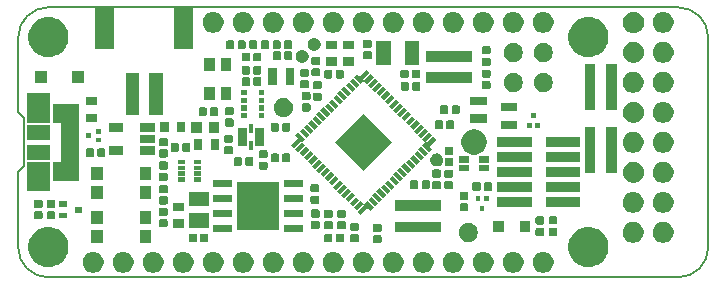
<source format=gbr>
%TF.GenerationSoftware,KiCad,Pcbnew,5.1.5+dfsg1-2~bpo10+1*%
%TF.CreationDate,2020-05-07T19:08:02+02:00*%
%TF.ProjectId,quickfeather-board,71756963-6b66-4656-9174-6865722d626f,rev?*%
%TF.SameCoordinates,Original*%
%TF.FileFunction,Soldermask,Top*%
%TF.FilePolarity,Negative*%
%FSLAX46Y46*%
G04 Gerber Fmt 4.6, Leading zero omitted, Abs format (unit mm)*
G04 Created by KiCad (PCBNEW 5.1.5+dfsg1-2~bpo10+1) date 2020-05-07 19:08:02 commit f144a29*
%MOMM*%
%LPD*%
G04 APERTURE LIST*
%ADD10C,0.150000*%
%ADD11C,0.100000*%
G04 APERTURE END LIST*
D10*
X123101100Y-102463600D02*
X123609100Y-102971600D01*
X123609100Y-102971600D02*
X123609100Y-107035600D01*
X123609100Y-107035600D02*
X123101100Y-107543600D01*
X178981100Y-93573600D02*
G75*
G02X181521100Y-96113600I0J-2540000D01*
G01*
X181521100Y-113893600D02*
G75*
G02X178981100Y-116433600I-2540000J0D01*
G01*
X125641100Y-116433600D02*
X178981100Y-116433600D01*
X181521100Y-113893600D02*
X181521100Y-96113600D01*
X178981100Y-93573600D02*
X125641100Y-93573600D01*
X123101100Y-96113600D02*
G75*
G02X125641100Y-93573600I2540000J0D01*
G01*
X123101100Y-96113600D02*
X123101100Y-102463600D01*
X123101100Y-107543600D02*
X123101100Y-113893600D01*
X125641100Y-116433600D02*
G75*
G02X123101100Y-113893600I0J2540000D01*
G01*
D11*
G36*
X152570312Y-114308164D02*
G01*
X152637326Y-114335922D01*
X152732098Y-114375178D01*
X152877703Y-114472468D01*
X153001532Y-114596297D01*
X153098822Y-114741902D01*
X153165836Y-114903689D01*
X153200000Y-115075441D01*
X153200000Y-115250559D01*
X153165836Y-115422311D01*
X153098822Y-115584098D01*
X153001532Y-115729703D01*
X152877703Y-115853532D01*
X152732098Y-115950822D01*
X152637326Y-115990078D01*
X152570312Y-116017836D01*
X152398559Y-116052000D01*
X152223441Y-116052000D01*
X152051688Y-116017836D01*
X151984674Y-115990078D01*
X151889902Y-115950822D01*
X151744297Y-115853532D01*
X151620468Y-115729703D01*
X151523178Y-115584098D01*
X151456164Y-115422311D01*
X151422000Y-115250559D01*
X151422000Y-115075441D01*
X151456164Y-114903689D01*
X151523178Y-114741902D01*
X151620468Y-114596297D01*
X151744297Y-114472468D01*
X151889902Y-114375178D01*
X151984674Y-114335922D01*
X152051688Y-114308164D01*
X152223441Y-114274000D01*
X152398559Y-114274000D01*
X152570312Y-114308164D01*
G37*
G36*
X167810312Y-114308164D02*
G01*
X167877326Y-114335922D01*
X167972098Y-114375178D01*
X168117703Y-114472468D01*
X168241532Y-114596297D01*
X168338822Y-114741902D01*
X168405836Y-114903689D01*
X168440000Y-115075441D01*
X168440000Y-115250559D01*
X168405836Y-115422311D01*
X168338822Y-115584098D01*
X168241532Y-115729703D01*
X168117703Y-115853532D01*
X167972098Y-115950822D01*
X167877326Y-115990078D01*
X167810312Y-116017836D01*
X167638559Y-116052000D01*
X167463441Y-116052000D01*
X167291688Y-116017836D01*
X167224674Y-115990078D01*
X167129902Y-115950822D01*
X166984297Y-115853532D01*
X166860468Y-115729703D01*
X166763178Y-115584098D01*
X166696164Y-115422311D01*
X166662000Y-115250559D01*
X166662000Y-115075441D01*
X166696164Y-114903689D01*
X166763178Y-114741902D01*
X166860468Y-114596297D01*
X166984297Y-114472468D01*
X167129902Y-114375178D01*
X167224674Y-114335922D01*
X167291688Y-114308164D01*
X167463441Y-114274000D01*
X167638559Y-114274000D01*
X167810312Y-114308164D01*
G37*
G36*
X132240312Y-114308164D02*
G01*
X132307326Y-114335922D01*
X132402098Y-114375178D01*
X132547703Y-114472468D01*
X132671532Y-114596297D01*
X132768822Y-114741902D01*
X132835836Y-114903689D01*
X132870000Y-115075441D01*
X132870000Y-115250559D01*
X132835836Y-115422311D01*
X132768822Y-115584098D01*
X132671532Y-115729703D01*
X132547703Y-115853532D01*
X132402098Y-115950822D01*
X132307326Y-115990078D01*
X132240312Y-116017836D01*
X132068559Y-116052000D01*
X131893441Y-116052000D01*
X131721688Y-116017836D01*
X131654674Y-115990078D01*
X131559902Y-115950822D01*
X131414297Y-115853532D01*
X131290468Y-115729703D01*
X131193178Y-115584098D01*
X131126164Y-115422311D01*
X131092000Y-115250559D01*
X131092000Y-115075441D01*
X131126164Y-114903689D01*
X131193178Y-114741902D01*
X131290468Y-114596297D01*
X131414297Y-114472468D01*
X131559902Y-114375178D01*
X131654674Y-114335922D01*
X131721688Y-114308164D01*
X131893441Y-114274000D01*
X132068559Y-114274000D01*
X132240312Y-114308164D01*
G37*
G36*
X134780312Y-114308164D02*
G01*
X134847326Y-114335922D01*
X134942098Y-114375178D01*
X135087703Y-114472468D01*
X135211532Y-114596297D01*
X135308822Y-114741902D01*
X135375836Y-114903689D01*
X135410000Y-115075441D01*
X135410000Y-115250559D01*
X135375836Y-115422311D01*
X135308822Y-115584098D01*
X135211532Y-115729703D01*
X135087703Y-115853532D01*
X134942098Y-115950822D01*
X134847326Y-115990078D01*
X134780312Y-116017836D01*
X134608559Y-116052000D01*
X134433441Y-116052000D01*
X134261688Y-116017836D01*
X134194674Y-115990078D01*
X134099902Y-115950822D01*
X133954297Y-115853532D01*
X133830468Y-115729703D01*
X133733178Y-115584098D01*
X133666164Y-115422311D01*
X133632000Y-115250559D01*
X133632000Y-115075441D01*
X133666164Y-114903689D01*
X133733178Y-114741902D01*
X133830468Y-114596297D01*
X133954297Y-114472468D01*
X134099902Y-114375178D01*
X134194674Y-114335922D01*
X134261688Y-114308164D01*
X134433441Y-114274000D01*
X134608559Y-114274000D01*
X134780312Y-114308164D01*
G37*
G36*
X129700312Y-114308164D02*
G01*
X129767326Y-114335922D01*
X129862098Y-114375178D01*
X130007703Y-114472468D01*
X130131532Y-114596297D01*
X130228822Y-114741902D01*
X130295836Y-114903689D01*
X130330000Y-115075441D01*
X130330000Y-115250559D01*
X130295836Y-115422311D01*
X130228822Y-115584098D01*
X130131532Y-115729703D01*
X130007703Y-115853532D01*
X129862098Y-115950822D01*
X129767326Y-115990078D01*
X129700312Y-116017836D01*
X129528559Y-116052000D01*
X129353441Y-116052000D01*
X129181688Y-116017836D01*
X129114674Y-115990078D01*
X129019902Y-115950822D01*
X128874297Y-115853532D01*
X128750468Y-115729703D01*
X128653178Y-115584098D01*
X128586164Y-115422311D01*
X128552000Y-115250559D01*
X128552000Y-115075441D01*
X128586164Y-114903689D01*
X128653178Y-114741902D01*
X128750468Y-114596297D01*
X128874297Y-114472468D01*
X129019902Y-114375178D01*
X129114674Y-114335922D01*
X129181688Y-114308164D01*
X129353441Y-114274000D01*
X129528559Y-114274000D01*
X129700312Y-114308164D01*
G37*
G36*
X137320312Y-114308164D02*
G01*
X137387326Y-114335922D01*
X137482098Y-114375178D01*
X137627703Y-114472468D01*
X137751532Y-114596297D01*
X137848822Y-114741902D01*
X137915836Y-114903689D01*
X137950000Y-115075441D01*
X137950000Y-115250559D01*
X137915836Y-115422311D01*
X137848822Y-115584098D01*
X137751532Y-115729703D01*
X137627703Y-115853532D01*
X137482098Y-115950822D01*
X137387326Y-115990078D01*
X137320312Y-116017836D01*
X137148559Y-116052000D01*
X136973441Y-116052000D01*
X136801688Y-116017836D01*
X136734674Y-115990078D01*
X136639902Y-115950822D01*
X136494297Y-115853532D01*
X136370468Y-115729703D01*
X136273178Y-115584098D01*
X136206164Y-115422311D01*
X136172000Y-115250559D01*
X136172000Y-115075441D01*
X136206164Y-114903689D01*
X136273178Y-114741902D01*
X136370468Y-114596297D01*
X136494297Y-114472468D01*
X136639902Y-114375178D01*
X136734674Y-114335922D01*
X136801688Y-114308164D01*
X136973441Y-114274000D01*
X137148559Y-114274000D01*
X137320312Y-114308164D01*
G37*
G36*
X155110312Y-114308164D02*
G01*
X155177326Y-114335922D01*
X155272098Y-114375178D01*
X155417703Y-114472468D01*
X155541532Y-114596297D01*
X155638822Y-114741902D01*
X155705836Y-114903689D01*
X155740000Y-115075441D01*
X155740000Y-115250559D01*
X155705836Y-115422311D01*
X155638822Y-115584098D01*
X155541532Y-115729703D01*
X155417703Y-115853532D01*
X155272098Y-115950822D01*
X155177326Y-115990078D01*
X155110312Y-116017836D01*
X154938559Y-116052000D01*
X154763441Y-116052000D01*
X154591688Y-116017836D01*
X154524674Y-115990078D01*
X154429902Y-115950822D01*
X154284297Y-115853532D01*
X154160468Y-115729703D01*
X154063178Y-115584098D01*
X153996164Y-115422311D01*
X153962000Y-115250559D01*
X153962000Y-115075441D01*
X153996164Y-114903689D01*
X154063178Y-114741902D01*
X154160468Y-114596297D01*
X154284297Y-114472468D01*
X154429902Y-114375178D01*
X154524674Y-114335922D01*
X154591688Y-114308164D01*
X154763441Y-114274000D01*
X154938559Y-114274000D01*
X155110312Y-114308164D01*
G37*
G36*
X162730312Y-114308164D02*
G01*
X162797326Y-114335922D01*
X162892098Y-114375178D01*
X163037703Y-114472468D01*
X163161532Y-114596297D01*
X163258822Y-114741902D01*
X163325836Y-114903689D01*
X163360000Y-115075441D01*
X163360000Y-115250559D01*
X163325836Y-115422311D01*
X163258822Y-115584098D01*
X163161532Y-115729703D01*
X163037703Y-115853532D01*
X162892098Y-115950822D01*
X162797326Y-115990078D01*
X162730312Y-116017836D01*
X162558559Y-116052000D01*
X162383441Y-116052000D01*
X162211688Y-116017836D01*
X162144674Y-115990078D01*
X162049902Y-115950822D01*
X161904297Y-115853532D01*
X161780468Y-115729703D01*
X161683178Y-115584098D01*
X161616164Y-115422311D01*
X161582000Y-115250559D01*
X161582000Y-115075441D01*
X161616164Y-114903689D01*
X161683178Y-114741902D01*
X161780468Y-114596297D01*
X161904297Y-114472468D01*
X162049902Y-114375178D01*
X162144674Y-114335922D01*
X162211688Y-114308164D01*
X162383441Y-114274000D01*
X162558559Y-114274000D01*
X162730312Y-114308164D01*
G37*
G36*
X147490312Y-114308164D02*
G01*
X147557326Y-114335922D01*
X147652098Y-114375178D01*
X147797703Y-114472468D01*
X147921532Y-114596297D01*
X148018822Y-114741902D01*
X148085836Y-114903689D01*
X148120000Y-115075441D01*
X148120000Y-115250559D01*
X148085836Y-115422311D01*
X148018822Y-115584098D01*
X147921532Y-115729703D01*
X147797703Y-115853532D01*
X147652098Y-115950822D01*
X147557326Y-115990078D01*
X147490312Y-116017836D01*
X147318559Y-116052000D01*
X147143441Y-116052000D01*
X146971688Y-116017836D01*
X146904674Y-115990078D01*
X146809902Y-115950822D01*
X146664297Y-115853532D01*
X146540468Y-115729703D01*
X146443178Y-115584098D01*
X146376164Y-115422311D01*
X146342000Y-115250559D01*
X146342000Y-115075441D01*
X146376164Y-114903689D01*
X146443178Y-114741902D01*
X146540468Y-114596297D01*
X146664297Y-114472468D01*
X146809902Y-114375178D01*
X146904674Y-114335922D01*
X146971688Y-114308164D01*
X147143441Y-114274000D01*
X147318559Y-114274000D01*
X147490312Y-114308164D01*
G37*
G36*
X150030312Y-114308164D02*
G01*
X150097326Y-114335922D01*
X150192098Y-114375178D01*
X150337703Y-114472468D01*
X150461532Y-114596297D01*
X150558822Y-114741902D01*
X150625836Y-114903689D01*
X150660000Y-115075441D01*
X150660000Y-115250559D01*
X150625836Y-115422311D01*
X150558822Y-115584098D01*
X150461532Y-115729703D01*
X150337703Y-115853532D01*
X150192098Y-115950822D01*
X150097326Y-115990078D01*
X150030312Y-116017836D01*
X149858559Y-116052000D01*
X149683441Y-116052000D01*
X149511688Y-116017836D01*
X149444674Y-115990078D01*
X149349902Y-115950822D01*
X149204297Y-115853532D01*
X149080468Y-115729703D01*
X148983178Y-115584098D01*
X148916164Y-115422311D01*
X148882000Y-115250559D01*
X148882000Y-115075441D01*
X148916164Y-114903689D01*
X148983178Y-114741902D01*
X149080468Y-114596297D01*
X149204297Y-114472468D01*
X149349902Y-114375178D01*
X149444674Y-114335922D01*
X149511688Y-114308164D01*
X149683441Y-114274000D01*
X149858559Y-114274000D01*
X150030312Y-114308164D01*
G37*
G36*
X157650312Y-114308164D02*
G01*
X157717326Y-114335922D01*
X157812098Y-114375178D01*
X157957703Y-114472468D01*
X158081532Y-114596297D01*
X158178822Y-114741902D01*
X158245836Y-114903689D01*
X158280000Y-115075441D01*
X158280000Y-115250559D01*
X158245836Y-115422311D01*
X158178822Y-115584098D01*
X158081532Y-115729703D01*
X157957703Y-115853532D01*
X157812098Y-115950822D01*
X157717326Y-115990078D01*
X157650312Y-116017836D01*
X157478559Y-116052000D01*
X157303441Y-116052000D01*
X157131688Y-116017836D01*
X157064674Y-115990078D01*
X156969902Y-115950822D01*
X156824297Y-115853532D01*
X156700468Y-115729703D01*
X156603178Y-115584098D01*
X156536164Y-115422311D01*
X156502000Y-115250559D01*
X156502000Y-115075441D01*
X156536164Y-114903689D01*
X156603178Y-114741902D01*
X156700468Y-114596297D01*
X156824297Y-114472468D01*
X156969902Y-114375178D01*
X157064674Y-114335922D01*
X157131688Y-114308164D01*
X157303441Y-114274000D01*
X157478559Y-114274000D01*
X157650312Y-114308164D01*
G37*
G36*
X160190312Y-114308164D02*
G01*
X160257326Y-114335922D01*
X160352098Y-114375178D01*
X160497703Y-114472468D01*
X160621532Y-114596297D01*
X160718822Y-114741902D01*
X160785836Y-114903689D01*
X160820000Y-115075441D01*
X160820000Y-115250559D01*
X160785836Y-115422311D01*
X160718822Y-115584098D01*
X160621532Y-115729703D01*
X160497703Y-115853532D01*
X160352098Y-115950822D01*
X160257326Y-115990078D01*
X160190312Y-116017836D01*
X160018559Y-116052000D01*
X159843441Y-116052000D01*
X159671688Y-116017836D01*
X159604674Y-115990078D01*
X159509902Y-115950822D01*
X159364297Y-115853532D01*
X159240468Y-115729703D01*
X159143178Y-115584098D01*
X159076164Y-115422311D01*
X159042000Y-115250559D01*
X159042000Y-115075441D01*
X159076164Y-114903689D01*
X159143178Y-114741902D01*
X159240468Y-114596297D01*
X159364297Y-114472468D01*
X159509902Y-114375178D01*
X159604674Y-114335922D01*
X159671688Y-114308164D01*
X159843441Y-114274000D01*
X160018559Y-114274000D01*
X160190312Y-114308164D01*
G37*
G36*
X142410312Y-114308164D02*
G01*
X142477326Y-114335922D01*
X142572098Y-114375178D01*
X142717703Y-114472468D01*
X142841532Y-114596297D01*
X142938822Y-114741902D01*
X143005836Y-114903689D01*
X143040000Y-115075441D01*
X143040000Y-115250559D01*
X143005836Y-115422311D01*
X142938822Y-115584098D01*
X142841532Y-115729703D01*
X142717703Y-115853532D01*
X142572098Y-115950822D01*
X142477326Y-115990078D01*
X142410312Y-116017836D01*
X142238559Y-116052000D01*
X142063441Y-116052000D01*
X141891688Y-116017836D01*
X141824674Y-115990078D01*
X141729902Y-115950822D01*
X141584297Y-115853532D01*
X141460468Y-115729703D01*
X141363178Y-115584098D01*
X141296164Y-115422311D01*
X141262000Y-115250559D01*
X141262000Y-115075441D01*
X141296164Y-114903689D01*
X141363178Y-114741902D01*
X141460468Y-114596297D01*
X141584297Y-114472468D01*
X141729902Y-114375178D01*
X141824674Y-114335922D01*
X141891688Y-114308164D01*
X142063441Y-114274000D01*
X142238559Y-114274000D01*
X142410312Y-114308164D01*
G37*
G36*
X144950312Y-114308164D02*
G01*
X145017326Y-114335922D01*
X145112098Y-114375178D01*
X145257703Y-114472468D01*
X145381532Y-114596297D01*
X145478822Y-114741902D01*
X145545836Y-114903689D01*
X145580000Y-115075441D01*
X145580000Y-115250559D01*
X145545836Y-115422311D01*
X145478822Y-115584098D01*
X145381532Y-115729703D01*
X145257703Y-115853532D01*
X145112098Y-115950822D01*
X145017326Y-115990078D01*
X144950312Y-116017836D01*
X144778559Y-116052000D01*
X144603441Y-116052000D01*
X144431688Y-116017836D01*
X144364674Y-115990078D01*
X144269902Y-115950822D01*
X144124297Y-115853532D01*
X144000468Y-115729703D01*
X143903178Y-115584098D01*
X143836164Y-115422311D01*
X143802000Y-115250559D01*
X143802000Y-115075441D01*
X143836164Y-114903689D01*
X143903178Y-114741902D01*
X144000468Y-114596297D01*
X144124297Y-114472468D01*
X144269902Y-114375178D01*
X144364674Y-114335922D01*
X144431688Y-114308164D01*
X144603441Y-114274000D01*
X144778559Y-114274000D01*
X144950312Y-114308164D01*
G37*
G36*
X139870312Y-114308164D02*
G01*
X139937326Y-114335922D01*
X140032098Y-114375178D01*
X140177703Y-114472468D01*
X140301532Y-114596297D01*
X140398822Y-114741902D01*
X140465836Y-114903689D01*
X140500000Y-115075441D01*
X140500000Y-115250559D01*
X140465836Y-115422311D01*
X140398822Y-115584098D01*
X140301532Y-115729703D01*
X140177703Y-115853532D01*
X140032098Y-115950822D01*
X139937326Y-115990078D01*
X139870312Y-116017836D01*
X139698559Y-116052000D01*
X139523441Y-116052000D01*
X139351688Y-116017836D01*
X139284674Y-115990078D01*
X139189902Y-115950822D01*
X139044297Y-115853532D01*
X138920468Y-115729703D01*
X138823178Y-115584098D01*
X138756164Y-115422311D01*
X138722000Y-115250559D01*
X138722000Y-115075441D01*
X138756164Y-114903689D01*
X138823178Y-114741902D01*
X138920468Y-114596297D01*
X139044297Y-114472468D01*
X139189902Y-114375178D01*
X139284674Y-114335922D01*
X139351688Y-114308164D01*
X139523441Y-114274000D01*
X139698559Y-114274000D01*
X139870312Y-114308164D01*
G37*
G36*
X165270312Y-114308164D02*
G01*
X165337326Y-114335922D01*
X165432098Y-114375178D01*
X165577703Y-114472468D01*
X165701532Y-114596297D01*
X165798822Y-114741902D01*
X165865836Y-114903689D01*
X165900000Y-115075441D01*
X165900000Y-115250559D01*
X165865836Y-115422311D01*
X165798822Y-115584098D01*
X165701532Y-115729703D01*
X165577703Y-115853532D01*
X165432098Y-115950822D01*
X165337326Y-115990078D01*
X165270312Y-116017836D01*
X165098559Y-116052000D01*
X164923441Y-116052000D01*
X164751688Y-116017836D01*
X164684674Y-115990078D01*
X164589902Y-115950822D01*
X164444297Y-115853532D01*
X164320468Y-115729703D01*
X164223178Y-115584098D01*
X164156164Y-115422311D01*
X164122000Y-115250559D01*
X164122000Y-115075441D01*
X164156164Y-114903689D01*
X164223178Y-114741902D01*
X164320468Y-114596297D01*
X164444297Y-114472468D01*
X164589902Y-114375178D01*
X164684674Y-114335922D01*
X164751688Y-114308164D01*
X164923441Y-114274000D01*
X165098559Y-114274000D01*
X165270312Y-114308164D01*
G37*
G36*
X125913487Y-112185856D02*
G01*
X126151497Y-112233199D01*
X126328728Y-112306611D01*
X126461203Y-112361484D01*
X126739933Y-112547725D01*
X126976975Y-112784767D01*
X127163216Y-113063497D01*
X127195839Y-113142256D01*
X127291501Y-113373203D01*
X127356900Y-113701987D01*
X127356900Y-114037213D01*
X127291501Y-114365997D01*
X127247399Y-114472468D01*
X127163216Y-114675703D01*
X126976975Y-114954433D01*
X126739933Y-115191475D01*
X126461203Y-115377716D01*
X126332919Y-115430853D01*
X126151497Y-115506001D01*
X125932308Y-115549600D01*
X125822714Y-115571400D01*
X125487486Y-115571400D01*
X125377892Y-115549600D01*
X125158703Y-115506001D01*
X124977281Y-115430853D01*
X124848997Y-115377716D01*
X124570267Y-115191475D01*
X124333225Y-114954433D01*
X124146984Y-114675703D01*
X124062801Y-114472468D01*
X124018699Y-114365997D01*
X123953300Y-114037213D01*
X123953300Y-113701987D01*
X124018699Y-113373203D01*
X124114361Y-113142256D01*
X124146984Y-113063497D01*
X124333225Y-112784767D01*
X124570267Y-112547725D01*
X124848997Y-112361484D01*
X124981472Y-112306611D01*
X125158703Y-112233199D01*
X125396713Y-112185856D01*
X125487486Y-112167800D01*
X125822714Y-112167800D01*
X125913487Y-112185856D01*
G37*
G36*
X171633487Y-112185856D02*
G01*
X171871497Y-112233199D01*
X172048728Y-112306611D01*
X172181203Y-112361484D01*
X172459933Y-112547725D01*
X172696975Y-112784767D01*
X172883216Y-113063497D01*
X172915839Y-113142256D01*
X173011501Y-113373203D01*
X173076900Y-113701987D01*
X173076900Y-114037213D01*
X173011501Y-114365997D01*
X172967399Y-114472468D01*
X172883216Y-114675703D01*
X172696975Y-114954433D01*
X172459933Y-115191475D01*
X172181203Y-115377716D01*
X172052919Y-115430853D01*
X171871497Y-115506001D01*
X171652308Y-115549600D01*
X171542714Y-115571400D01*
X171207486Y-115571400D01*
X171097892Y-115549600D01*
X170878703Y-115506001D01*
X170697281Y-115430853D01*
X170568997Y-115377716D01*
X170290267Y-115191475D01*
X170053225Y-114954433D01*
X169866984Y-114675703D01*
X169782801Y-114472468D01*
X169738699Y-114365997D01*
X169673300Y-114037213D01*
X169673300Y-113701987D01*
X169738699Y-113373203D01*
X169834361Y-113142256D01*
X169866984Y-113063497D01*
X170053225Y-112784767D01*
X170290267Y-112547725D01*
X170568997Y-112361484D01*
X170701472Y-112306611D01*
X170878703Y-112233199D01*
X171116713Y-112185856D01*
X171207486Y-112167800D01*
X171542714Y-112167800D01*
X171633487Y-112185856D01*
G37*
G36*
X153747124Y-112868780D02*
G01*
X153774845Y-112877190D01*
X153800389Y-112890844D01*
X153822780Y-112909220D01*
X153841156Y-112931611D01*
X153854810Y-112957155D01*
X153863220Y-112984876D01*
X153866300Y-113016153D01*
X153866300Y-113407247D01*
X153863220Y-113438524D01*
X153854810Y-113466245D01*
X153841156Y-113491789D01*
X153822780Y-113514180D01*
X153800389Y-113532556D01*
X153774845Y-113546210D01*
X153747124Y-113554620D01*
X153715847Y-113557700D01*
X153274753Y-113557700D01*
X153243476Y-113554620D01*
X153215755Y-113546210D01*
X153190211Y-113532556D01*
X153167820Y-113514180D01*
X153149444Y-113491789D01*
X153135790Y-113466245D01*
X153127380Y-113438524D01*
X153124300Y-113407247D01*
X153124300Y-113016153D01*
X153127380Y-112984876D01*
X153135790Y-112957155D01*
X153149444Y-112931611D01*
X153167820Y-112909220D01*
X153190211Y-112890844D01*
X153215755Y-112877190D01*
X153243476Y-112868780D01*
X153274753Y-112865700D01*
X153715847Y-112865700D01*
X153747124Y-112868780D01*
G37*
G36*
X177970312Y-111768164D02*
G01*
X178012879Y-111785796D01*
X178132098Y-111835178D01*
X178277703Y-111932468D01*
X178401532Y-112056297D01*
X178498822Y-112201902D01*
X178524603Y-112264144D01*
X178565836Y-112363688D01*
X178600000Y-112535441D01*
X178600000Y-112710559D01*
X178565836Y-112882312D01*
X178545415Y-112931611D01*
X178498822Y-113044098D01*
X178401532Y-113189703D01*
X178277703Y-113313532D01*
X178132098Y-113410822D01*
X178043414Y-113447556D01*
X177970312Y-113477836D01*
X177798559Y-113512000D01*
X177623441Y-113512000D01*
X177451688Y-113477836D01*
X177378586Y-113447556D01*
X177289902Y-113410822D01*
X177144297Y-113313532D01*
X177020468Y-113189703D01*
X176923178Y-113044098D01*
X176876585Y-112931611D01*
X176856164Y-112882312D01*
X176822000Y-112710559D01*
X176822000Y-112535441D01*
X176856164Y-112363688D01*
X176897397Y-112264144D01*
X176923178Y-112201902D01*
X177020468Y-112056297D01*
X177144297Y-111932468D01*
X177289902Y-111835178D01*
X177409121Y-111785796D01*
X177451688Y-111768164D01*
X177623441Y-111734000D01*
X177798559Y-111734000D01*
X177970312Y-111768164D01*
G37*
G36*
X175430312Y-111768164D02*
G01*
X175472879Y-111785796D01*
X175592098Y-111835178D01*
X175737703Y-111932468D01*
X175861532Y-112056297D01*
X175958822Y-112201902D01*
X175984603Y-112264144D01*
X176025836Y-112363688D01*
X176060000Y-112535441D01*
X176060000Y-112710559D01*
X176025836Y-112882312D01*
X176005415Y-112931611D01*
X175958822Y-113044098D01*
X175861532Y-113189703D01*
X175737703Y-113313532D01*
X175592098Y-113410822D01*
X175503414Y-113447556D01*
X175430312Y-113477836D01*
X175258559Y-113512000D01*
X175083441Y-113512000D01*
X174911688Y-113477836D01*
X174838586Y-113447556D01*
X174749902Y-113410822D01*
X174604297Y-113313532D01*
X174480468Y-113189703D01*
X174383178Y-113044098D01*
X174336585Y-112931611D01*
X174316164Y-112882312D01*
X174282000Y-112710559D01*
X174282000Y-112535441D01*
X174316164Y-112363688D01*
X174357397Y-112264144D01*
X174383178Y-112201902D01*
X174480468Y-112056297D01*
X174604297Y-111932468D01*
X174749902Y-111835178D01*
X174869121Y-111785796D01*
X174911688Y-111768164D01*
X175083441Y-111734000D01*
X175258559Y-111734000D01*
X175430312Y-111768164D01*
G37*
G36*
X134381000Y-113501000D02*
G01*
X133379000Y-113501000D01*
X133379000Y-112399000D01*
X134381000Y-112399000D01*
X134381000Y-113501000D01*
G37*
G36*
X130281000Y-113501000D02*
G01*
X129279000Y-113501000D01*
X129279000Y-112399000D01*
X130281000Y-112399000D01*
X130281000Y-113501000D01*
G37*
G36*
X151822124Y-112793780D02*
G01*
X151849845Y-112802190D01*
X151875389Y-112815844D01*
X151897780Y-112834220D01*
X151916156Y-112856611D01*
X151929810Y-112882155D01*
X151938220Y-112909876D01*
X151941300Y-112941153D01*
X151941300Y-113332247D01*
X151938220Y-113363524D01*
X151929810Y-113391245D01*
X151916156Y-113416789D01*
X151897780Y-113439180D01*
X151875389Y-113457556D01*
X151849845Y-113471210D01*
X151822124Y-113479620D01*
X151790847Y-113482700D01*
X151349753Y-113482700D01*
X151318476Y-113479620D01*
X151290755Y-113471210D01*
X151265211Y-113457556D01*
X151242820Y-113439180D01*
X151224444Y-113416789D01*
X151210790Y-113391245D01*
X151202380Y-113363524D01*
X151199300Y-113332247D01*
X151199300Y-112941153D01*
X151202380Y-112909876D01*
X151210790Y-112882155D01*
X151224444Y-112856611D01*
X151242820Y-112834220D01*
X151265211Y-112815844D01*
X151290755Y-112802190D01*
X151318476Y-112793780D01*
X151349753Y-112790700D01*
X151790847Y-112790700D01*
X151822124Y-112793780D01*
G37*
G36*
X139081824Y-112742080D02*
G01*
X139109545Y-112750490D01*
X139135089Y-112764144D01*
X139157480Y-112782520D01*
X139175856Y-112804911D01*
X139189510Y-112830455D01*
X139197920Y-112858176D01*
X139201000Y-112889453D01*
X139201000Y-113330547D01*
X139197920Y-113361824D01*
X139189510Y-113389545D01*
X139175856Y-113415089D01*
X139157480Y-113437480D01*
X139135089Y-113455856D01*
X139109545Y-113469510D01*
X139081824Y-113477920D01*
X139050547Y-113481000D01*
X138659453Y-113481000D01*
X138628176Y-113477920D01*
X138600455Y-113469510D01*
X138574911Y-113455856D01*
X138552520Y-113437480D01*
X138534144Y-113415089D01*
X138520490Y-113389545D01*
X138512080Y-113361824D01*
X138509000Y-113330547D01*
X138509000Y-112889453D01*
X138512080Y-112858176D01*
X138520490Y-112830455D01*
X138534144Y-112804911D01*
X138552520Y-112782520D01*
X138574911Y-112764144D01*
X138600455Y-112750490D01*
X138628176Y-112742080D01*
X138659453Y-112739000D01*
X139050547Y-112739000D01*
X139081824Y-112742080D01*
G37*
G36*
X138111824Y-112742080D02*
G01*
X138139545Y-112750490D01*
X138165089Y-112764144D01*
X138187480Y-112782520D01*
X138205856Y-112804911D01*
X138219510Y-112830455D01*
X138227920Y-112858176D01*
X138231000Y-112889453D01*
X138231000Y-113330547D01*
X138227920Y-113361824D01*
X138219510Y-113389545D01*
X138205856Y-113415089D01*
X138187480Y-113437480D01*
X138165089Y-113455856D01*
X138139545Y-113469510D01*
X138111824Y-113477920D01*
X138080547Y-113481000D01*
X137689453Y-113481000D01*
X137658176Y-113477920D01*
X137630455Y-113469510D01*
X137604911Y-113455856D01*
X137582520Y-113437480D01*
X137564144Y-113415089D01*
X137550490Y-113389545D01*
X137542080Y-113361824D01*
X137539000Y-113330547D01*
X137539000Y-112889453D01*
X137542080Y-112858176D01*
X137550490Y-112830455D01*
X137564144Y-112804911D01*
X137582520Y-112782520D01*
X137604911Y-112764144D01*
X137630455Y-112750490D01*
X137658176Y-112742080D01*
X137689453Y-112739000D01*
X138080547Y-112739000D01*
X138111824Y-112742080D01*
G37*
G36*
X149587124Y-112733780D02*
G01*
X149614845Y-112742190D01*
X149640389Y-112755844D01*
X149662780Y-112774220D01*
X149681156Y-112796611D01*
X149694810Y-112822155D01*
X149703220Y-112849876D01*
X149706300Y-112881153D01*
X149706300Y-113322247D01*
X149703220Y-113353524D01*
X149694810Y-113381245D01*
X149681156Y-113406789D01*
X149662780Y-113429180D01*
X149640389Y-113447556D01*
X149614845Y-113461210D01*
X149587124Y-113469620D01*
X149555847Y-113472700D01*
X149164753Y-113472700D01*
X149133476Y-113469620D01*
X149105755Y-113461210D01*
X149080211Y-113447556D01*
X149057820Y-113429180D01*
X149039444Y-113406789D01*
X149025790Y-113381245D01*
X149017380Y-113353524D01*
X149014300Y-113322247D01*
X149014300Y-112881153D01*
X149017380Y-112849876D01*
X149025790Y-112822155D01*
X149039444Y-112796611D01*
X149057820Y-112774220D01*
X149080211Y-112755844D01*
X149105755Y-112742190D01*
X149133476Y-112733780D01*
X149164753Y-112730700D01*
X149555847Y-112730700D01*
X149587124Y-112733780D01*
G37*
G36*
X150557124Y-112733780D02*
G01*
X150584845Y-112742190D01*
X150610389Y-112755844D01*
X150632780Y-112774220D01*
X150651156Y-112796611D01*
X150664810Y-112822155D01*
X150673220Y-112849876D01*
X150676300Y-112881153D01*
X150676300Y-113322247D01*
X150673220Y-113353524D01*
X150664810Y-113381245D01*
X150651156Y-113406789D01*
X150632780Y-113429180D01*
X150610389Y-113447556D01*
X150584845Y-113461210D01*
X150557124Y-113469620D01*
X150525847Y-113472700D01*
X150134753Y-113472700D01*
X150103476Y-113469620D01*
X150075755Y-113461210D01*
X150050211Y-113447556D01*
X150027820Y-113429180D01*
X150009444Y-113406789D01*
X149995790Y-113381245D01*
X149987380Y-113353524D01*
X149984300Y-113322247D01*
X149984300Y-112881153D01*
X149987380Y-112849876D01*
X149995790Y-112822155D01*
X150009444Y-112796611D01*
X150027820Y-112774220D01*
X150050211Y-112755844D01*
X150075755Y-112742190D01*
X150103476Y-112733780D01*
X150134753Y-112730700D01*
X150525847Y-112730700D01*
X150557124Y-112733780D01*
G37*
G36*
X161433142Y-111842242D02*
G01*
X161581098Y-111903528D01*
X161581100Y-111903529D01*
X161714257Y-111992501D01*
X161827499Y-112105743D01*
X161916471Y-112238900D01*
X161916472Y-112238902D01*
X161977758Y-112386858D01*
X162009000Y-112543925D01*
X162009000Y-112704073D01*
X161977758Y-112861142D01*
X161916472Y-113009098D01*
X161916471Y-113009100D01*
X161827499Y-113142257D01*
X161714257Y-113255499D01*
X161581100Y-113344471D01*
X161581099Y-113344472D01*
X161581098Y-113344472D01*
X161433142Y-113405758D01*
X161276075Y-113437000D01*
X161115925Y-113437000D01*
X160958858Y-113405758D01*
X160810902Y-113344472D01*
X160810901Y-113344472D01*
X160810900Y-113344471D01*
X160677743Y-113255499D01*
X160564501Y-113142257D01*
X160475529Y-113009100D01*
X160475528Y-113009098D01*
X160414242Y-112861142D01*
X160383000Y-112704073D01*
X160383000Y-112543925D01*
X160414242Y-112386858D01*
X160475528Y-112238902D01*
X160475529Y-112238900D01*
X160564501Y-112105743D01*
X160677743Y-111992501D01*
X160810900Y-111903529D01*
X160810902Y-111903528D01*
X160958858Y-111842242D01*
X161115925Y-111811000D01*
X161276075Y-111811000D01*
X161433142Y-111842242D01*
G37*
G36*
X167522124Y-112243780D02*
G01*
X167549845Y-112252190D01*
X167575389Y-112265844D01*
X167597780Y-112284220D01*
X167616156Y-112306611D01*
X167629810Y-112332155D01*
X167638220Y-112359876D01*
X167641300Y-112391153D01*
X167641300Y-112782247D01*
X167638220Y-112813524D01*
X167629810Y-112841245D01*
X167616156Y-112866789D01*
X167597780Y-112889180D01*
X167575389Y-112907556D01*
X167549845Y-112921210D01*
X167522124Y-112929620D01*
X167490847Y-112932700D01*
X167049753Y-112932700D01*
X167018476Y-112929620D01*
X166990755Y-112921210D01*
X166965211Y-112907556D01*
X166942820Y-112889180D01*
X166924444Y-112866789D01*
X166910790Y-112841245D01*
X166902380Y-112813524D01*
X166899300Y-112782247D01*
X166899300Y-112391153D01*
X166902380Y-112359876D01*
X166910790Y-112332155D01*
X166924444Y-112306611D01*
X166942820Y-112284220D01*
X166965211Y-112265844D01*
X166990755Y-112252190D01*
X167018476Y-112243780D01*
X167049753Y-112240700D01*
X167490847Y-112240700D01*
X167522124Y-112243780D01*
G37*
G36*
X168631824Y-112242080D02*
G01*
X168659545Y-112250490D01*
X168685089Y-112264144D01*
X168707480Y-112282520D01*
X168725856Y-112304911D01*
X168739510Y-112330455D01*
X168747920Y-112358176D01*
X168751000Y-112389453D01*
X168751000Y-112780547D01*
X168747920Y-112811824D01*
X168739510Y-112839545D01*
X168725856Y-112865089D01*
X168707480Y-112887480D01*
X168685089Y-112905856D01*
X168659545Y-112919510D01*
X168631824Y-112927920D01*
X168600547Y-112931000D01*
X168159453Y-112931000D01*
X168128176Y-112927920D01*
X168100455Y-112919510D01*
X168074911Y-112905856D01*
X168052520Y-112887480D01*
X168034144Y-112865089D01*
X168020490Y-112839545D01*
X168012080Y-112811824D01*
X168009000Y-112780547D01*
X168009000Y-112389453D01*
X168012080Y-112358176D01*
X168020490Y-112330455D01*
X168034144Y-112304911D01*
X168052520Y-112282520D01*
X168074911Y-112264144D01*
X168100455Y-112250490D01*
X168128176Y-112242080D01*
X168159453Y-112239000D01*
X168600547Y-112239000D01*
X168631824Y-112242080D01*
G37*
G36*
X158941000Y-112611000D02*
G01*
X155039000Y-112611000D01*
X155039000Y-111709000D01*
X158941000Y-111709000D01*
X158941000Y-112611000D01*
G37*
G36*
X147201000Y-112606000D02*
G01*
X145599000Y-112606000D01*
X145599000Y-112004000D01*
X147201000Y-112004000D01*
X147201000Y-112606000D01*
G37*
G36*
X141201000Y-112606000D02*
G01*
X139599000Y-112606000D01*
X139599000Y-112004000D01*
X141201000Y-112004000D01*
X141201000Y-112606000D01*
G37*
G36*
X166471300Y-112602700D02*
G01*
X165569300Y-112602700D01*
X165569300Y-111700700D01*
X166471300Y-111700700D01*
X166471300Y-112602700D01*
G37*
G36*
X164221300Y-112602700D02*
G01*
X163319300Y-112602700D01*
X163319300Y-111700700D01*
X164221300Y-111700700D01*
X164221300Y-112602700D01*
G37*
G36*
X153747124Y-111898780D02*
G01*
X153774845Y-111907190D01*
X153800389Y-111920844D01*
X153822780Y-111939220D01*
X153841156Y-111961611D01*
X153854810Y-111987155D01*
X153863220Y-112014876D01*
X153866300Y-112046153D01*
X153866300Y-112437247D01*
X153863220Y-112468524D01*
X153854810Y-112496245D01*
X153841156Y-112521789D01*
X153822780Y-112544180D01*
X153800389Y-112562556D01*
X153774845Y-112576210D01*
X153747124Y-112584620D01*
X153715847Y-112587700D01*
X153274753Y-112587700D01*
X153243476Y-112584620D01*
X153215755Y-112576210D01*
X153190211Y-112562556D01*
X153167820Y-112544180D01*
X153149444Y-112521789D01*
X153135790Y-112496245D01*
X153127380Y-112468524D01*
X153124300Y-112437247D01*
X153124300Y-112046153D01*
X153127380Y-112014876D01*
X153135790Y-111987155D01*
X153149444Y-111961611D01*
X153167820Y-111939220D01*
X153190211Y-111920844D01*
X153215755Y-111907190D01*
X153243476Y-111898780D01*
X153274753Y-111895700D01*
X153715847Y-111895700D01*
X153747124Y-111898780D01*
G37*
G36*
X151822124Y-111823780D02*
G01*
X151849845Y-111832190D01*
X151875389Y-111845844D01*
X151897780Y-111864220D01*
X151916156Y-111886611D01*
X151929810Y-111912155D01*
X151938220Y-111939876D01*
X151941300Y-111971153D01*
X151941300Y-112362247D01*
X151938220Y-112393524D01*
X151929810Y-112421245D01*
X151916156Y-112446789D01*
X151897780Y-112469180D01*
X151875389Y-112487556D01*
X151849845Y-112501210D01*
X151822124Y-112509620D01*
X151790847Y-112512700D01*
X151349753Y-112512700D01*
X151318476Y-112509620D01*
X151290755Y-112501210D01*
X151265211Y-112487556D01*
X151242820Y-112469180D01*
X151224444Y-112446789D01*
X151210790Y-112421245D01*
X151202380Y-112393524D01*
X151199300Y-112362247D01*
X151199300Y-111971153D01*
X151202380Y-111939876D01*
X151210790Y-111912155D01*
X151224444Y-111886611D01*
X151242820Y-111864220D01*
X151265211Y-111845844D01*
X151290755Y-111832190D01*
X151318476Y-111823780D01*
X151349753Y-111820700D01*
X151790847Y-111820700D01*
X151822124Y-111823780D01*
G37*
G36*
X145151000Y-112451000D02*
G01*
X141649000Y-112451000D01*
X141649000Y-108349000D01*
X145151000Y-108349000D01*
X145151000Y-112451000D01*
G37*
G36*
X150722124Y-111693780D02*
G01*
X150749845Y-111702190D01*
X150775389Y-111715844D01*
X150797780Y-111734220D01*
X150816156Y-111756611D01*
X150829810Y-111782155D01*
X150838220Y-111809876D01*
X150841300Y-111841153D01*
X150841300Y-112232247D01*
X150838220Y-112263524D01*
X150829810Y-112291245D01*
X150816156Y-112316789D01*
X150797780Y-112339180D01*
X150775389Y-112357556D01*
X150749845Y-112371210D01*
X150722124Y-112379620D01*
X150690847Y-112382700D01*
X150249753Y-112382700D01*
X150218476Y-112379620D01*
X150190755Y-112371210D01*
X150165211Y-112357556D01*
X150142820Y-112339180D01*
X150124444Y-112316789D01*
X150110790Y-112291245D01*
X150102380Y-112263524D01*
X150099300Y-112232247D01*
X150099300Y-111841153D01*
X150102380Y-111809876D01*
X150110790Y-111782155D01*
X150124444Y-111756611D01*
X150142820Y-111734220D01*
X150165211Y-111715844D01*
X150190755Y-111702190D01*
X150218476Y-111693780D01*
X150249753Y-111690700D01*
X150690847Y-111690700D01*
X150722124Y-111693780D01*
G37*
G36*
X149611824Y-111682080D02*
G01*
X149639545Y-111690490D01*
X149665089Y-111704144D01*
X149687480Y-111722520D01*
X149705856Y-111744911D01*
X149719510Y-111770455D01*
X149727920Y-111798176D01*
X149731000Y-111829453D01*
X149731000Y-112220547D01*
X149727920Y-112251824D01*
X149719510Y-112279545D01*
X149705856Y-112305089D01*
X149687480Y-112327480D01*
X149665089Y-112345856D01*
X149639545Y-112359510D01*
X149611824Y-112367920D01*
X149580547Y-112371000D01*
X149139453Y-112371000D01*
X149108176Y-112367920D01*
X149080455Y-112359510D01*
X149054911Y-112345856D01*
X149032520Y-112327480D01*
X149014144Y-112305089D01*
X149000490Y-112279545D01*
X148992080Y-112251824D01*
X148989000Y-112220547D01*
X148989000Y-111829453D01*
X148992080Y-111798176D01*
X149000490Y-111770455D01*
X149014144Y-111744911D01*
X149032520Y-111722520D01*
X149054911Y-111704144D01*
X149080455Y-111690490D01*
X149108176Y-111682080D01*
X149139453Y-111679000D01*
X149580547Y-111679000D01*
X149611824Y-111682080D01*
G37*
G36*
X148501824Y-111662080D02*
G01*
X148529545Y-111670490D01*
X148555089Y-111684144D01*
X148577480Y-111702520D01*
X148595856Y-111724911D01*
X148609510Y-111750455D01*
X148617920Y-111778176D01*
X148621000Y-111809453D01*
X148621000Y-112200547D01*
X148617920Y-112231824D01*
X148609510Y-112259545D01*
X148595856Y-112285089D01*
X148577480Y-112307480D01*
X148555089Y-112325856D01*
X148529545Y-112339510D01*
X148501824Y-112347920D01*
X148470547Y-112351000D01*
X148029453Y-112351000D01*
X147998176Y-112347920D01*
X147970455Y-112339510D01*
X147944911Y-112325856D01*
X147922520Y-112307480D01*
X147904144Y-112285089D01*
X147890490Y-112259545D01*
X147882080Y-112231824D01*
X147879000Y-112200547D01*
X147879000Y-111809453D01*
X147882080Y-111778176D01*
X147890490Y-111750455D01*
X147904144Y-111724911D01*
X147922520Y-111702520D01*
X147944911Y-111684144D01*
X147970455Y-111670490D01*
X147998176Y-111662080D01*
X148029453Y-111659000D01*
X148470547Y-111659000D01*
X148501824Y-111662080D01*
G37*
G36*
X139231000Y-112231000D02*
G01*
X137529000Y-112231000D01*
X137529000Y-111029000D01*
X139231000Y-111029000D01*
X139231000Y-112231000D01*
G37*
G36*
X137131000Y-112231000D02*
G01*
X136229000Y-112231000D01*
X136229000Y-111529000D01*
X137131000Y-111529000D01*
X137131000Y-112231000D01*
G37*
G36*
X135631824Y-111522080D02*
G01*
X135659545Y-111530490D01*
X135685089Y-111544144D01*
X135707480Y-111562520D01*
X135725856Y-111584911D01*
X135739510Y-111610455D01*
X135747920Y-111638176D01*
X135751000Y-111669453D01*
X135751000Y-112060547D01*
X135747920Y-112091824D01*
X135739510Y-112119545D01*
X135725856Y-112145089D01*
X135707480Y-112167480D01*
X135685089Y-112185856D01*
X135659545Y-112199510D01*
X135631824Y-112207920D01*
X135600547Y-112211000D01*
X135159453Y-112211000D01*
X135128176Y-112207920D01*
X135100455Y-112199510D01*
X135074911Y-112185856D01*
X135052520Y-112167480D01*
X135034144Y-112145089D01*
X135020490Y-112119545D01*
X135012080Y-112091824D01*
X135009000Y-112060547D01*
X135009000Y-111669453D01*
X135012080Y-111638176D01*
X135020490Y-111610455D01*
X135034144Y-111584911D01*
X135052520Y-111562520D01*
X135074911Y-111544144D01*
X135100455Y-111530490D01*
X135128176Y-111522080D01*
X135159453Y-111519000D01*
X135600547Y-111519000D01*
X135631824Y-111522080D01*
G37*
G36*
X167522124Y-111273780D02*
G01*
X167549845Y-111282190D01*
X167575389Y-111295844D01*
X167597780Y-111314220D01*
X167616156Y-111336611D01*
X167629810Y-111362155D01*
X167638220Y-111389876D01*
X167641300Y-111421153D01*
X167641300Y-111812247D01*
X167638220Y-111843524D01*
X167629810Y-111871245D01*
X167616156Y-111896789D01*
X167597780Y-111919180D01*
X167575389Y-111937556D01*
X167549845Y-111951210D01*
X167522124Y-111959620D01*
X167490847Y-111962700D01*
X167049753Y-111962700D01*
X167018476Y-111959620D01*
X166990755Y-111951210D01*
X166965211Y-111937556D01*
X166942820Y-111919180D01*
X166924444Y-111896789D01*
X166910790Y-111871245D01*
X166902380Y-111843524D01*
X166899300Y-111812247D01*
X166899300Y-111421153D01*
X166902380Y-111389876D01*
X166910790Y-111362155D01*
X166924444Y-111336611D01*
X166942820Y-111314220D01*
X166965211Y-111295844D01*
X166990755Y-111282190D01*
X167018476Y-111273780D01*
X167049753Y-111270700D01*
X167490847Y-111270700D01*
X167522124Y-111273780D01*
G37*
G36*
X168631824Y-111272080D02*
G01*
X168659545Y-111280490D01*
X168685089Y-111294144D01*
X168707480Y-111312520D01*
X168725856Y-111334911D01*
X168739510Y-111360455D01*
X168747920Y-111388176D01*
X168751000Y-111419453D01*
X168751000Y-111810547D01*
X168747920Y-111841824D01*
X168739510Y-111869545D01*
X168725856Y-111895089D01*
X168707480Y-111917480D01*
X168685089Y-111935856D01*
X168659545Y-111949510D01*
X168631824Y-111957920D01*
X168600547Y-111961000D01*
X168159453Y-111961000D01*
X168128176Y-111957920D01*
X168100455Y-111949510D01*
X168074911Y-111935856D01*
X168052520Y-111917480D01*
X168034144Y-111895089D01*
X168020490Y-111869545D01*
X168012080Y-111841824D01*
X168009000Y-111810547D01*
X168009000Y-111419453D01*
X168012080Y-111388176D01*
X168020490Y-111360455D01*
X168034144Y-111334911D01*
X168052520Y-111312520D01*
X168074911Y-111294144D01*
X168100455Y-111280490D01*
X168128176Y-111272080D01*
X168159453Y-111269000D01*
X168600547Y-111269000D01*
X168631824Y-111272080D01*
G37*
G36*
X134381000Y-111901000D02*
G01*
X133379000Y-111901000D01*
X133379000Y-110799000D01*
X134381000Y-110799000D01*
X134381000Y-111901000D01*
G37*
G36*
X130281000Y-111901000D02*
G01*
X129279000Y-111901000D01*
X129279000Y-110799000D01*
X130281000Y-110799000D01*
X130281000Y-111901000D01*
G37*
G36*
X126122124Y-110843780D02*
G01*
X126149845Y-110852190D01*
X126175389Y-110865844D01*
X126197780Y-110884220D01*
X126216156Y-110906611D01*
X126229810Y-110932155D01*
X126238220Y-110959876D01*
X126241300Y-110991153D01*
X126241300Y-111382247D01*
X126238220Y-111413524D01*
X126229810Y-111441245D01*
X126216156Y-111466789D01*
X126197780Y-111489180D01*
X126175389Y-111507556D01*
X126149845Y-111521210D01*
X126122124Y-111529620D01*
X126090847Y-111532700D01*
X125649753Y-111532700D01*
X125618476Y-111529620D01*
X125590755Y-111521210D01*
X125565211Y-111507556D01*
X125542820Y-111489180D01*
X125524444Y-111466789D01*
X125510790Y-111441245D01*
X125502380Y-111413524D01*
X125499300Y-111382247D01*
X125499300Y-110991153D01*
X125502380Y-110959876D01*
X125510790Y-110932155D01*
X125524444Y-110906611D01*
X125542820Y-110884220D01*
X125565211Y-110865844D01*
X125590755Y-110852190D01*
X125618476Y-110843780D01*
X125649753Y-110840700D01*
X126090847Y-110840700D01*
X126122124Y-110843780D01*
G37*
G36*
X125051824Y-110832080D02*
G01*
X125079545Y-110840490D01*
X125105089Y-110854144D01*
X125127480Y-110872520D01*
X125145856Y-110894911D01*
X125159510Y-110920455D01*
X125167920Y-110948176D01*
X125171000Y-110979453D01*
X125171000Y-111370547D01*
X125167920Y-111401824D01*
X125159510Y-111429545D01*
X125145856Y-111455089D01*
X125127480Y-111477480D01*
X125105089Y-111495856D01*
X125079545Y-111509510D01*
X125051824Y-111517920D01*
X125020547Y-111521000D01*
X124579453Y-111521000D01*
X124548176Y-111517920D01*
X124520455Y-111509510D01*
X124494911Y-111495856D01*
X124472520Y-111477480D01*
X124454144Y-111455089D01*
X124440490Y-111429545D01*
X124432080Y-111401824D01*
X124429000Y-111370547D01*
X124429000Y-110979453D01*
X124432080Y-110948176D01*
X124440490Y-110920455D01*
X124454144Y-110894911D01*
X124472520Y-110872520D01*
X124494911Y-110854144D01*
X124520455Y-110840490D01*
X124548176Y-110832080D01*
X124579453Y-110829000D01*
X125020547Y-110829000D01*
X125051824Y-110832080D01*
G37*
G36*
X127201300Y-111452700D02*
G01*
X126589300Y-111452700D01*
X126589300Y-110950700D01*
X127201300Y-110950700D01*
X127201300Y-111452700D01*
G37*
G36*
X150722124Y-110723780D02*
G01*
X150749845Y-110732190D01*
X150775389Y-110745844D01*
X150797780Y-110764220D01*
X150816156Y-110786611D01*
X150829810Y-110812155D01*
X150838220Y-110839876D01*
X150841300Y-110871153D01*
X150841300Y-111262247D01*
X150838220Y-111293524D01*
X150829810Y-111321245D01*
X150816156Y-111346789D01*
X150797780Y-111369180D01*
X150775389Y-111387556D01*
X150749845Y-111401210D01*
X150722124Y-111409620D01*
X150690847Y-111412700D01*
X150249753Y-111412700D01*
X150218476Y-111409620D01*
X150190755Y-111401210D01*
X150165211Y-111387556D01*
X150142820Y-111369180D01*
X150124444Y-111346789D01*
X150110790Y-111321245D01*
X150102380Y-111293524D01*
X150099300Y-111262247D01*
X150099300Y-110871153D01*
X150102380Y-110839876D01*
X150110790Y-110812155D01*
X150124444Y-110786611D01*
X150142820Y-110764220D01*
X150165211Y-110745844D01*
X150190755Y-110732190D01*
X150218476Y-110723780D01*
X150249753Y-110720700D01*
X150690847Y-110720700D01*
X150722124Y-110723780D01*
G37*
G36*
X149611824Y-110712080D02*
G01*
X149639545Y-110720490D01*
X149665089Y-110734144D01*
X149687480Y-110752520D01*
X149705856Y-110774911D01*
X149719510Y-110800455D01*
X149727920Y-110828176D01*
X149731000Y-110859453D01*
X149731000Y-111250547D01*
X149727920Y-111281824D01*
X149719510Y-111309545D01*
X149705856Y-111335089D01*
X149687480Y-111357480D01*
X149665089Y-111375856D01*
X149639545Y-111389510D01*
X149611824Y-111397920D01*
X149580547Y-111401000D01*
X149139453Y-111401000D01*
X149108176Y-111397920D01*
X149080455Y-111389510D01*
X149054911Y-111375856D01*
X149032520Y-111357480D01*
X149014144Y-111335089D01*
X149000490Y-111309545D01*
X148992080Y-111281824D01*
X148989000Y-111250547D01*
X148989000Y-110859453D01*
X148992080Y-110828176D01*
X149000490Y-110800455D01*
X149014144Y-110774911D01*
X149032520Y-110752520D01*
X149054911Y-110734144D01*
X149080455Y-110720490D01*
X149108176Y-110712080D01*
X149139453Y-110709000D01*
X149580547Y-110709000D01*
X149611824Y-110712080D01*
G37*
G36*
X148501824Y-110692080D02*
G01*
X148529545Y-110700490D01*
X148555089Y-110714144D01*
X148577480Y-110732520D01*
X148595856Y-110754911D01*
X148609510Y-110780455D01*
X148617920Y-110808176D01*
X148621000Y-110839453D01*
X148621000Y-111230547D01*
X148617920Y-111261824D01*
X148609510Y-111289545D01*
X148595856Y-111315089D01*
X148577480Y-111337480D01*
X148555089Y-111355856D01*
X148529545Y-111369510D01*
X148501824Y-111377920D01*
X148470547Y-111381000D01*
X148029453Y-111381000D01*
X147998176Y-111377920D01*
X147970455Y-111369510D01*
X147944911Y-111355856D01*
X147922520Y-111337480D01*
X147904144Y-111315089D01*
X147890490Y-111289545D01*
X147882080Y-111261824D01*
X147879000Y-111230547D01*
X147879000Y-110839453D01*
X147882080Y-110808176D01*
X147890490Y-110780455D01*
X147904144Y-110754911D01*
X147922520Y-110732520D01*
X147944911Y-110714144D01*
X147970455Y-110700490D01*
X147998176Y-110692080D01*
X148029453Y-110689000D01*
X148470547Y-110689000D01*
X148501824Y-110692080D01*
G37*
G36*
X147201000Y-111336000D02*
G01*
X145599000Y-111336000D01*
X145599000Y-110734000D01*
X147201000Y-110734000D01*
X147201000Y-111336000D01*
G37*
G36*
X141201000Y-111336000D02*
G01*
X139599000Y-111336000D01*
X139599000Y-110734000D01*
X141201000Y-110734000D01*
X141201000Y-111336000D01*
G37*
G36*
X135631824Y-110552080D02*
G01*
X135659545Y-110560490D01*
X135685089Y-110574144D01*
X135707480Y-110592520D01*
X135725856Y-110614911D01*
X135739510Y-110640455D01*
X135747920Y-110668176D01*
X135751000Y-110699453D01*
X135751000Y-111090547D01*
X135747920Y-111121824D01*
X135739510Y-111149545D01*
X135725856Y-111175089D01*
X135707480Y-111197480D01*
X135685089Y-111215856D01*
X135659545Y-111229510D01*
X135631824Y-111237920D01*
X135600547Y-111241000D01*
X135159453Y-111241000D01*
X135128176Y-111237920D01*
X135100455Y-111229510D01*
X135074911Y-111215856D01*
X135052520Y-111197480D01*
X135034144Y-111175089D01*
X135020490Y-111149545D01*
X135012080Y-111121824D01*
X135009000Y-111090547D01*
X135009000Y-110699453D01*
X135012080Y-110668176D01*
X135020490Y-110640455D01*
X135034144Y-110614911D01*
X135052520Y-110592520D01*
X135074911Y-110574144D01*
X135100455Y-110560490D01*
X135128176Y-110552080D01*
X135159453Y-110549000D01*
X135600547Y-110549000D01*
X135631824Y-110552080D01*
G37*
G36*
X153199336Y-110516040D02*
G01*
X152936292Y-110779084D01*
X152748902Y-110591694D01*
X152741331Y-110585481D01*
X152732687Y-110580861D01*
X152723307Y-110578016D01*
X152713553Y-110577055D01*
X152703799Y-110578016D01*
X152694419Y-110580861D01*
X152685775Y-110585481D01*
X152678198Y-110591699D01*
X152676077Y-110593821D01*
X152137261Y-111132637D01*
X151874217Y-110869593D01*
X152413033Y-110330777D01*
X152413034Y-110330778D01*
X152415155Y-110328656D01*
X152421373Y-110321079D01*
X152425993Y-110312435D01*
X152428838Y-110303055D01*
X152429799Y-110293301D01*
X152428838Y-110283547D01*
X152425993Y-110274167D01*
X152421373Y-110265523D01*
X152415160Y-110257952D01*
X152395349Y-110238141D01*
X152387778Y-110231928D01*
X152379134Y-110227308D01*
X152369754Y-110224463D01*
X152360000Y-110223502D01*
X152350246Y-110224463D01*
X152340866Y-110227308D01*
X152332222Y-110231928D01*
X152324651Y-110238141D01*
X151783708Y-110779084D01*
X151520664Y-110516040D01*
X152087764Y-109948940D01*
X152324651Y-110185827D01*
X152332222Y-110192040D01*
X152340866Y-110196660D01*
X152350246Y-110199505D01*
X152360000Y-110200466D01*
X152369754Y-110199505D01*
X152379134Y-110196660D01*
X152387778Y-110192040D01*
X152395349Y-110185827D01*
X152632236Y-109948940D01*
X153199336Y-110516040D01*
G37*
G36*
X177970312Y-109228164D02*
G01*
X178037326Y-109255922D01*
X178132098Y-109295178D01*
X178277703Y-109392468D01*
X178401532Y-109516297D01*
X178498822Y-109661902D01*
X178526802Y-109729453D01*
X178565836Y-109823688D01*
X178600000Y-109995441D01*
X178600000Y-110170559D01*
X178565836Y-110342312D01*
X178551053Y-110378000D01*
X178498822Y-110504098D01*
X178401532Y-110649703D01*
X178277703Y-110773532D01*
X178132098Y-110870822D01*
X178045695Y-110906611D01*
X177970312Y-110937836D01*
X177798559Y-110972000D01*
X177623441Y-110972000D01*
X177451688Y-110937836D01*
X177376305Y-110906611D01*
X177289902Y-110870822D01*
X177144297Y-110773532D01*
X177020468Y-110649703D01*
X176923178Y-110504098D01*
X176870947Y-110378000D01*
X176856164Y-110342312D01*
X176822000Y-110170559D01*
X176822000Y-109995441D01*
X176856164Y-109823688D01*
X176895198Y-109729453D01*
X176923178Y-109661902D01*
X177020468Y-109516297D01*
X177144297Y-109392468D01*
X177289902Y-109295178D01*
X177384674Y-109255922D01*
X177451688Y-109228164D01*
X177623441Y-109194000D01*
X177798559Y-109194000D01*
X177970312Y-109228164D01*
G37*
G36*
X175430312Y-109228164D02*
G01*
X175497326Y-109255922D01*
X175592098Y-109295178D01*
X175737703Y-109392468D01*
X175861532Y-109516297D01*
X175958822Y-109661902D01*
X175986802Y-109729453D01*
X176025836Y-109823688D01*
X176060000Y-109995441D01*
X176060000Y-110170559D01*
X176025836Y-110342312D01*
X176011053Y-110378000D01*
X175958822Y-110504098D01*
X175861532Y-110649703D01*
X175737703Y-110773532D01*
X175592098Y-110870822D01*
X175505695Y-110906611D01*
X175430312Y-110937836D01*
X175258559Y-110972000D01*
X175083441Y-110972000D01*
X174911688Y-110937836D01*
X174836305Y-110906611D01*
X174749902Y-110870822D01*
X174604297Y-110773532D01*
X174480468Y-110649703D01*
X174383178Y-110504098D01*
X174330947Y-110378000D01*
X174316164Y-110342312D01*
X174282000Y-110170559D01*
X174282000Y-109995441D01*
X174316164Y-109823688D01*
X174355198Y-109729453D01*
X174383178Y-109661902D01*
X174480468Y-109516297D01*
X174604297Y-109392468D01*
X174749902Y-109295178D01*
X174844674Y-109255922D01*
X174911688Y-109228164D01*
X175083441Y-109194000D01*
X175258559Y-109194000D01*
X175430312Y-109228164D01*
G37*
G36*
X128501300Y-110952700D02*
G01*
X127889300Y-110952700D01*
X127889300Y-110450700D01*
X128501300Y-110450700D01*
X128501300Y-110952700D01*
G37*
G36*
X161101824Y-110172080D02*
G01*
X161129545Y-110180490D01*
X161155089Y-110194144D01*
X161177480Y-110212520D01*
X161195856Y-110234911D01*
X161209510Y-110260455D01*
X161217920Y-110288176D01*
X161221000Y-110319453D01*
X161221000Y-110710547D01*
X161217920Y-110741824D01*
X161209510Y-110769545D01*
X161195856Y-110795089D01*
X161177480Y-110817480D01*
X161155089Y-110835856D01*
X161129545Y-110849510D01*
X161101824Y-110857920D01*
X161070547Y-110861000D01*
X160629453Y-110861000D01*
X160598176Y-110857920D01*
X160570455Y-110849510D01*
X160544911Y-110835856D01*
X160522520Y-110817480D01*
X160504144Y-110795089D01*
X160490490Y-110769545D01*
X160482080Y-110741824D01*
X160479000Y-110710547D01*
X160479000Y-110319453D01*
X160482080Y-110288176D01*
X160490490Y-110260455D01*
X160504144Y-110234911D01*
X160522520Y-110212520D01*
X160544911Y-110194144D01*
X160570455Y-110180490D01*
X160598176Y-110172080D01*
X160629453Y-110169000D01*
X161070547Y-110169000D01*
X161101824Y-110172080D01*
G37*
G36*
X137131000Y-110831000D02*
G01*
X136229000Y-110831000D01*
X136229000Y-110129000D01*
X137131000Y-110129000D01*
X137131000Y-110831000D01*
G37*
G36*
X158941000Y-110811000D02*
G01*
X155039000Y-110811000D01*
X155039000Y-109909000D01*
X158941000Y-109909000D01*
X158941000Y-110811000D01*
G37*
G36*
X162580000Y-110795000D02*
G01*
X162180000Y-110795000D01*
X162180000Y-110395000D01*
X162580000Y-110395000D01*
X162580000Y-110795000D01*
G37*
G36*
X126122124Y-109873780D02*
G01*
X126149845Y-109882190D01*
X126175389Y-109895844D01*
X126197780Y-109914220D01*
X126216156Y-109936611D01*
X126229810Y-109962155D01*
X126238220Y-109989876D01*
X126241300Y-110021153D01*
X126241300Y-110412247D01*
X126238220Y-110443524D01*
X126229810Y-110471245D01*
X126216156Y-110496789D01*
X126197780Y-110519180D01*
X126175389Y-110537556D01*
X126149845Y-110551210D01*
X126122124Y-110559620D01*
X126090847Y-110562700D01*
X125649753Y-110562700D01*
X125618476Y-110559620D01*
X125590755Y-110551210D01*
X125565211Y-110537556D01*
X125542820Y-110519180D01*
X125524444Y-110496789D01*
X125510790Y-110471245D01*
X125502380Y-110443524D01*
X125499300Y-110412247D01*
X125499300Y-110021153D01*
X125502380Y-109989876D01*
X125510790Y-109962155D01*
X125524444Y-109936611D01*
X125542820Y-109914220D01*
X125565211Y-109895844D01*
X125590755Y-109882190D01*
X125618476Y-109873780D01*
X125649753Y-109870700D01*
X126090847Y-109870700D01*
X126122124Y-109873780D01*
G37*
G36*
X125051824Y-109862080D02*
G01*
X125079545Y-109870490D01*
X125105089Y-109884144D01*
X125127480Y-109902520D01*
X125145856Y-109924911D01*
X125159510Y-109950455D01*
X125167920Y-109978176D01*
X125171000Y-110009453D01*
X125171000Y-110400547D01*
X125167920Y-110431824D01*
X125159510Y-110459545D01*
X125145856Y-110485089D01*
X125127480Y-110507480D01*
X125105089Y-110525856D01*
X125079545Y-110539510D01*
X125051824Y-110547920D01*
X125020547Y-110551000D01*
X124579453Y-110551000D01*
X124548176Y-110547920D01*
X124520455Y-110539510D01*
X124494911Y-110525856D01*
X124472520Y-110507480D01*
X124454144Y-110485089D01*
X124440490Y-110459545D01*
X124432080Y-110431824D01*
X124429000Y-110400547D01*
X124429000Y-110009453D01*
X124432080Y-109978176D01*
X124440490Y-109950455D01*
X124454144Y-109924911D01*
X124472520Y-109902520D01*
X124494911Y-109884144D01*
X124520455Y-109870490D01*
X124548176Y-109862080D01*
X124579453Y-109859000D01*
X125020547Y-109859000D01*
X125051824Y-109862080D01*
G37*
G36*
X166571000Y-110504600D02*
G01*
X163679000Y-110504600D01*
X163679000Y-109662600D01*
X166571000Y-109662600D01*
X166571000Y-110504600D01*
G37*
G36*
X170641000Y-110504600D02*
G01*
X167749000Y-110504600D01*
X167749000Y-109662600D01*
X170641000Y-109662600D01*
X170641000Y-110504600D01*
G37*
G36*
X127201300Y-110452700D02*
G01*
X126589300Y-110452700D01*
X126589300Y-109950700D01*
X127201300Y-109950700D01*
X127201300Y-110452700D01*
G37*
G36*
X139231000Y-110431000D02*
G01*
X137529000Y-110431000D01*
X137529000Y-109229000D01*
X139231000Y-109229000D01*
X139231000Y-110431000D01*
G37*
G36*
X153552889Y-110162486D02*
G01*
X153289845Y-110425530D01*
X152722745Y-109858430D01*
X152985789Y-109595386D01*
X153552889Y-110162486D01*
G37*
G36*
X151997255Y-109858430D02*
G01*
X151430155Y-110425530D01*
X151167111Y-110162486D01*
X151734211Y-109595386D01*
X151997255Y-109858430D01*
G37*
G36*
X135651824Y-109582080D02*
G01*
X135679545Y-109590490D01*
X135705089Y-109604144D01*
X135727480Y-109622520D01*
X135745856Y-109644911D01*
X135759510Y-109670455D01*
X135767920Y-109698176D01*
X135771000Y-109729453D01*
X135771000Y-110120547D01*
X135767920Y-110151824D01*
X135759510Y-110179545D01*
X135745856Y-110205089D01*
X135727480Y-110227480D01*
X135705089Y-110245856D01*
X135679545Y-110259510D01*
X135651824Y-110267920D01*
X135620547Y-110271000D01*
X135179453Y-110271000D01*
X135148176Y-110267920D01*
X135120455Y-110259510D01*
X135094911Y-110245856D01*
X135072520Y-110227480D01*
X135054144Y-110205089D01*
X135040490Y-110179545D01*
X135032080Y-110151824D01*
X135029000Y-110120547D01*
X135029000Y-109729453D01*
X135032080Y-109698176D01*
X135040490Y-109670455D01*
X135054144Y-109644911D01*
X135072520Y-109622520D01*
X135094911Y-109604144D01*
X135120455Y-109590490D01*
X135148176Y-109582080D01*
X135179453Y-109579000D01*
X135620547Y-109579000D01*
X135651824Y-109582080D01*
G37*
G36*
X148471824Y-109522080D02*
G01*
X148499545Y-109530490D01*
X148525089Y-109544144D01*
X148547480Y-109562520D01*
X148565856Y-109584911D01*
X148579510Y-109610455D01*
X148587920Y-109638176D01*
X148591000Y-109669453D01*
X148591000Y-110060547D01*
X148587920Y-110091824D01*
X148579510Y-110119545D01*
X148565856Y-110145089D01*
X148547480Y-110167480D01*
X148525089Y-110185856D01*
X148499545Y-110199510D01*
X148471824Y-110207920D01*
X148440547Y-110211000D01*
X147999453Y-110211000D01*
X147968176Y-110207920D01*
X147940455Y-110199510D01*
X147914911Y-110185856D01*
X147892520Y-110167480D01*
X147874144Y-110145089D01*
X147860490Y-110119545D01*
X147852080Y-110091824D01*
X147849000Y-110060547D01*
X147849000Y-109669453D01*
X147852080Y-109638176D01*
X147860490Y-109610455D01*
X147874144Y-109584911D01*
X147892520Y-109562520D01*
X147914911Y-109544144D01*
X147940455Y-109530490D01*
X147968176Y-109522080D01*
X147999453Y-109519000D01*
X148440547Y-109519000D01*
X148471824Y-109522080D01*
G37*
G36*
X153906443Y-109808933D02*
G01*
X153643399Y-110071977D01*
X153076299Y-109504877D01*
X153339343Y-109241833D01*
X153906443Y-109808933D01*
G37*
G36*
X151643701Y-109504877D02*
G01*
X151076601Y-110071977D01*
X150813557Y-109808933D01*
X151380657Y-109241833D01*
X151643701Y-109504877D01*
G37*
G36*
X141201000Y-110066000D02*
G01*
X139599000Y-110066000D01*
X139599000Y-109464000D01*
X141201000Y-109464000D01*
X141201000Y-110066000D01*
G37*
G36*
X147201000Y-110066000D02*
G01*
X145599000Y-110066000D01*
X145599000Y-109464000D01*
X147201000Y-109464000D01*
X147201000Y-110066000D01*
G37*
G36*
X162930000Y-109945000D02*
G01*
X162530000Y-109945000D01*
X162530000Y-109545000D01*
X162930000Y-109545000D01*
X162930000Y-109945000D01*
G37*
G36*
X162230000Y-109945000D02*
G01*
X161830000Y-109945000D01*
X161830000Y-109545000D01*
X162230000Y-109545000D01*
X162230000Y-109945000D01*
G37*
G36*
X161101824Y-109202080D02*
G01*
X161129545Y-109210490D01*
X161155089Y-109224144D01*
X161177480Y-109242520D01*
X161195856Y-109264911D01*
X161209510Y-109290455D01*
X161217920Y-109318176D01*
X161221000Y-109349453D01*
X161221000Y-109740547D01*
X161217920Y-109771824D01*
X161209510Y-109799545D01*
X161195856Y-109825089D01*
X161177480Y-109847480D01*
X161155089Y-109865856D01*
X161129545Y-109879510D01*
X161101824Y-109887920D01*
X161070547Y-109891000D01*
X160629453Y-109891000D01*
X160598176Y-109887920D01*
X160570455Y-109879510D01*
X160544911Y-109865856D01*
X160522520Y-109847480D01*
X160504144Y-109825089D01*
X160490490Y-109799545D01*
X160482080Y-109771824D01*
X160479000Y-109740547D01*
X160479000Y-109349453D01*
X160482080Y-109318176D01*
X160490490Y-109290455D01*
X160504144Y-109264911D01*
X160522520Y-109242520D01*
X160544911Y-109224144D01*
X160570455Y-109210490D01*
X160598176Y-109202080D01*
X160629453Y-109199000D01*
X161070547Y-109199000D01*
X161101824Y-109202080D01*
G37*
G36*
X130281000Y-109801000D02*
G01*
X129279000Y-109801000D01*
X129279000Y-108699000D01*
X130281000Y-108699000D01*
X130281000Y-109801000D01*
G37*
G36*
X134381000Y-109801000D02*
G01*
X133379000Y-109801000D01*
X133379000Y-108699000D01*
X134381000Y-108699000D01*
X134381000Y-109801000D01*
G37*
G36*
X151290148Y-109151323D02*
G01*
X150723048Y-109718423D01*
X150460004Y-109455379D01*
X151027104Y-108888279D01*
X151290148Y-109151323D01*
G37*
G36*
X154259996Y-109455379D02*
G01*
X153996952Y-109718423D01*
X153429852Y-109151323D01*
X153692896Y-108888279D01*
X154259996Y-109455379D01*
G37*
G36*
X154613550Y-109101826D02*
G01*
X154350506Y-109364870D01*
X153783406Y-108797770D01*
X154046450Y-108534726D01*
X154613550Y-109101826D01*
G37*
G36*
X150936594Y-108797770D02*
G01*
X150369494Y-109364870D01*
X150106450Y-109101826D01*
X150673550Y-108534726D01*
X150936594Y-108797770D01*
G37*
G36*
X135651824Y-108612080D02*
G01*
X135679545Y-108620490D01*
X135705089Y-108634144D01*
X135727480Y-108652520D01*
X135745856Y-108674911D01*
X135759510Y-108700455D01*
X135767920Y-108728176D01*
X135771000Y-108759453D01*
X135771000Y-109150547D01*
X135767920Y-109181824D01*
X135759510Y-109209545D01*
X135745856Y-109235089D01*
X135727480Y-109257480D01*
X135705089Y-109275856D01*
X135679545Y-109289510D01*
X135651824Y-109297920D01*
X135620547Y-109301000D01*
X135179453Y-109301000D01*
X135148176Y-109297920D01*
X135120455Y-109289510D01*
X135094911Y-109275856D01*
X135072520Y-109257480D01*
X135054144Y-109235089D01*
X135040490Y-109209545D01*
X135032080Y-109181824D01*
X135029000Y-109150547D01*
X135029000Y-108759453D01*
X135032080Y-108728176D01*
X135040490Y-108700455D01*
X135054144Y-108674911D01*
X135072520Y-108652520D01*
X135094911Y-108634144D01*
X135120455Y-108620490D01*
X135148176Y-108612080D01*
X135179453Y-108609000D01*
X135620547Y-108609000D01*
X135651824Y-108612080D01*
G37*
G36*
X148471824Y-108552080D02*
G01*
X148499545Y-108560490D01*
X148525089Y-108574144D01*
X148547480Y-108592520D01*
X148565856Y-108614911D01*
X148579510Y-108640455D01*
X148587920Y-108668176D01*
X148591000Y-108699453D01*
X148591000Y-109090547D01*
X148587920Y-109121824D01*
X148579510Y-109149545D01*
X148565856Y-109175089D01*
X148547480Y-109197480D01*
X148525089Y-109215856D01*
X148499545Y-109229510D01*
X148471824Y-109237920D01*
X148440547Y-109241000D01*
X147999453Y-109241000D01*
X147968176Y-109237920D01*
X147940455Y-109229510D01*
X147914911Y-109215856D01*
X147892520Y-109197480D01*
X147874144Y-109175089D01*
X147860490Y-109149545D01*
X147852080Y-109121824D01*
X147849000Y-109090547D01*
X147849000Y-108699453D01*
X147852080Y-108668176D01*
X147860490Y-108640455D01*
X147874144Y-108614911D01*
X147892520Y-108592520D01*
X147914911Y-108574144D01*
X147940455Y-108560490D01*
X147968176Y-108552080D01*
X147999453Y-108549000D01*
X148440547Y-108549000D01*
X148471824Y-108552080D01*
G37*
G36*
X170641000Y-109234600D02*
G01*
X167749000Y-109234600D01*
X167749000Y-108392600D01*
X170641000Y-108392600D01*
X170641000Y-109234600D01*
G37*
G36*
X166571000Y-109234600D02*
G01*
X163679000Y-109234600D01*
X163679000Y-108392600D01*
X166571000Y-108392600D01*
X166571000Y-109234600D01*
G37*
G36*
X125821000Y-109154600D02*
G01*
X123819000Y-109154600D01*
X123819000Y-106677600D01*
X125821000Y-106677600D01*
X125821000Y-109154600D01*
G37*
G36*
X162131824Y-108372080D02*
G01*
X162159545Y-108380490D01*
X162185089Y-108394144D01*
X162207480Y-108412520D01*
X162225856Y-108434911D01*
X162239510Y-108460455D01*
X162247920Y-108488176D01*
X162251000Y-108519453D01*
X162251000Y-108960547D01*
X162247920Y-108991824D01*
X162239510Y-109019545D01*
X162225856Y-109045089D01*
X162207480Y-109067480D01*
X162185089Y-109085856D01*
X162159545Y-109099510D01*
X162131824Y-109107920D01*
X162100547Y-109111000D01*
X161709453Y-109111000D01*
X161678176Y-109107920D01*
X161650455Y-109099510D01*
X161624911Y-109085856D01*
X161602520Y-109067480D01*
X161584144Y-109045089D01*
X161570490Y-109019545D01*
X161562080Y-108991824D01*
X161559000Y-108960547D01*
X161559000Y-108519453D01*
X161562080Y-108488176D01*
X161570490Y-108460455D01*
X161584144Y-108434911D01*
X161602520Y-108412520D01*
X161624911Y-108394144D01*
X161650455Y-108380490D01*
X161678176Y-108372080D01*
X161709453Y-108369000D01*
X162100547Y-108369000D01*
X162131824Y-108372080D01*
G37*
G36*
X163101824Y-108372080D02*
G01*
X163129545Y-108380490D01*
X163155089Y-108394144D01*
X163177480Y-108412520D01*
X163195856Y-108434911D01*
X163209510Y-108460455D01*
X163217920Y-108488176D01*
X163221000Y-108519453D01*
X163221000Y-108960547D01*
X163217920Y-108991824D01*
X163209510Y-109019545D01*
X163195856Y-109045089D01*
X163177480Y-109067480D01*
X163155089Y-109085856D01*
X163129545Y-109099510D01*
X163101824Y-109107920D01*
X163070547Y-109111000D01*
X162679453Y-109111000D01*
X162648176Y-109107920D01*
X162620455Y-109099510D01*
X162594911Y-109085856D01*
X162572520Y-109067480D01*
X162554144Y-109045089D01*
X162540490Y-109019545D01*
X162532080Y-108991824D01*
X162529000Y-108960547D01*
X162529000Y-108519453D01*
X162532080Y-108488176D01*
X162540490Y-108460455D01*
X162554144Y-108434911D01*
X162572520Y-108412520D01*
X162594911Y-108394144D01*
X162620455Y-108380490D01*
X162648176Y-108372080D01*
X162679453Y-108369000D01*
X163070547Y-108369000D01*
X163101824Y-108372080D01*
G37*
G36*
X154967103Y-108748273D02*
G01*
X154704059Y-109011317D01*
X154136959Y-108444217D01*
X154400003Y-108181173D01*
X154967103Y-108748273D01*
G37*
G36*
X150583041Y-108444217D02*
G01*
X150015941Y-109011317D01*
X149752897Y-108748273D01*
X150319997Y-108181173D01*
X150583041Y-108444217D01*
G37*
G36*
X159811824Y-108282080D02*
G01*
X159839545Y-108290490D01*
X159865089Y-108304144D01*
X159887480Y-108322520D01*
X159905856Y-108344911D01*
X159919510Y-108370455D01*
X159927920Y-108398176D01*
X159931000Y-108429453D01*
X159931000Y-108820547D01*
X159927920Y-108851824D01*
X159919510Y-108879545D01*
X159905856Y-108905089D01*
X159887480Y-108927480D01*
X159865089Y-108945856D01*
X159839545Y-108959510D01*
X159811824Y-108967920D01*
X159780547Y-108971000D01*
X159339453Y-108971000D01*
X159308176Y-108967920D01*
X159280455Y-108959510D01*
X159254911Y-108945856D01*
X159232520Y-108927480D01*
X159214144Y-108905089D01*
X159200490Y-108879545D01*
X159192080Y-108851824D01*
X159189000Y-108820547D01*
X159189000Y-108429453D01*
X159192080Y-108398176D01*
X159200490Y-108370455D01*
X159214144Y-108344911D01*
X159232520Y-108322520D01*
X159254911Y-108304144D01*
X159280455Y-108290490D01*
X159308176Y-108282080D01*
X159339453Y-108279000D01*
X159780547Y-108279000D01*
X159811824Y-108282080D01*
G37*
G36*
X156851824Y-108222080D02*
G01*
X156879545Y-108230490D01*
X156905089Y-108244144D01*
X156927480Y-108262520D01*
X156945856Y-108284911D01*
X156959510Y-108310455D01*
X156967920Y-108338176D01*
X156971000Y-108369453D01*
X156971000Y-108810547D01*
X156967920Y-108841824D01*
X156959510Y-108869545D01*
X156945856Y-108895089D01*
X156927480Y-108917480D01*
X156905089Y-108935856D01*
X156879545Y-108949510D01*
X156851824Y-108957920D01*
X156820547Y-108961000D01*
X156429453Y-108961000D01*
X156398176Y-108957920D01*
X156370455Y-108949510D01*
X156344911Y-108935856D01*
X156322520Y-108917480D01*
X156304144Y-108895089D01*
X156290490Y-108869545D01*
X156282080Y-108841824D01*
X156279000Y-108810547D01*
X156279000Y-108369453D01*
X156282080Y-108338176D01*
X156290490Y-108310455D01*
X156304144Y-108284911D01*
X156322520Y-108262520D01*
X156344911Y-108244144D01*
X156370455Y-108230490D01*
X156398176Y-108222080D01*
X156429453Y-108219000D01*
X156820547Y-108219000D01*
X156851824Y-108222080D01*
G37*
G36*
X158771824Y-108272080D02*
G01*
X158799545Y-108280490D01*
X158825089Y-108294144D01*
X158847480Y-108312520D01*
X158865856Y-108334911D01*
X158879510Y-108360455D01*
X158887920Y-108388176D01*
X158891000Y-108419453D01*
X158891000Y-108810547D01*
X158887920Y-108841824D01*
X158879510Y-108869545D01*
X158865856Y-108895089D01*
X158847480Y-108917480D01*
X158825089Y-108935856D01*
X158799545Y-108949510D01*
X158771824Y-108957920D01*
X158740547Y-108961000D01*
X158299453Y-108961000D01*
X158268176Y-108957920D01*
X158240455Y-108949510D01*
X158214911Y-108935856D01*
X158192520Y-108917480D01*
X158174144Y-108895089D01*
X158160490Y-108869545D01*
X158152080Y-108841824D01*
X158149000Y-108810547D01*
X158149000Y-108419453D01*
X158152080Y-108388176D01*
X158160490Y-108360455D01*
X158174144Y-108334911D01*
X158192520Y-108312520D01*
X158214911Y-108294144D01*
X158240455Y-108280490D01*
X158268176Y-108272080D01*
X158299453Y-108269000D01*
X158740547Y-108269000D01*
X158771824Y-108272080D01*
G37*
G36*
X157821824Y-108222080D02*
G01*
X157849545Y-108230490D01*
X157875089Y-108244144D01*
X157897480Y-108262520D01*
X157915856Y-108284911D01*
X157929510Y-108310455D01*
X157937920Y-108338176D01*
X157941000Y-108369453D01*
X157941000Y-108810547D01*
X157937920Y-108841824D01*
X157929510Y-108869545D01*
X157915856Y-108895089D01*
X157897480Y-108917480D01*
X157875089Y-108935856D01*
X157849545Y-108949510D01*
X157821824Y-108957920D01*
X157790547Y-108961000D01*
X157399453Y-108961000D01*
X157368176Y-108957920D01*
X157340455Y-108949510D01*
X157314911Y-108935856D01*
X157292520Y-108917480D01*
X157274144Y-108895089D01*
X157260490Y-108869545D01*
X157252080Y-108841824D01*
X157249000Y-108810547D01*
X157249000Y-108369453D01*
X157252080Y-108338176D01*
X157260490Y-108310455D01*
X157274144Y-108284911D01*
X157292520Y-108262520D01*
X157314911Y-108244144D01*
X157340455Y-108230490D01*
X157368176Y-108222080D01*
X157399453Y-108219000D01*
X157790547Y-108219000D01*
X157821824Y-108222080D01*
G37*
G36*
X147201000Y-108796000D02*
G01*
X145599000Y-108796000D01*
X145599000Y-108194000D01*
X147201000Y-108194000D01*
X147201000Y-108796000D01*
G37*
G36*
X141201000Y-108796000D02*
G01*
X139599000Y-108796000D01*
X139599000Y-108194000D01*
X141201000Y-108194000D01*
X141201000Y-108796000D01*
G37*
G36*
X155320656Y-108394719D02*
G01*
X155057612Y-108657763D01*
X154490512Y-108090663D01*
X154753556Y-107827619D01*
X155320656Y-108394719D01*
G37*
G36*
X150229488Y-108090663D02*
G01*
X149662388Y-108657763D01*
X149399344Y-108394719D01*
X149966444Y-107827619D01*
X150229488Y-108090663D01*
G37*
G36*
X175454312Y-106688164D02*
G01*
X175504339Y-106708886D01*
X175616098Y-106755178D01*
X175761703Y-106852468D01*
X175885532Y-106976297D01*
X175982822Y-107121902D01*
X175998829Y-107160547D01*
X176049836Y-107283688D01*
X176084000Y-107455441D01*
X176084000Y-107630559D01*
X176049836Y-107802312D01*
X176025215Y-107861751D01*
X175982822Y-107964098D01*
X175885532Y-108109703D01*
X175761703Y-108233532D01*
X175616098Y-108330822D01*
X175549883Y-108358249D01*
X175454312Y-108397836D01*
X175282559Y-108432000D01*
X175107441Y-108432000D01*
X174935688Y-108397836D01*
X174840117Y-108358249D01*
X174773902Y-108330822D01*
X174628297Y-108233532D01*
X174504468Y-108109703D01*
X174407178Y-107964098D01*
X174364785Y-107861751D01*
X174340164Y-107802312D01*
X174306000Y-107630559D01*
X174306000Y-107455441D01*
X174340164Y-107283688D01*
X174391171Y-107160547D01*
X174407178Y-107121902D01*
X174504468Y-106976297D01*
X174628297Y-106852468D01*
X174773902Y-106755178D01*
X174885661Y-106708886D01*
X174935688Y-106688164D01*
X175107441Y-106654000D01*
X175282559Y-106654000D01*
X175454312Y-106688164D01*
G37*
G36*
X177970312Y-106688164D02*
G01*
X178020339Y-106708886D01*
X178132098Y-106755178D01*
X178277703Y-106852468D01*
X178401532Y-106976297D01*
X178498822Y-107121902D01*
X178514829Y-107160547D01*
X178565836Y-107283688D01*
X178600000Y-107455441D01*
X178600000Y-107630559D01*
X178565836Y-107802312D01*
X178541215Y-107861751D01*
X178498822Y-107964098D01*
X178401532Y-108109703D01*
X178277703Y-108233532D01*
X178132098Y-108330822D01*
X178065883Y-108358249D01*
X177970312Y-108397836D01*
X177798559Y-108432000D01*
X177623441Y-108432000D01*
X177451688Y-108397836D01*
X177356117Y-108358249D01*
X177289902Y-108330822D01*
X177144297Y-108233532D01*
X177020468Y-108109703D01*
X176923178Y-107964098D01*
X176880785Y-107861751D01*
X176856164Y-107802312D01*
X176822000Y-107630559D01*
X176822000Y-107455441D01*
X176856164Y-107283688D01*
X176907171Y-107160547D01*
X176923178Y-107121902D01*
X177020468Y-106976297D01*
X177144297Y-106852468D01*
X177289902Y-106755178D01*
X177401661Y-106708886D01*
X177451688Y-106688164D01*
X177623441Y-106654000D01*
X177798559Y-106654000D01*
X177970312Y-106688164D01*
G37*
G36*
X138611000Y-108326000D02*
G01*
X137959000Y-108326000D01*
X137959000Y-107974000D01*
X138611000Y-107974000D01*
X138611000Y-108326000D01*
G37*
G36*
X137261000Y-108326000D02*
G01*
X136609000Y-108326000D01*
X136609000Y-107974000D01*
X137261000Y-107974000D01*
X137261000Y-108326000D01*
G37*
G36*
X155674210Y-108041166D02*
G01*
X155411166Y-108304210D01*
X154844066Y-107737110D01*
X155107110Y-107474066D01*
X155674210Y-108041166D01*
G37*
G36*
X149875934Y-107737110D02*
G01*
X149308834Y-108304210D01*
X149045790Y-108041166D01*
X149612890Y-107474066D01*
X149875934Y-107737110D01*
G37*
G36*
X135641824Y-107592080D02*
G01*
X135669545Y-107600490D01*
X135695089Y-107614144D01*
X135717480Y-107632520D01*
X135735856Y-107654911D01*
X135749510Y-107680455D01*
X135757920Y-107708176D01*
X135761000Y-107739453D01*
X135761000Y-108130547D01*
X135757920Y-108161824D01*
X135749510Y-108189545D01*
X135735856Y-108215089D01*
X135717480Y-108237480D01*
X135695089Y-108255856D01*
X135669545Y-108269510D01*
X135641824Y-108277920D01*
X135610547Y-108281000D01*
X135169453Y-108281000D01*
X135138176Y-108277920D01*
X135110455Y-108269510D01*
X135084911Y-108255856D01*
X135062520Y-108237480D01*
X135044144Y-108215089D01*
X135030490Y-108189545D01*
X135022080Y-108161824D01*
X135019000Y-108130547D01*
X135019000Y-107739453D01*
X135022080Y-107708176D01*
X135030490Y-107680455D01*
X135044144Y-107654911D01*
X135062520Y-107632520D01*
X135084911Y-107614144D01*
X135110455Y-107600490D01*
X135138176Y-107592080D01*
X135169453Y-107589000D01*
X135610547Y-107589000D01*
X135641824Y-107592080D01*
G37*
G36*
X128221000Y-108254600D02*
G01*
X126019000Y-108254600D01*
X126019000Y-106677600D01*
X126689001Y-106677600D01*
X126698755Y-106676639D01*
X126708135Y-106673794D01*
X126716779Y-106669174D01*
X126724356Y-106662956D01*
X126730574Y-106655379D01*
X126735194Y-106646735D01*
X126738039Y-106637355D01*
X126739000Y-106627601D01*
X126739000Y-103379599D01*
X126738039Y-103369845D01*
X126735194Y-103360465D01*
X126730574Y-103351821D01*
X126724356Y-103344244D01*
X126716779Y-103338026D01*
X126708135Y-103333406D01*
X126698755Y-103330561D01*
X126689001Y-103329600D01*
X126019000Y-103329600D01*
X126019000Y-101752600D01*
X128221000Y-101752600D01*
X128221000Y-108254600D01*
G37*
G36*
X130281000Y-108201000D02*
G01*
X129279000Y-108201000D01*
X129279000Y-107099000D01*
X130281000Y-107099000D01*
X130281000Y-108201000D01*
G37*
G36*
X134381000Y-108201000D02*
G01*
X133379000Y-108201000D01*
X133379000Y-107099000D01*
X134381000Y-107099000D01*
X134381000Y-108201000D01*
G37*
G36*
X159811824Y-107312080D02*
G01*
X159839545Y-107320490D01*
X159865089Y-107334144D01*
X159887480Y-107352520D01*
X159905856Y-107374911D01*
X159919510Y-107400455D01*
X159927920Y-107428176D01*
X159931000Y-107459453D01*
X159931000Y-107850547D01*
X159927920Y-107881824D01*
X159919510Y-107909545D01*
X159905856Y-107935089D01*
X159887480Y-107957480D01*
X159865089Y-107975856D01*
X159839545Y-107989510D01*
X159811824Y-107997920D01*
X159780547Y-108001000D01*
X159339453Y-108001000D01*
X159308176Y-107997920D01*
X159280455Y-107989510D01*
X159254911Y-107975856D01*
X159232520Y-107957480D01*
X159214144Y-107935089D01*
X159200490Y-107909545D01*
X159192080Y-107881824D01*
X159189000Y-107850547D01*
X159189000Y-107459453D01*
X159192080Y-107428176D01*
X159200490Y-107400455D01*
X159214144Y-107374911D01*
X159232520Y-107352520D01*
X159254911Y-107334144D01*
X159280455Y-107320490D01*
X159308176Y-107312080D01*
X159339453Y-107309000D01*
X159780547Y-107309000D01*
X159811824Y-107312080D01*
G37*
G36*
X158771824Y-107302080D02*
G01*
X158799545Y-107310490D01*
X158825089Y-107324144D01*
X158847480Y-107342520D01*
X158865856Y-107364911D01*
X158879510Y-107390455D01*
X158887920Y-107418176D01*
X158891000Y-107449453D01*
X158891000Y-107840547D01*
X158887920Y-107871824D01*
X158879510Y-107899545D01*
X158865856Y-107925089D01*
X158847480Y-107947480D01*
X158825089Y-107965856D01*
X158799545Y-107979510D01*
X158771824Y-107987920D01*
X158740547Y-107991000D01*
X158299453Y-107991000D01*
X158268176Y-107987920D01*
X158240455Y-107979510D01*
X158214911Y-107965856D01*
X158192520Y-107947480D01*
X158174144Y-107925089D01*
X158160490Y-107899545D01*
X158152080Y-107871824D01*
X158149000Y-107840547D01*
X158149000Y-107449453D01*
X158152080Y-107418176D01*
X158160490Y-107390455D01*
X158174144Y-107364911D01*
X158192520Y-107342520D01*
X158214911Y-107324144D01*
X158240455Y-107310490D01*
X158268176Y-107302080D01*
X158299453Y-107299000D01*
X158740547Y-107299000D01*
X158771824Y-107302080D01*
G37*
G36*
X166571000Y-107964600D02*
G01*
X163679000Y-107964600D01*
X163679000Y-107122600D01*
X166571000Y-107122600D01*
X166571000Y-107964600D01*
G37*
G36*
X170641000Y-107964600D02*
G01*
X167749000Y-107964600D01*
X167749000Y-107122600D01*
X170641000Y-107122600D01*
X170641000Y-107964600D01*
G37*
G36*
X156027763Y-107687612D02*
G01*
X155764719Y-107950656D01*
X155197619Y-107383556D01*
X155460663Y-107120512D01*
X156027763Y-107687612D01*
G37*
G36*
X149522381Y-107383556D02*
G01*
X148955281Y-107950656D01*
X148692237Y-107687612D01*
X149259337Y-107120512D01*
X149522381Y-107383556D01*
G37*
G36*
X138611000Y-107826000D02*
G01*
X137959000Y-107826000D01*
X137959000Y-107474000D01*
X138611000Y-107474000D01*
X138611000Y-107826000D01*
G37*
G36*
X137261000Y-107826000D02*
G01*
X136609000Y-107826000D01*
X136609000Y-107474000D01*
X137261000Y-107474000D01*
X137261000Y-107826000D01*
G37*
G36*
X156381317Y-107334059D02*
G01*
X156118273Y-107597103D01*
X155551173Y-107030003D01*
X155814217Y-106766959D01*
X156381317Y-107334059D01*
G37*
G36*
X149168827Y-107030003D02*
G01*
X148601727Y-107597103D01*
X148338683Y-107334059D01*
X148905783Y-106766959D01*
X149168827Y-107030003D01*
G37*
G36*
X171962000Y-107594000D02*
G01*
X171060000Y-107594000D01*
X171060000Y-103692000D01*
X171962000Y-103692000D01*
X171962000Y-107594000D01*
G37*
G36*
X173762000Y-107594000D02*
G01*
X172860000Y-107594000D01*
X172860000Y-103692000D01*
X173762000Y-103692000D01*
X173762000Y-107594000D01*
G37*
G36*
X162966000Y-107446000D02*
G01*
X162114000Y-107446000D01*
X162114000Y-106894000D01*
X162966000Y-106894000D01*
X162966000Y-107446000D01*
G37*
G36*
X161266000Y-107446000D02*
G01*
X160414000Y-107446000D01*
X160414000Y-106894000D01*
X161266000Y-106894000D01*
X161266000Y-107446000D01*
G37*
G36*
X153245292Y-103469715D02*
G01*
X153245297Y-103469721D01*
X153880280Y-104104704D01*
X153880286Y-104104709D01*
X154765577Y-104990000D01*
X152360000Y-107395577D01*
X151474709Y-106510286D01*
X151474704Y-106510280D01*
X150839721Y-105875297D01*
X150839715Y-105875292D01*
X149954423Y-104990000D01*
X150839710Y-104104713D01*
X150839715Y-104104709D01*
X151474709Y-103469715D01*
X151474713Y-103469710D01*
X152360000Y-102584423D01*
X153245292Y-103469715D01*
G37*
G36*
X138611000Y-107326000D02*
G01*
X137959000Y-107326000D01*
X137959000Y-106974000D01*
X138611000Y-106974000D01*
X138611000Y-107326000D01*
G37*
G36*
X137261000Y-107326000D02*
G01*
X136609000Y-107326000D01*
X136609000Y-106974000D01*
X137261000Y-106974000D01*
X137261000Y-107326000D01*
G37*
G36*
X144092824Y-106635080D02*
G01*
X144120545Y-106643490D01*
X144146089Y-106657144D01*
X144168480Y-106675520D01*
X144186856Y-106697911D01*
X144200510Y-106723455D01*
X144208920Y-106751176D01*
X144212000Y-106782453D01*
X144212000Y-107173547D01*
X144208920Y-107204824D01*
X144200510Y-107232545D01*
X144186856Y-107258089D01*
X144168480Y-107280480D01*
X144146089Y-107298856D01*
X144120545Y-107312510D01*
X144092824Y-107320920D01*
X144061547Y-107324000D01*
X143620453Y-107324000D01*
X143589176Y-107320920D01*
X143561455Y-107312510D01*
X143535911Y-107298856D01*
X143513520Y-107280480D01*
X143495144Y-107258089D01*
X143481490Y-107232545D01*
X143473080Y-107204824D01*
X143470000Y-107173547D01*
X143470000Y-106782453D01*
X143473080Y-106751176D01*
X143481490Y-106723455D01*
X143495144Y-106697911D01*
X143513520Y-106675520D01*
X143535911Y-106657144D01*
X143561455Y-106643490D01*
X143589176Y-106635080D01*
X143620453Y-106632000D01*
X144061547Y-106632000D01*
X144092824Y-106635080D01*
G37*
G36*
X135641824Y-106622080D02*
G01*
X135669545Y-106630490D01*
X135695089Y-106644144D01*
X135717480Y-106662520D01*
X135735856Y-106684911D01*
X135749510Y-106710455D01*
X135757920Y-106738176D01*
X135761000Y-106769453D01*
X135761000Y-107160547D01*
X135757920Y-107191824D01*
X135749510Y-107219545D01*
X135735856Y-107245089D01*
X135717480Y-107267480D01*
X135695089Y-107285856D01*
X135669545Y-107299510D01*
X135641824Y-107307920D01*
X135610547Y-107311000D01*
X135169453Y-107311000D01*
X135138176Y-107307920D01*
X135110455Y-107299510D01*
X135084911Y-107285856D01*
X135062520Y-107267480D01*
X135044144Y-107245089D01*
X135030490Y-107219545D01*
X135022080Y-107191824D01*
X135019000Y-107160547D01*
X135019000Y-106769453D01*
X135022080Y-106738176D01*
X135030490Y-106710455D01*
X135044144Y-106684911D01*
X135062520Y-106662520D01*
X135084911Y-106644144D01*
X135110455Y-106630490D01*
X135138176Y-106622080D01*
X135169453Y-106619000D01*
X135610547Y-106619000D01*
X135641824Y-106622080D01*
G37*
G36*
X156734870Y-106980506D02*
G01*
X156471826Y-107243550D01*
X155904726Y-106676450D01*
X156167770Y-106413406D01*
X156734870Y-106980506D01*
G37*
G36*
X148815274Y-106676450D02*
G01*
X148248174Y-107243550D01*
X147985130Y-106980506D01*
X148552230Y-106413406D01*
X148815274Y-106676450D01*
G37*
G36*
X158690719Y-105960174D02*
G01*
X158695535Y-105962169D01*
X158790996Y-106001710D01*
X158881242Y-106062010D01*
X158957990Y-106138758D01*
X159018290Y-106229004D01*
X159045842Y-106295520D01*
X159059826Y-106329281D01*
X159081000Y-106435730D01*
X159081000Y-106544270D01*
X159059826Y-106650719D01*
X159048691Y-106677600D01*
X159018290Y-106750996D01*
X158957990Y-106841242D01*
X158881242Y-106917990D01*
X158790996Y-106978290D01*
X158761931Y-106990329D01*
X158690719Y-107019826D01*
X158584270Y-107041000D01*
X158475730Y-107041000D01*
X158369281Y-107019826D01*
X158298069Y-106990329D01*
X158269004Y-106978290D01*
X158178758Y-106917990D01*
X158102010Y-106841242D01*
X158041710Y-106750996D01*
X158011309Y-106677600D01*
X158000174Y-106650719D01*
X157979000Y-106544270D01*
X157979000Y-106435730D01*
X158000174Y-106329281D01*
X158014158Y-106295520D01*
X158041710Y-106229004D01*
X158102010Y-106138758D01*
X158178758Y-106062010D01*
X158269004Y-106001710D01*
X158364465Y-105962169D01*
X158369281Y-105960174D01*
X158475730Y-105939000D01*
X158584270Y-105939000D01*
X158690719Y-105960174D01*
G37*
G36*
X159821824Y-106352080D02*
G01*
X159849545Y-106360490D01*
X159875089Y-106374144D01*
X159897480Y-106392520D01*
X159915856Y-106414911D01*
X159929510Y-106440455D01*
X159937920Y-106468176D01*
X159941000Y-106499453D01*
X159941000Y-106890547D01*
X159937920Y-106921824D01*
X159929510Y-106949545D01*
X159915856Y-106975089D01*
X159897480Y-106997480D01*
X159875089Y-107015856D01*
X159849545Y-107029510D01*
X159821824Y-107037920D01*
X159790547Y-107041000D01*
X159349453Y-107041000D01*
X159318176Y-107037920D01*
X159290455Y-107029510D01*
X159264911Y-107015856D01*
X159242520Y-106997480D01*
X159224144Y-106975089D01*
X159210490Y-106949545D01*
X159202080Y-106921824D01*
X159199000Y-106890547D01*
X159199000Y-106499453D01*
X159202080Y-106468176D01*
X159210490Y-106440455D01*
X159224144Y-106414911D01*
X159242520Y-106392520D01*
X159264911Y-106374144D01*
X159290455Y-106360490D01*
X159318176Y-106352080D01*
X159349453Y-106349000D01*
X159790547Y-106349000D01*
X159821824Y-106352080D01*
G37*
G36*
X141922824Y-106255080D02*
G01*
X141950545Y-106263490D01*
X141976089Y-106277144D01*
X141998480Y-106295520D01*
X142016856Y-106317911D01*
X142030510Y-106343455D01*
X142038920Y-106371176D01*
X142042000Y-106402453D01*
X142042000Y-106843547D01*
X142038920Y-106874824D01*
X142030510Y-106902545D01*
X142016856Y-106928089D01*
X141998480Y-106950480D01*
X141976089Y-106968856D01*
X141950545Y-106982510D01*
X141922824Y-106990920D01*
X141891547Y-106994000D01*
X141500453Y-106994000D01*
X141469176Y-106990920D01*
X141441455Y-106982510D01*
X141415911Y-106968856D01*
X141393520Y-106950480D01*
X141375144Y-106928089D01*
X141361490Y-106902545D01*
X141353080Y-106874824D01*
X141350000Y-106843547D01*
X141350000Y-106402453D01*
X141353080Y-106371176D01*
X141361490Y-106343455D01*
X141375144Y-106317911D01*
X141393520Y-106295520D01*
X141415911Y-106277144D01*
X141441455Y-106263490D01*
X141469176Y-106255080D01*
X141500453Y-106252000D01*
X141891547Y-106252000D01*
X141922824Y-106255080D01*
G37*
G36*
X142892824Y-106255080D02*
G01*
X142920545Y-106263490D01*
X142946089Y-106277144D01*
X142968480Y-106295520D01*
X142986856Y-106317911D01*
X143000510Y-106343455D01*
X143008920Y-106371176D01*
X143012000Y-106402453D01*
X143012000Y-106843547D01*
X143008920Y-106874824D01*
X143000510Y-106902545D01*
X142986856Y-106928089D01*
X142968480Y-106950480D01*
X142946089Y-106968856D01*
X142920545Y-106982510D01*
X142892824Y-106990920D01*
X142861547Y-106994000D01*
X142470453Y-106994000D01*
X142439176Y-106990920D01*
X142411455Y-106982510D01*
X142385911Y-106968856D01*
X142363520Y-106950480D01*
X142345144Y-106928089D01*
X142331490Y-106902545D01*
X142323080Y-106874824D01*
X142320000Y-106843547D01*
X142320000Y-106402453D01*
X142323080Y-106371176D01*
X142331490Y-106343455D01*
X142345144Y-106317911D01*
X142363520Y-106295520D01*
X142385911Y-106277144D01*
X142411455Y-106263490D01*
X142439176Y-106255080D01*
X142470453Y-106252000D01*
X142861547Y-106252000D01*
X142892824Y-106255080D01*
G37*
G36*
X157088423Y-106626952D02*
G01*
X156825379Y-106889996D01*
X156258279Y-106322896D01*
X156521323Y-106059852D01*
X157088423Y-106626952D01*
G37*
G36*
X148461721Y-106322896D02*
G01*
X147894621Y-106889996D01*
X147631577Y-106626952D01*
X148198677Y-106059852D01*
X148461721Y-106322896D01*
G37*
G36*
X137261000Y-106826000D02*
G01*
X136609000Y-106826000D01*
X136609000Y-106474000D01*
X137261000Y-106474000D01*
X137261000Y-106826000D01*
G37*
G36*
X138611000Y-106826000D02*
G01*
X137959000Y-106826000D01*
X137959000Y-106474000D01*
X138611000Y-106474000D01*
X138611000Y-106826000D01*
G37*
G36*
X161266000Y-106746000D02*
G01*
X160414000Y-106746000D01*
X160414000Y-106194000D01*
X161266000Y-106194000D01*
X161266000Y-106746000D01*
G37*
G36*
X162966000Y-106736000D02*
G01*
X162114000Y-106736000D01*
X162114000Y-106184000D01*
X162966000Y-106184000D01*
X162966000Y-106736000D01*
G37*
G36*
X170641000Y-106694600D02*
G01*
X167749000Y-106694600D01*
X167749000Y-105852600D01*
X170641000Y-105852600D01*
X170641000Y-106694600D01*
G37*
G36*
X166571000Y-106694600D02*
G01*
X163679000Y-106694600D01*
X163679000Y-105852600D01*
X166571000Y-105852600D01*
X166571000Y-106694600D01*
G37*
G36*
X146026824Y-105952080D02*
G01*
X146054545Y-105960490D01*
X146080089Y-105974144D01*
X146102480Y-105992520D01*
X146120856Y-106014911D01*
X146134510Y-106040455D01*
X146142920Y-106068176D01*
X146146000Y-106099453D01*
X146146000Y-106540547D01*
X146142920Y-106571824D01*
X146134510Y-106599545D01*
X146120856Y-106625089D01*
X146102480Y-106647480D01*
X146080089Y-106665856D01*
X146054545Y-106679510D01*
X146026824Y-106687920D01*
X145995547Y-106691000D01*
X145604453Y-106691000D01*
X145573176Y-106687920D01*
X145545455Y-106679510D01*
X145519911Y-106665856D01*
X145497520Y-106647480D01*
X145479144Y-106625089D01*
X145465490Y-106599545D01*
X145457080Y-106571824D01*
X145454000Y-106540547D01*
X145454000Y-106099453D01*
X145457080Y-106068176D01*
X145465490Y-106040455D01*
X145479144Y-106014911D01*
X145497520Y-105992520D01*
X145519911Y-105974144D01*
X145545455Y-105960490D01*
X145573176Y-105952080D01*
X145604453Y-105949000D01*
X145995547Y-105949000D01*
X146026824Y-105952080D01*
G37*
G36*
X145056824Y-105952080D02*
G01*
X145084545Y-105960490D01*
X145110089Y-105974144D01*
X145132480Y-105992520D01*
X145150856Y-106014911D01*
X145164510Y-106040455D01*
X145172920Y-106068176D01*
X145176000Y-106099453D01*
X145176000Y-106540547D01*
X145172920Y-106571824D01*
X145164510Y-106599545D01*
X145150856Y-106625089D01*
X145132480Y-106647480D01*
X145110089Y-106665856D01*
X145084545Y-106679510D01*
X145056824Y-106687920D01*
X145025547Y-106691000D01*
X144634453Y-106691000D01*
X144603176Y-106687920D01*
X144575455Y-106679510D01*
X144549911Y-106665856D01*
X144527520Y-106647480D01*
X144509144Y-106625089D01*
X144495490Y-106599545D01*
X144487080Y-106571824D01*
X144484000Y-106540547D01*
X144484000Y-106099453D01*
X144487080Y-106068176D01*
X144495490Y-106040455D01*
X144509144Y-106014911D01*
X144527520Y-105992520D01*
X144549911Y-105974144D01*
X144575455Y-105960490D01*
X144603176Y-105952080D01*
X144634453Y-105949000D01*
X145025547Y-105949000D01*
X145056824Y-105952080D01*
G37*
G36*
X148108167Y-105969343D02*
G01*
X147541067Y-106536443D01*
X147278023Y-106273399D01*
X147845123Y-105706299D01*
X148108167Y-105969343D01*
G37*
G36*
X157441977Y-106273399D02*
G01*
X157178933Y-106536443D01*
X156611833Y-105969343D01*
X156874877Y-105706299D01*
X157441977Y-106273399D01*
G37*
G36*
X125821000Y-106479600D02*
G01*
X123819000Y-106479600D01*
X123819000Y-105202600D01*
X125821000Y-105202600D01*
X125821000Y-106479600D01*
G37*
G36*
X144092824Y-105665080D02*
G01*
X144120545Y-105673490D01*
X144146089Y-105687144D01*
X144168480Y-105705520D01*
X144186856Y-105727911D01*
X144200510Y-105753455D01*
X144208920Y-105781176D01*
X144212000Y-105812453D01*
X144212000Y-106203547D01*
X144208920Y-106234824D01*
X144200510Y-106262545D01*
X144186856Y-106288089D01*
X144168480Y-106310480D01*
X144146089Y-106328856D01*
X144120545Y-106342510D01*
X144092824Y-106350920D01*
X144061547Y-106354000D01*
X143620453Y-106354000D01*
X143589176Y-106350920D01*
X143561455Y-106342510D01*
X143535911Y-106328856D01*
X143513520Y-106310480D01*
X143495144Y-106288089D01*
X143481490Y-106262545D01*
X143473080Y-106234824D01*
X143470000Y-106203547D01*
X143470000Y-105812453D01*
X143473080Y-105781176D01*
X143481490Y-105753455D01*
X143495144Y-105727911D01*
X143513520Y-105705520D01*
X143535911Y-105687144D01*
X143561455Y-105673490D01*
X143589176Y-105665080D01*
X143620453Y-105662000D01*
X144061547Y-105662000D01*
X144092824Y-105665080D01*
G37*
G36*
X135651824Y-105602080D02*
G01*
X135679545Y-105610490D01*
X135705089Y-105624144D01*
X135727480Y-105642520D01*
X135745856Y-105664911D01*
X135759510Y-105690455D01*
X135767920Y-105718176D01*
X135771000Y-105749453D01*
X135771000Y-106140547D01*
X135767920Y-106171824D01*
X135759510Y-106199545D01*
X135745856Y-106225089D01*
X135727480Y-106247480D01*
X135705089Y-106265856D01*
X135679545Y-106279510D01*
X135651824Y-106287920D01*
X135620547Y-106291000D01*
X135179453Y-106291000D01*
X135148176Y-106287920D01*
X135120455Y-106279510D01*
X135094911Y-106265856D01*
X135072520Y-106247480D01*
X135054144Y-106225089D01*
X135040490Y-106199545D01*
X135032080Y-106171824D01*
X135029000Y-106140547D01*
X135029000Y-105749453D01*
X135032080Y-105718176D01*
X135040490Y-105690455D01*
X135054144Y-105664911D01*
X135072520Y-105642520D01*
X135094911Y-105624144D01*
X135120455Y-105610490D01*
X135148176Y-105602080D01*
X135179453Y-105599000D01*
X135620547Y-105599000D01*
X135651824Y-105602080D01*
G37*
G36*
X130371824Y-105522080D02*
G01*
X130399545Y-105530490D01*
X130425089Y-105544144D01*
X130447480Y-105562520D01*
X130465856Y-105584911D01*
X130479510Y-105610455D01*
X130487920Y-105638176D01*
X130491000Y-105669453D01*
X130491000Y-106110547D01*
X130487920Y-106141824D01*
X130479510Y-106169545D01*
X130465856Y-106195089D01*
X130447480Y-106217480D01*
X130425089Y-106235856D01*
X130399545Y-106249510D01*
X130371824Y-106257920D01*
X130340547Y-106261000D01*
X129949453Y-106261000D01*
X129918176Y-106257920D01*
X129890455Y-106249510D01*
X129864911Y-106235856D01*
X129842520Y-106217480D01*
X129824144Y-106195089D01*
X129810490Y-106169545D01*
X129802080Y-106141824D01*
X129799000Y-106110547D01*
X129799000Y-105669453D01*
X129802080Y-105638176D01*
X129810490Y-105610455D01*
X129824144Y-105584911D01*
X129842520Y-105562520D01*
X129864911Y-105544144D01*
X129890455Y-105530490D01*
X129918176Y-105522080D01*
X129949453Y-105519000D01*
X130340547Y-105519000D01*
X130371824Y-105522080D01*
G37*
G36*
X129401824Y-105522080D02*
G01*
X129429545Y-105530490D01*
X129455089Y-105544144D01*
X129477480Y-105562520D01*
X129495856Y-105584911D01*
X129509510Y-105610455D01*
X129517920Y-105638176D01*
X129521000Y-105669453D01*
X129521000Y-106110547D01*
X129517920Y-106141824D01*
X129509510Y-106169545D01*
X129495856Y-106195089D01*
X129477480Y-106217480D01*
X129455089Y-106235856D01*
X129429545Y-106249510D01*
X129401824Y-106257920D01*
X129370547Y-106261000D01*
X128979453Y-106261000D01*
X128948176Y-106257920D01*
X128920455Y-106249510D01*
X128894911Y-106235856D01*
X128872520Y-106217480D01*
X128854144Y-106195089D01*
X128840490Y-106169545D01*
X128832080Y-106141824D01*
X128829000Y-106110547D01*
X128829000Y-105669453D01*
X128832080Y-105638176D01*
X128840490Y-105610455D01*
X128854144Y-105584911D01*
X128872520Y-105562520D01*
X128894911Y-105544144D01*
X128920455Y-105530490D01*
X128948176Y-105522080D01*
X128979453Y-105519000D01*
X129370547Y-105519000D01*
X129401824Y-105522080D01*
G37*
G36*
X157795530Y-105919845D02*
G01*
X157532486Y-106182889D01*
X156965386Y-105615789D01*
X157228430Y-105352745D01*
X157795530Y-105919845D01*
G37*
G36*
X147754614Y-105615789D02*
G01*
X147187514Y-106182889D01*
X146924470Y-105919845D01*
X147491570Y-105352745D01*
X147754614Y-105615789D01*
G37*
G36*
X159821824Y-105382080D02*
G01*
X159849545Y-105390490D01*
X159875089Y-105404144D01*
X159897480Y-105422520D01*
X159915856Y-105444911D01*
X159929510Y-105470455D01*
X159937920Y-105498176D01*
X159941000Y-105529453D01*
X159941000Y-105920547D01*
X159937920Y-105951824D01*
X159929510Y-105979545D01*
X159915856Y-106005089D01*
X159897480Y-106027480D01*
X159875089Y-106045856D01*
X159849545Y-106059510D01*
X159821824Y-106067920D01*
X159790547Y-106071000D01*
X159349453Y-106071000D01*
X159318176Y-106067920D01*
X159290455Y-106059510D01*
X159264911Y-106045856D01*
X159242520Y-106027480D01*
X159224144Y-106005089D01*
X159210490Y-105979545D01*
X159202080Y-105951824D01*
X159199000Y-105920547D01*
X159199000Y-105529453D01*
X159202080Y-105498176D01*
X159210490Y-105470455D01*
X159224144Y-105444911D01*
X159242520Y-105422520D01*
X159264911Y-105404144D01*
X159290455Y-105390490D01*
X159318176Y-105382080D01*
X159349453Y-105379000D01*
X159790547Y-105379000D01*
X159821824Y-105382080D01*
G37*
G36*
X162005314Y-103940542D02*
G01*
X162202044Y-104022030D01*
X162379096Y-104140332D01*
X162529668Y-104290904D01*
X162647970Y-104467956D01*
X162729458Y-104664686D01*
X162771000Y-104873529D01*
X162771000Y-105086471D01*
X162729458Y-105295314D01*
X162647970Y-105492044D01*
X162529668Y-105669096D01*
X162379096Y-105819668D01*
X162202044Y-105937970D01*
X162005314Y-106019458D01*
X161796471Y-106061000D01*
X161583529Y-106061000D01*
X161374686Y-106019458D01*
X161177956Y-105937970D01*
X161000904Y-105819668D01*
X160850332Y-105669096D01*
X160732030Y-105492044D01*
X160650542Y-105295314D01*
X160609000Y-105086471D01*
X160609000Y-104873529D01*
X160650542Y-104664686D01*
X160732030Y-104467956D01*
X160850332Y-104290904D01*
X161000904Y-104140332D01*
X161177956Y-104022030D01*
X161374686Y-103940542D01*
X161583529Y-103899000D01*
X161796471Y-103899000D01*
X162005314Y-103940542D01*
G37*
G36*
X134645000Y-106050000D02*
G01*
X133455000Y-106050000D01*
X133455000Y-105310000D01*
X134645000Y-105310000D01*
X134645000Y-106050000D01*
G37*
G36*
X131945000Y-106050000D02*
G01*
X130755000Y-106050000D01*
X130755000Y-105310000D01*
X131945000Y-105310000D01*
X131945000Y-106050000D01*
G37*
G36*
X141152824Y-105335080D02*
G01*
X141180545Y-105343490D01*
X141206089Y-105357144D01*
X141228480Y-105375520D01*
X141246856Y-105397911D01*
X141260510Y-105423455D01*
X141268920Y-105451176D01*
X141272000Y-105482453D01*
X141272000Y-105873547D01*
X141268920Y-105904824D01*
X141260510Y-105932545D01*
X141246856Y-105958089D01*
X141228480Y-105980480D01*
X141206089Y-105998856D01*
X141180545Y-106012510D01*
X141152824Y-106020920D01*
X141121547Y-106024000D01*
X140680453Y-106024000D01*
X140649176Y-106020920D01*
X140621455Y-106012510D01*
X140595911Y-105998856D01*
X140573520Y-105980480D01*
X140555144Y-105958089D01*
X140541490Y-105932545D01*
X140533080Y-105904824D01*
X140530000Y-105873547D01*
X140530000Y-105482453D01*
X140533080Y-105451176D01*
X140541490Y-105423455D01*
X140555144Y-105397911D01*
X140573520Y-105375520D01*
X140595911Y-105357144D01*
X140621455Y-105343490D01*
X140649176Y-105335080D01*
X140680453Y-105332000D01*
X141121547Y-105332000D01*
X141152824Y-105335080D01*
G37*
G36*
X177970312Y-104148164D02*
G01*
X178025442Y-104171000D01*
X178132098Y-104215178D01*
X178277703Y-104312468D01*
X178401532Y-104436297D01*
X178498822Y-104581902D01*
X178518579Y-104629600D01*
X178565836Y-104743688D01*
X178600000Y-104915441D01*
X178600000Y-105090559D01*
X178569634Y-105243220D01*
X178565836Y-105262311D01*
X178498822Y-105424098D01*
X178401532Y-105569703D01*
X178277703Y-105693532D01*
X178132098Y-105790822D01*
X178062457Y-105819668D01*
X177970312Y-105857836D01*
X177798559Y-105892000D01*
X177623441Y-105892000D01*
X177451688Y-105857836D01*
X177359543Y-105819668D01*
X177289902Y-105790822D01*
X177144297Y-105693532D01*
X177020468Y-105569703D01*
X176923178Y-105424098D01*
X176856164Y-105262311D01*
X176852367Y-105243220D01*
X176822000Y-105090559D01*
X176822000Y-104915441D01*
X176856164Y-104743688D01*
X176903421Y-104629600D01*
X176923178Y-104581902D01*
X177020468Y-104436297D01*
X177144297Y-104312468D01*
X177289902Y-104215178D01*
X177396558Y-104171000D01*
X177451688Y-104148164D01*
X177623441Y-104114000D01*
X177798559Y-104114000D01*
X177970312Y-104148164D01*
G37*
G36*
X175430312Y-104148164D02*
G01*
X175485442Y-104171000D01*
X175592098Y-104215178D01*
X175737703Y-104312468D01*
X175861532Y-104436297D01*
X175958822Y-104581902D01*
X175978579Y-104629600D01*
X176025836Y-104743688D01*
X176060000Y-104915441D01*
X176060000Y-105090559D01*
X176029634Y-105243220D01*
X176025836Y-105262311D01*
X175958822Y-105424098D01*
X175861532Y-105569703D01*
X175737703Y-105693532D01*
X175592098Y-105790822D01*
X175522457Y-105819668D01*
X175430312Y-105857836D01*
X175258559Y-105892000D01*
X175083441Y-105892000D01*
X174911688Y-105857836D01*
X174819543Y-105819668D01*
X174749902Y-105790822D01*
X174604297Y-105693532D01*
X174480468Y-105569703D01*
X174383178Y-105424098D01*
X174316164Y-105262311D01*
X174312367Y-105243220D01*
X174282000Y-105090559D01*
X174282000Y-104915441D01*
X174316164Y-104743688D01*
X174363421Y-104629600D01*
X174383178Y-104581902D01*
X174480468Y-104436297D01*
X174604297Y-104312468D01*
X174749902Y-104215178D01*
X174856558Y-104171000D01*
X174911688Y-104148164D01*
X175083441Y-104114000D01*
X175258559Y-104114000D01*
X175430312Y-104148164D01*
G37*
G36*
X147401060Y-104717764D02*
G01*
X147164173Y-104954651D01*
X147157960Y-104962222D01*
X147153340Y-104970866D01*
X147150495Y-104980246D01*
X147149534Y-104990000D01*
X147150495Y-104999754D01*
X147153340Y-105009134D01*
X147157960Y-105017778D01*
X147164173Y-105025349D01*
X147401060Y-105262236D01*
X146833960Y-105829336D01*
X146570916Y-105566292D01*
X147111859Y-105025349D01*
X147118072Y-105017778D01*
X147122692Y-105009134D01*
X147125537Y-104999754D01*
X147126498Y-104990000D01*
X147125537Y-104980246D01*
X147122692Y-104970866D01*
X147118072Y-104962222D01*
X147111859Y-104954651D01*
X147092048Y-104934840D01*
X147084477Y-104928627D01*
X147075833Y-104924007D01*
X147066453Y-104921162D01*
X147056699Y-104920201D01*
X147046945Y-104921162D01*
X147037565Y-104924007D01*
X147028921Y-104928627D01*
X147021344Y-104934845D01*
X147019223Y-104936967D01*
X146480407Y-105475783D01*
X146217363Y-105212739D01*
X146756179Y-104673923D01*
X146756180Y-104673924D01*
X146758301Y-104671802D01*
X146764519Y-104664225D01*
X146769139Y-104655581D01*
X146771984Y-104646201D01*
X146772945Y-104636447D01*
X146771984Y-104626693D01*
X146769139Y-104617313D01*
X146764519Y-104608669D01*
X146758306Y-104601098D01*
X146570916Y-104413708D01*
X146833960Y-104150664D01*
X147401060Y-104717764D01*
G37*
G36*
X158149084Y-104413708D02*
G01*
X157608141Y-104954651D01*
X157601928Y-104962222D01*
X157597308Y-104970866D01*
X157594463Y-104980246D01*
X157593502Y-104990000D01*
X157594463Y-104999754D01*
X157597308Y-105009134D01*
X157601928Y-105017778D01*
X157608141Y-105025349D01*
X157627952Y-105045160D01*
X157635523Y-105051373D01*
X157644167Y-105055993D01*
X157653547Y-105058838D01*
X157663301Y-105059799D01*
X157673055Y-105058838D01*
X157682435Y-105055993D01*
X157691079Y-105051373D01*
X157698656Y-105045155D01*
X157700778Y-105043034D01*
X157700777Y-105043033D01*
X158239593Y-104504217D01*
X158502637Y-104767261D01*
X157963821Y-105306077D01*
X157961699Y-105308198D01*
X157955481Y-105315775D01*
X157950861Y-105324419D01*
X157948016Y-105333799D01*
X157947055Y-105343553D01*
X157948016Y-105353307D01*
X157950861Y-105362687D01*
X157955481Y-105371331D01*
X157961694Y-105378902D01*
X158149084Y-105566292D01*
X157886040Y-105829336D01*
X157318940Y-105262236D01*
X157555827Y-105025349D01*
X157562040Y-105017778D01*
X157566660Y-105009134D01*
X157569505Y-104999754D01*
X157570466Y-104990000D01*
X157569505Y-104980246D01*
X157566660Y-104970866D01*
X157562040Y-104962222D01*
X157555827Y-104954651D01*
X157318940Y-104717764D01*
X157886040Y-104150664D01*
X158149084Y-104413708D01*
G37*
G36*
X137557124Y-105058780D02*
G01*
X137584845Y-105067190D01*
X137610389Y-105080844D01*
X137632780Y-105099220D01*
X137651156Y-105121611D01*
X137664810Y-105147155D01*
X137673220Y-105174876D01*
X137676300Y-105206153D01*
X137676300Y-105647247D01*
X137673220Y-105678524D01*
X137664810Y-105706245D01*
X137651156Y-105731789D01*
X137632780Y-105754180D01*
X137610389Y-105772556D01*
X137584845Y-105786210D01*
X137557124Y-105794620D01*
X137525847Y-105797700D01*
X137134753Y-105797700D01*
X137103476Y-105794620D01*
X137075755Y-105786210D01*
X137050211Y-105772556D01*
X137027820Y-105754180D01*
X137009444Y-105731789D01*
X136995790Y-105706245D01*
X136987380Y-105678524D01*
X136984300Y-105647247D01*
X136984300Y-105206153D01*
X136987380Y-105174876D01*
X136995790Y-105147155D01*
X137009444Y-105121611D01*
X137027820Y-105099220D01*
X137050211Y-105080844D01*
X137075755Y-105067190D01*
X137103476Y-105058780D01*
X137134753Y-105055700D01*
X137525847Y-105055700D01*
X137557124Y-105058780D01*
G37*
G36*
X136587124Y-105058780D02*
G01*
X136614845Y-105067190D01*
X136640389Y-105080844D01*
X136662780Y-105099220D01*
X136681156Y-105121611D01*
X136694810Y-105147155D01*
X136703220Y-105174876D01*
X136706300Y-105206153D01*
X136706300Y-105647247D01*
X136703220Y-105678524D01*
X136694810Y-105706245D01*
X136681156Y-105731789D01*
X136662780Y-105754180D01*
X136640389Y-105772556D01*
X136614845Y-105786210D01*
X136587124Y-105794620D01*
X136555847Y-105797700D01*
X136164753Y-105797700D01*
X136133476Y-105794620D01*
X136105755Y-105786210D01*
X136080211Y-105772556D01*
X136057820Y-105754180D01*
X136039444Y-105731789D01*
X136025790Y-105706245D01*
X136017380Y-105678524D01*
X136014300Y-105647247D01*
X136014300Y-105206153D01*
X136017380Y-105174876D01*
X136025790Y-105147155D01*
X136039444Y-105121611D01*
X136057820Y-105099220D01*
X136080211Y-105080844D01*
X136105755Y-105067190D01*
X136133476Y-105058780D01*
X136164753Y-105055700D01*
X136555847Y-105055700D01*
X136587124Y-105058780D01*
G37*
G36*
X140101000Y-105651000D02*
G01*
X139399000Y-105651000D01*
X139399000Y-104749000D01*
X140101000Y-104749000D01*
X140101000Y-105651000D01*
G37*
G36*
X138701000Y-105651000D02*
G01*
X137999000Y-105651000D01*
X137999000Y-104749000D01*
X138701000Y-104749000D01*
X138701000Y-105651000D01*
G37*
G36*
X142976000Y-105616000D02*
G01*
X142624000Y-105616000D01*
X142624000Y-104864000D01*
X142976000Y-104864000D01*
X142976000Y-105616000D01*
G37*
G36*
X166571000Y-105424600D02*
G01*
X163679000Y-105424600D01*
X163679000Y-104582600D01*
X166571000Y-104582600D01*
X166571000Y-105424600D01*
G37*
G36*
X170641000Y-105424600D02*
G01*
X167749000Y-105424600D01*
X167749000Y-104582600D01*
X170641000Y-104582600D01*
X170641000Y-105424600D01*
G37*
G36*
X135651824Y-104632080D02*
G01*
X135679545Y-104640490D01*
X135705089Y-104654144D01*
X135727480Y-104672520D01*
X135745856Y-104694911D01*
X135759510Y-104720455D01*
X135767920Y-104748176D01*
X135771000Y-104779453D01*
X135771000Y-105170547D01*
X135767920Y-105201824D01*
X135759510Y-105229545D01*
X135745856Y-105255089D01*
X135727480Y-105277480D01*
X135705089Y-105295856D01*
X135679545Y-105309510D01*
X135651824Y-105317920D01*
X135620547Y-105321000D01*
X135179453Y-105321000D01*
X135148176Y-105317920D01*
X135120455Y-105309510D01*
X135094911Y-105295856D01*
X135072520Y-105277480D01*
X135054144Y-105255089D01*
X135040490Y-105229545D01*
X135032080Y-105201824D01*
X135029000Y-105170547D01*
X135029000Y-104779453D01*
X135032080Y-104748176D01*
X135040490Y-104720455D01*
X135054144Y-104694911D01*
X135072520Y-104672520D01*
X135094911Y-104654144D01*
X135120455Y-104640490D01*
X135148176Y-104632080D01*
X135179453Y-104629000D01*
X135620547Y-104629000D01*
X135651824Y-104632080D01*
G37*
G36*
X142476000Y-105321000D02*
G01*
X141724000Y-105321000D01*
X141724000Y-103774000D01*
X142476000Y-103774000D01*
X142476000Y-105321000D01*
G37*
G36*
X143876000Y-105321000D02*
G01*
X143124000Y-105321000D01*
X143124000Y-103774000D01*
X143876000Y-103774000D01*
X143876000Y-105321000D01*
G37*
G36*
X134645000Y-105100000D02*
G01*
X133455000Y-105100000D01*
X133455000Y-104360000D01*
X134645000Y-104360000D01*
X134645000Y-105100000D01*
G37*
G36*
X141152824Y-104365080D02*
G01*
X141180545Y-104373490D01*
X141206089Y-104387144D01*
X141228480Y-104405520D01*
X141246856Y-104427911D01*
X141260510Y-104453455D01*
X141268920Y-104481176D01*
X141272000Y-104512453D01*
X141272000Y-104903547D01*
X141268920Y-104934824D01*
X141260510Y-104962545D01*
X141246856Y-104988089D01*
X141228480Y-105010480D01*
X141206089Y-105028856D01*
X141180545Y-105042510D01*
X141152824Y-105050920D01*
X141121547Y-105054000D01*
X140680453Y-105054000D01*
X140649176Y-105050920D01*
X140621455Y-105042510D01*
X140595911Y-105028856D01*
X140573520Y-105010480D01*
X140555144Y-104988089D01*
X140541490Y-104962545D01*
X140533080Y-104934824D01*
X140530000Y-104903547D01*
X140530000Y-104512453D01*
X140533080Y-104481176D01*
X140541490Y-104453455D01*
X140555144Y-104427911D01*
X140573520Y-104405520D01*
X140595911Y-104387144D01*
X140621455Y-104373490D01*
X140649176Y-104365080D01*
X140680453Y-104362000D01*
X141121547Y-104362000D01*
X141152824Y-104365080D01*
G37*
G36*
X130075000Y-105000000D02*
G01*
X129675000Y-105000000D01*
X129675000Y-104600000D01*
X130075000Y-104600000D01*
X130075000Y-105000000D01*
G37*
G36*
X125821000Y-104804600D02*
G01*
X123819000Y-104804600D01*
X123819000Y-103527600D01*
X125821000Y-103527600D01*
X125821000Y-104804600D01*
G37*
G36*
X129225000Y-104650000D02*
G01*
X128825000Y-104650000D01*
X128825000Y-104250000D01*
X129225000Y-104250000D01*
X129225000Y-104650000D01*
G37*
G36*
X147754614Y-104364211D02*
G01*
X147491570Y-104627255D01*
X146924470Y-104060155D01*
X147187514Y-103797111D01*
X147754614Y-104364211D01*
G37*
G36*
X157795530Y-104060155D02*
G01*
X157228430Y-104627255D01*
X156965386Y-104364211D01*
X157532486Y-103797111D01*
X157795530Y-104060155D01*
G37*
G36*
X130075000Y-104300000D02*
G01*
X129675000Y-104300000D01*
X129675000Y-103900000D01*
X130075000Y-103900000D01*
X130075000Y-104300000D01*
G37*
G36*
X157441977Y-103706601D02*
G01*
X156874877Y-104273701D01*
X156611833Y-104010657D01*
X157178933Y-103443557D01*
X157441977Y-103706601D01*
G37*
G36*
X148108167Y-104010657D02*
G01*
X147845123Y-104273701D01*
X147278023Y-103706601D01*
X147541067Y-103443557D01*
X148108167Y-104010657D01*
G37*
G36*
X138631000Y-104181000D02*
G01*
X137729000Y-104181000D01*
X137729000Y-103279000D01*
X138631000Y-103279000D01*
X138631000Y-104181000D01*
G37*
G36*
X140131000Y-104181000D02*
G01*
X139229000Y-104181000D01*
X139229000Y-103279000D01*
X140131000Y-103279000D01*
X140131000Y-104181000D01*
G37*
G36*
X142976000Y-104176000D02*
G01*
X142624000Y-104176000D01*
X142624000Y-103424000D01*
X142976000Y-103424000D01*
X142976000Y-104176000D01*
G37*
G36*
X135841000Y-104171000D02*
G01*
X135139000Y-104171000D01*
X135139000Y-103269000D01*
X135841000Y-103269000D01*
X135841000Y-104171000D01*
G37*
G36*
X137241000Y-104171000D02*
G01*
X136539000Y-104171000D01*
X136539000Y-103269000D01*
X137241000Y-103269000D01*
X137241000Y-104171000D01*
G37*
G36*
X131945000Y-104150000D02*
G01*
X130755000Y-104150000D01*
X130755000Y-103410000D01*
X131945000Y-103410000D01*
X131945000Y-104150000D01*
G37*
G36*
X134645000Y-104150000D02*
G01*
X133455000Y-104150000D01*
X133455000Y-103410000D01*
X134645000Y-103410000D01*
X134645000Y-104150000D01*
G37*
G36*
X146022824Y-103355080D02*
G01*
X146050545Y-103363490D01*
X146076089Y-103377144D01*
X146098480Y-103395520D01*
X146116856Y-103417911D01*
X146130510Y-103443455D01*
X146138920Y-103471176D01*
X146142000Y-103502453D01*
X146142000Y-103943547D01*
X146138920Y-103974824D01*
X146130510Y-104002545D01*
X146116856Y-104028089D01*
X146098480Y-104050480D01*
X146076089Y-104068856D01*
X146050545Y-104082510D01*
X146022824Y-104090920D01*
X145991547Y-104094000D01*
X145600453Y-104094000D01*
X145569176Y-104090920D01*
X145541455Y-104082510D01*
X145515911Y-104068856D01*
X145493520Y-104050480D01*
X145475144Y-104028089D01*
X145461490Y-104002545D01*
X145453080Y-103974824D01*
X145450000Y-103943547D01*
X145450000Y-103502453D01*
X145453080Y-103471176D01*
X145461490Y-103443455D01*
X145475144Y-103417911D01*
X145493520Y-103395520D01*
X145515911Y-103377144D01*
X145541455Y-103363490D01*
X145569176Y-103355080D01*
X145600453Y-103352000D01*
X145991547Y-103352000D01*
X146022824Y-103355080D01*
G37*
G36*
X145052824Y-103355080D02*
G01*
X145080545Y-103363490D01*
X145106089Y-103377144D01*
X145128480Y-103395520D01*
X145146856Y-103417911D01*
X145160510Y-103443455D01*
X145168920Y-103471176D01*
X145172000Y-103502453D01*
X145172000Y-103943547D01*
X145168920Y-103974824D01*
X145160510Y-104002545D01*
X145146856Y-104028089D01*
X145128480Y-104050480D01*
X145106089Y-104068856D01*
X145080545Y-104082510D01*
X145052824Y-104090920D01*
X145021547Y-104094000D01*
X144630453Y-104094000D01*
X144599176Y-104090920D01*
X144571455Y-104082510D01*
X144545911Y-104068856D01*
X144523520Y-104050480D01*
X144505144Y-104028089D01*
X144491490Y-104002545D01*
X144483080Y-103974824D01*
X144480000Y-103943547D01*
X144480000Y-103502453D01*
X144483080Y-103471176D01*
X144491490Y-103443455D01*
X144505144Y-103417911D01*
X144523520Y-103395520D01*
X144545911Y-103377144D01*
X144571455Y-103363490D01*
X144599176Y-103355080D01*
X144630453Y-103352000D01*
X145021547Y-103352000D01*
X145052824Y-103355080D01*
G37*
G36*
X148461721Y-103657104D02*
G01*
X148198677Y-103920148D01*
X147631577Y-103353048D01*
X147894621Y-103090004D01*
X148461721Y-103657104D01*
G37*
G36*
X157088423Y-103353048D02*
G01*
X156521323Y-103920148D01*
X156258279Y-103657104D01*
X156825379Y-103090004D01*
X157088423Y-103353048D01*
G37*
G36*
X159911824Y-103152080D02*
G01*
X159939545Y-103160490D01*
X159965089Y-103174144D01*
X159987480Y-103192520D01*
X160005856Y-103214911D01*
X160019510Y-103240455D01*
X160027920Y-103268176D01*
X160031000Y-103299453D01*
X160031000Y-103740547D01*
X160027920Y-103771824D01*
X160019510Y-103799545D01*
X160005856Y-103825089D01*
X159987480Y-103847480D01*
X159965089Y-103865856D01*
X159939545Y-103879510D01*
X159911824Y-103887920D01*
X159880547Y-103891000D01*
X159489453Y-103891000D01*
X159458176Y-103887920D01*
X159430455Y-103879510D01*
X159404911Y-103865856D01*
X159382520Y-103847480D01*
X159364144Y-103825089D01*
X159350490Y-103799545D01*
X159342080Y-103771824D01*
X159339000Y-103740547D01*
X159339000Y-103299453D01*
X159342080Y-103268176D01*
X159350490Y-103240455D01*
X159364144Y-103214911D01*
X159382520Y-103192520D01*
X159404911Y-103174144D01*
X159430455Y-103160490D01*
X159458176Y-103152080D01*
X159489453Y-103149000D01*
X159880547Y-103149000D01*
X159911824Y-103152080D01*
G37*
G36*
X158941824Y-103152080D02*
G01*
X158969545Y-103160490D01*
X158995089Y-103174144D01*
X159017480Y-103192520D01*
X159035856Y-103214911D01*
X159049510Y-103240455D01*
X159057920Y-103268176D01*
X159061000Y-103299453D01*
X159061000Y-103740547D01*
X159057920Y-103771824D01*
X159049510Y-103799545D01*
X159035856Y-103825089D01*
X159017480Y-103847480D01*
X158995089Y-103865856D01*
X158969545Y-103879510D01*
X158941824Y-103887920D01*
X158910547Y-103891000D01*
X158519453Y-103891000D01*
X158488176Y-103887920D01*
X158460455Y-103879510D01*
X158434911Y-103865856D01*
X158412520Y-103847480D01*
X158394144Y-103825089D01*
X158380490Y-103799545D01*
X158372080Y-103771824D01*
X158369000Y-103740547D01*
X158369000Y-103299453D01*
X158372080Y-103268176D01*
X158380490Y-103240455D01*
X158394144Y-103214911D01*
X158412520Y-103192520D01*
X158434911Y-103174144D01*
X158460455Y-103160490D01*
X158488176Y-103152080D01*
X158519453Y-103149000D01*
X158910547Y-103149000D01*
X158941824Y-103152080D01*
G37*
G36*
X165341000Y-103861000D02*
G01*
X163939000Y-103861000D01*
X163939000Y-103159000D01*
X165341000Y-103159000D01*
X165341000Y-103861000D01*
G37*
G36*
X166600000Y-103765000D02*
G01*
X166200000Y-103765000D01*
X166200000Y-103365000D01*
X166600000Y-103365000D01*
X166600000Y-103765000D01*
G37*
G36*
X167300000Y-103765000D02*
G01*
X166900000Y-103765000D01*
X166900000Y-103365000D01*
X167300000Y-103365000D01*
X167300000Y-103765000D01*
G37*
G36*
X141231824Y-102987080D02*
G01*
X141259545Y-102995490D01*
X141285089Y-103009144D01*
X141307480Y-103027520D01*
X141325856Y-103049911D01*
X141339510Y-103075455D01*
X141347920Y-103103176D01*
X141351000Y-103134453D01*
X141351000Y-103525547D01*
X141347920Y-103556824D01*
X141339510Y-103584545D01*
X141325856Y-103610089D01*
X141307480Y-103632480D01*
X141285089Y-103650856D01*
X141259545Y-103664510D01*
X141231824Y-103672920D01*
X141200547Y-103676000D01*
X140759453Y-103676000D01*
X140728176Y-103672920D01*
X140700455Y-103664510D01*
X140674911Y-103650856D01*
X140652520Y-103632480D01*
X140634144Y-103610089D01*
X140620490Y-103584545D01*
X140612080Y-103556824D01*
X140609000Y-103525547D01*
X140609000Y-103134453D01*
X140612080Y-103103176D01*
X140620490Y-103075455D01*
X140634144Y-103049911D01*
X140652520Y-103027520D01*
X140674911Y-103009144D01*
X140700455Y-102995490D01*
X140728176Y-102987080D01*
X140759453Y-102984000D01*
X141200547Y-102984000D01*
X141231824Y-102987080D01*
G37*
G36*
X156734870Y-102999494D02*
G01*
X156167770Y-103566594D01*
X155904726Y-103303550D01*
X156471826Y-102736450D01*
X156734870Y-102999494D01*
G37*
G36*
X148815274Y-103303550D02*
G01*
X148552230Y-103566594D01*
X147985130Y-102999494D01*
X148248174Y-102736450D01*
X148815274Y-103303550D01*
G37*
G36*
X175454312Y-101608164D02*
G01*
X175521326Y-101635922D01*
X175616098Y-101675178D01*
X175761703Y-101772468D01*
X175885532Y-101896297D01*
X175982822Y-102041902D01*
X176009146Y-102105455D01*
X176049836Y-102203688D01*
X176084000Y-102375441D01*
X176084000Y-102550559D01*
X176049836Y-102722312D01*
X176043979Y-102736451D01*
X175982822Y-102884098D01*
X175885532Y-103029703D01*
X175761703Y-103153532D01*
X175616098Y-103250822D01*
X175548070Y-103279000D01*
X175454312Y-103317836D01*
X175282559Y-103352000D01*
X175107441Y-103352000D01*
X174935688Y-103317836D01*
X174841930Y-103279000D01*
X174773902Y-103250822D01*
X174628297Y-103153532D01*
X174504468Y-103029703D01*
X174407178Y-102884098D01*
X174346021Y-102736451D01*
X174340164Y-102722312D01*
X174306000Y-102550559D01*
X174306000Y-102375441D01*
X174340164Y-102203688D01*
X174380854Y-102105455D01*
X174407178Y-102041902D01*
X174504468Y-101896297D01*
X174628297Y-101772468D01*
X174773902Y-101675178D01*
X174868674Y-101635922D01*
X174935688Y-101608164D01*
X175107441Y-101574000D01*
X175282559Y-101574000D01*
X175454312Y-101608164D01*
G37*
G36*
X177970312Y-101608164D02*
G01*
X178037326Y-101635922D01*
X178132098Y-101675178D01*
X178277703Y-101772468D01*
X178401532Y-101896297D01*
X178498822Y-102041902D01*
X178525146Y-102105455D01*
X178565836Y-102203688D01*
X178600000Y-102375441D01*
X178600000Y-102550559D01*
X178565836Y-102722312D01*
X178559979Y-102736451D01*
X178498822Y-102884098D01*
X178401532Y-103029703D01*
X178277703Y-103153532D01*
X178132098Y-103250822D01*
X178064070Y-103279000D01*
X177970312Y-103317836D01*
X177798559Y-103352000D01*
X177623441Y-103352000D01*
X177451688Y-103317836D01*
X177357930Y-103279000D01*
X177289902Y-103250822D01*
X177144297Y-103153532D01*
X177020468Y-103029703D01*
X176923178Y-102884098D01*
X176862021Y-102736451D01*
X176856164Y-102722312D01*
X176822000Y-102550559D01*
X176822000Y-102375441D01*
X176856164Y-102203688D01*
X176896854Y-102105455D01*
X176923178Y-102041902D01*
X177020468Y-101896297D01*
X177144297Y-101772468D01*
X177289902Y-101675178D01*
X177384674Y-101635922D01*
X177451688Y-101608164D01*
X177623441Y-101574000D01*
X177798559Y-101574000D01*
X177970312Y-101608164D01*
G37*
G36*
X162791000Y-103331000D02*
G01*
X161389000Y-103331000D01*
X161389000Y-102629000D01*
X162791000Y-102629000D01*
X162791000Y-103331000D01*
G37*
G36*
X125821000Y-103329600D02*
G01*
X123819000Y-103329600D01*
X123819000Y-100852600D01*
X125821000Y-100852600D01*
X125821000Y-103329600D01*
G37*
G36*
X129741000Y-103281000D02*
G01*
X128839000Y-103281000D01*
X128839000Y-102579000D01*
X129741000Y-102579000D01*
X129741000Y-103281000D01*
G37*
G36*
X156381317Y-102645941D02*
G01*
X155814217Y-103213041D01*
X155551173Y-102949997D01*
X156118273Y-102382897D01*
X156381317Y-102645941D01*
G37*
G36*
X149168827Y-102949997D02*
G01*
X148905783Y-103213041D01*
X148338683Y-102645941D01*
X148601727Y-102382897D01*
X149168827Y-102949997D01*
G37*
G36*
X142451000Y-102986000D02*
G01*
X141999000Y-102986000D01*
X141999000Y-102534000D01*
X142451000Y-102534000D01*
X142451000Y-102986000D01*
G37*
G36*
X143901000Y-102986000D02*
G01*
X143449000Y-102986000D01*
X143449000Y-102534000D01*
X143901000Y-102534000D01*
X143901000Y-102986000D01*
G37*
G36*
X166950000Y-102915000D02*
G01*
X166550000Y-102915000D01*
X166550000Y-102515000D01*
X166950000Y-102515000D01*
X166950000Y-102915000D01*
G37*
G36*
X145787142Y-101288242D02*
G01*
X145935098Y-101349528D01*
X145935100Y-101349529D01*
X146068257Y-101438501D01*
X146181499Y-101551743D01*
X146270471Y-101684900D01*
X146270472Y-101684902D01*
X146331758Y-101832858D01*
X146363000Y-101989925D01*
X146363000Y-102150075D01*
X146331758Y-102307142D01*
X146294257Y-102397676D01*
X146270471Y-102455100D01*
X146181499Y-102588257D01*
X146068257Y-102701499D01*
X145935100Y-102790471D01*
X145935099Y-102790472D01*
X145935098Y-102790472D01*
X145787142Y-102851758D01*
X145630075Y-102883000D01*
X145469925Y-102883000D01*
X145312858Y-102851758D01*
X145164902Y-102790472D01*
X145164901Y-102790472D01*
X145164900Y-102790471D01*
X145031743Y-102701499D01*
X144918501Y-102588257D01*
X144829529Y-102455100D01*
X144805743Y-102397676D01*
X144768242Y-102307142D01*
X144737000Y-102150075D01*
X144737000Y-101989925D01*
X144768242Y-101832858D01*
X144829528Y-101684902D01*
X144829529Y-101684900D01*
X144918501Y-101551743D01*
X145031743Y-101438501D01*
X145164900Y-101349529D01*
X145164902Y-101349528D01*
X145312858Y-101288242D01*
X145469925Y-101257000D01*
X145630075Y-101257000D01*
X145787142Y-101288242D01*
G37*
G36*
X149522381Y-102596444D02*
G01*
X149259337Y-102859488D01*
X148692237Y-102292388D01*
X148955281Y-102029344D01*
X149522381Y-102596444D01*
G37*
G36*
X156027763Y-102292388D02*
G01*
X155460663Y-102859488D01*
X155197619Y-102596444D01*
X155764719Y-102029344D01*
X156027763Y-102292388D01*
G37*
G36*
X139911824Y-102052080D02*
G01*
X139939545Y-102060490D01*
X139965089Y-102074144D01*
X139987480Y-102092520D01*
X140005856Y-102114911D01*
X140019510Y-102140455D01*
X140027920Y-102168176D01*
X140031000Y-102199453D01*
X140031000Y-102640547D01*
X140027920Y-102671824D01*
X140019510Y-102699545D01*
X140005856Y-102725089D01*
X139987480Y-102747480D01*
X139965089Y-102765856D01*
X139939545Y-102779510D01*
X139911824Y-102787920D01*
X139880547Y-102791000D01*
X139489453Y-102791000D01*
X139458176Y-102787920D01*
X139430455Y-102779510D01*
X139404911Y-102765856D01*
X139382520Y-102747480D01*
X139364144Y-102725089D01*
X139350490Y-102699545D01*
X139342080Y-102671824D01*
X139339000Y-102640547D01*
X139339000Y-102199453D01*
X139342080Y-102168176D01*
X139350490Y-102140455D01*
X139364144Y-102114911D01*
X139382520Y-102092520D01*
X139404911Y-102074144D01*
X139430455Y-102060490D01*
X139458176Y-102052080D01*
X139489453Y-102049000D01*
X139880547Y-102049000D01*
X139911824Y-102052080D01*
G37*
G36*
X138941824Y-102052080D02*
G01*
X138969545Y-102060490D01*
X138995089Y-102074144D01*
X139017480Y-102092520D01*
X139035856Y-102114911D01*
X139049510Y-102140455D01*
X139057920Y-102168176D01*
X139061000Y-102199453D01*
X139061000Y-102640547D01*
X139057920Y-102671824D01*
X139049510Y-102699545D01*
X139035856Y-102725089D01*
X139017480Y-102747480D01*
X138995089Y-102765856D01*
X138969545Y-102779510D01*
X138941824Y-102787920D01*
X138910547Y-102791000D01*
X138519453Y-102791000D01*
X138488176Y-102787920D01*
X138460455Y-102779510D01*
X138434911Y-102765856D01*
X138412520Y-102747480D01*
X138394144Y-102725089D01*
X138380490Y-102699545D01*
X138372080Y-102671824D01*
X138369000Y-102640547D01*
X138369000Y-102199453D01*
X138372080Y-102168176D01*
X138380490Y-102140455D01*
X138394144Y-102114911D01*
X138412520Y-102092520D01*
X138434911Y-102074144D01*
X138460455Y-102060490D01*
X138488176Y-102052080D01*
X138519453Y-102049000D01*
X138910547Y-102049000D01*
X138941824Y-102052080D01*
G37*
G36*
X141231824Y-102017080D02*
G01*
X141259545Y-102025490D01*
X141285089Y-102039144D01*
X141307480Y-102057520D01*
X141325856Y-102079911D01*
X141339510Y-102105455D01*
X141347920Y-102133176D01*
X141351000Y-102164453D01*
X141351000Y-102555547D01*
X141347920Y-102586824D01*
X141339510Y-102614545D01*
X141325856Y-102640089D01*
X141307480Y-102662480D01*
X141285089Y-102680856D01*
X141259545Y-102694510D01*
X141231824Y-102702920D01*
X141200547Y-102706000D01*
X140759453Y-102706000D01*
X140728176Y-102702920D01*
X140700455Y-102694510D01*
X140674911Y-102680856D01*
X140652520Y-102662480D01*
X140634144Y-102640089D01*
X140620490Y-102614545D01*
X140612080Y-102586824D01*
X140609000Y-102555547D01*
X140609000Y-102164453D01*
X140612080Y-102133176D01*
X140620490Y-102105455D01*
X140634144Y-102079911D01*
X140652520Y-102057520D01*
X140674911Y-102039144D01*
X140700455Y-102025490D01*
X140728176Y-102017080D01*
X140759453Y-102014000D01*
X141200547Y-102014000D01*
X141231824Y-102017080D01*
G37*
G36*
X135320100Y-102701000D02*
G01*
X134218100Y-102701000D01*
X134218100Y-99099000D01*
X135320100Y-99099000D01*
X135320100Y-102701000D01*
G37*
G36*
X133320100Y-102701000D02*
G01*
X132218100Y-102701000D01*
X132218100Y-99099000D01*
X133320100Y-99099000D01*
X133320100Y-102701000D01*
G37*
G36*
X159391824Y-101882080D02*
G01*
X159419545Y-101890490D01*
X159445089Y-101904144D01*
X159467480Y-101922520D01*
X159485856Y-101944911D01*
X159499510Y-101970455D01*
X159507920Y-101998176D01*
X159511000Y-102029453D01*
X159511000Y-102470547D01*
X159507920Y-102501824D01*
X159499510Y-102529545D01*
X159485856Y-102555089D01*
X159467480Y-102577480D01*
X159445089Y-102595856D01*
X159419545Y-102609510D01*
X159391824Y-102617920D01*
X159360547Y-102621000D01*
X158969453Y-102621000D01*
X158938176Y-102617920D01*
X158910455Y-102609510D01*
X158884911Y-102595856D01*
X158862520Y-102577480D01*
X158844144Y-102555089D01*
X158830490Y-102529545D01*
X158822080Y-102501824D01*
X158819000Y-102470547D01*
X158819000Y-102029453D01*
X158822080Y-101998176D01*
X158830490Y-101970455D01*
X158844144Y-101944911D01*
X158862520Y-101922520D01*
X158884911Y-101904144D01*
X158910455Y-101890490D01*
X158938176Y-101882080D01*
X158969453Y-101879000D01*
X159360547Y-101879000D01*
X159391824Y-101882080D01*
G37*
G36*
X160361824Y-101882080D02*
G01*
X160389545Y-101890490D01*
X160415089Y-101904144D01*
X160437480Y-101922520D01*
X160455856Y-101944911D01*
X160469510Y-101970455D01*
X160477920Y-101998176D01*
X160481000Y-102029453D01*
X160481000Y-102470547D01*
X160477920Y-102501824D01*
X160469510Y-102529545D01*
X160455856Y-102555089D01*
X160437480Y-102577480D01*
X160415089Y-102595856D01*
X160389545Y-102609510D01*
X160361824Y-102617920D01*
X160330547Y-102621000D01*
X159939453Y-102621000D01*
X159908176Y-102617920D01*
X159880455Y-102609510D01*
X159854911Y-102595856D01*
X159832520Y-102577480D01*
X159814144Y-102555089D01*
X159800490Y-102529545D01*
X159792080Y-102501824D01*
X159789000Y-102470547D01*
X159789000Y-102029453D01*
X159792080Y-101998176D01*
X159800490Y-101970455D01*
X159814144Y-101944911D01*
X159832520Y-101922520D01*
X159854911Y-101904144D01*
X159880455Y-101890490D01*
X159908176Y-101882080D01*
X159939453Y-101879000D01*
X160330547Y-101879000D01*
X160361824Y-101882080D01*
G37*
G36*
X155674210Y-101938834D02*
G01*
X155107110Y-102505934D01*
X154844066Y-102242890D01*
X155411166Y-101675790D01*
X155674210Y-101938834D01*
G37*
G36*
X149875934Y-102242890D02*
G01*
X149612890Y-102505934D01*
X149045790Y-101938834D01*
X149308834Y-101675790D01*
X149875934Y-102242890D01*
G37*
G36*
X147731824Y-101712080D02*
G01*
X147759545Y-101720490D01*
X147785089Y-101734144D01*
X147807480Y-101752520D01*
X147825856Y-101774911D01*
X147839510Y-101800455D01*
X147847920Y-101828176D01*
X147851000Y-101859453D01*
X147851000Y-102250547D01*
X147847920Y-102281824D01*
X147839510Y-102309545D01*
X147825856Y-102335089D01*
X147807480Y-102357480D01*
X147785089Y-102375856D01*
X147759545Y-102389510D01*
X147731824Y-102397920D01*
X147700547Y-102401000D01*
X147259453Y-102401000D01*
X147228176Y-102397920D01*
X147200455Y-102389510D01*
X147174911Y-102375856D01*
X147152520Y-102357480D01*
X147134144Y-102335089D01*
X147120490Y-102309545D01*
X147112080Y-102281824D01*
X147109000Y-102250547D01*
X147109000Y-101859453D01*
X147112080Y-101828176D01*
X147120490Y-101800455D01*
X147134144Y-101774911D01*
X147152520Y-101752520D01*
X147174911Y-101734144D01*
X147200455Y-101720490D01*
X147228176Y-101712080D01*
X147259453Y-101709000D01*
X147700547Y-101709000D01*
X147731824Y-101712080D01*
G37*
G36*
X165341000Y-102361000D02*
G01*
X163939000Y-102361000D01*
X163939000Y-101659000D01*
X165341000Y-101659000D01*
X165341000Y-102361000D01*
G37*
G36*
X142451000Y-102336000D02*
G01*
X141999000Y-102336000D01*
X141999000Y-101884000D01*
X142451000Y-101884000D01*
X142451000Y-102336000D01*
G37*
G36*
X143901000Y-102336000D02*
G01*
X143449000Y-102336000D01*
X143449000Y-101884000D01*
X143901000Y-101884000D01*
X143901000Y-102336000D01*
G37*
G36*
X171962000Y-102294000D02*
G01*
X171060000Y-102294000D01*
X171060000Y-98392000D01*
X171962000Y-98392000D01*
X171962000Y-102294000D01*
G37*
G36*
X173762000Y-102294000D02*
G01*
X172860000Y-102294000D01*
X172860000Y-98392000D01*
X173762000Y-98392000D01*
X173762000Y-102294000D01*
G37*
G36*
X155320656Y-101585281D02*
G01*
X154753556Y-102152381D01*
X154490512Y-101889337D01*
X155057612Y-101322237D01*
X155320656Y-101585281D01*
G37*
G36*
X150229488Y-101889337D02*
G01*
X149966444Y-102152381D01*
X149399344Y-101585281D01*
X149662388Y-101322237D01*
X150229488Y-101889337D01*
G37*
G36*
X129741000Y-101881000D02*
G01*
X128839000Y-101881000D01*
X128839000Y-101179000D01*
X129741000Y-101179000D01*
X129741000Y-101881000D01*
G37*
G36*
X162791000Y-101831000D02*
G01*
X161389000Y-101831000D01*
X161389000Y-101129000D01*
X162791000Y-101129000D01*
X162791000Y-101831000D01*
G37*
G36*
X150583041Y-101535783D02*
G01*
X150319997Y-101798827D01*
X149752897Y-101231727D01*
X150015941Y-100968683D01*
X150583041Y-101535783D01*
G37*
G36*
X154967103Y-101231727D02*
G01*
X154400003Y-101798827D01*
X154136959Y-101535783D01*
X154704059Y-100968683D01*
X154967103Y-101231727D01*
G37*
G36*
X143901000Y-101686000D02*
G01*
X143449000Y-101686000D01*
X143449000Y-101234000D01*
X143901000Y-101234000D01*
X143901000Y-101686000D01*
G37*
G36*
X142451000Y-101686000D02*
G01*
X141999000Y-101686000D01*
X141999000Y-101234000D01*
X142451000Y-101234000D01*
X142451000Y-101686000D01*
G37*
G36*
X148681824Y-100792080D02*
G01*
X148709545Y-100800490D01*
X148735089Y-100814144D01*
X148757480Y-100832520D01*
X148775856Y-100854911D01*
X148789510Y-100880455D01*
X148797920Y-100908176D01*
X148801000Y-100939453D01*
X148801000Y-101330547D01*
X148797920Y-101361824D01*
X148789510Y-101389545D01*
X148775856Y-101415089D01*
X148757480Y-101437480D01*
X148735089Y-101455856D01*
X148709545Y-101469510D01*
X148681824Y-101477920D01*
X148650547Y-101481000D01*
X148209453Y-101481000D01*
X148178176Y-101477920D01*
X148150455Y-101469510D01*
X148124911Y-101455856D01*
X148102520Y-101437480D01*
X148084144Y-101415089D01*
X148070490Y-101389545D01*
X148062080Y-101361824D01*
X148059000Y-101330547D01*
X148059000Y-100939453D01*
X148062080Y-100908176D01*
X148070490Y-100880455D01*
X148084144Y-100854911D01*
X148102520Y-100832520D01*
X148124911Y-100814144D01*
X148150455Y-100800490D01*
X148178176Y-100792080D01*
X148209453Y-100789000D01*
X148650547Y-100789000D01*
X148681824Y-100792080D01*
G37*
G36*
X154613550Y-100878174D02*
G01*
X154046450Y-101445274D01*
X153783406Y-101182230D01*
X154350506Y-100615130D01*
X154613550Y-100878174D01*
G37*
G36*
X150936594Y-101182230D02*
G01*
X150673550Y-101445274D01*
X150106450Y-100878174D01*
X150369494Y-100615130D01*
X150936594Y-101182230D01*
G37*
G36*
X147731824Y-100742080D02*
G01*
X147759545Y-100750490D01*
X147785089Y-100764144D01*
X147807480Y-100782520D01*
X147825856Y-100804911D01*
X147839510Y-100830455D01*
X147847920Y-100858176D01*
X147851000Y-100889453D01*
X147851000Y-101280547D01*
X147847920Y-101311824D01*
X147839510Y-101339545D01*
X147825856Y-101365089D01*
X147807480Y-101387480D01*
X147785089Y-101405856D01*
X147759545Y-101419510D01*
X147731824Y-101427920D01*
X147700547Y-101431000D01*
X147259453Y-101431000D01*
X147228176Y-101427920D01*
X147200455Y-101419510D01*
X147174911Y-101405856D01*
X147152520Y-101387480D01*
X147134144Y-101365089D01*
X147120490Y-101339545D01*
X147112080Y-101311824D01*
X147109000Y-101280547D01*
X147109000Y-100889453D01*
X147112080Y-100858176D01*
X147120490Y-100830455D01*
X147134144Y-100804911D01*
X147152520Y-100782520D01*
X147174911Y-100764144D01*
X147200455Y-100750490D01*
X147228176Y-100742080D01*
X147259453Y-100739000D01*
X147700547Y-100739000D01*
X147731824Y-100742080D01*
G37*
G36*
X141151000Y-101431000D02*
G01*
X140249000Y-101431000D01*
X140249000Y-100329000D01*
X141151000Y-100329000D01*
X141151000Y-101431000D01*
G37*
G36*
X139751000Y-101431000D02*
G01*
X138849000Y-101431000D01*
X138849000Y-100329000D01*
X139751000Y-100329000D01*
X139751000Y-101431000D01*
G37*
G36*
X154259996Y-100524621D02*
G01*
X153692896Y-101091721D01*
X153429852Y-100828677D01*
X153996952Y-100261577D01*
X154259996Y-100524621D01*
G37*
G36*
X151290148Y-100828677D02*
G01*
X151027104Y-101091721D01*
X150460004Y-100524621D01*
X150723048Y-100261577D01*
X151290148Y-100828677D01*
G37*
G36*
X143901000Y-101036000D02*
G01*
X143449000Y-101036000D01*
X143449000Y-100584000D01*
X143901000Y-100584000D01*
X143901000Y-101036000D01*
G37*
G36*
X142451000Y-101036000D02*
G01*
X141999000Y-101036000D01*
X141999000Y-100584000D01*
X142451000Y-100584000D01*
X142451000Y-101036000D01*
G37*
G36*
X177970312Y-99068164D02*
G01*
X178020614Y-99089000D01*
X178132098Y-99135178D01*
X178277703Y-99232468D01*
X178401532Y-99356297D01*
X178498822Y-99501902D01*
X178531585Y-99581000D01*
X178565836Y-99663688D01*
X178600000Y-99835441D01*
X178600000Y-100010559D01*
X178565836Y-100182312D01*
X178549811Y-100221000D01*
X178498822Y-100344098D01*
X178401532Y-100489703D01*
X178277703Y-100613532D01*
X178132098Y-100710822D01*
X178066083Y-100738166D01*
X177970312Y-100777836D01*
X177798559Y-100812000D01*
X177623441Y-100812000D01*
X177451688Y-100777836D01*
X177355917Y-100738166D01*
X177289902Y-100710822D01*
X177144297Y-100613532D01*
X177020468Y-100489703D01*
X176923178Y-100344098D01*
X176872189Y-100221000D01*
X176856164Y-100182312D01*
X176822000Y-100010559D01*
X176822000Y-99835441D01*
X176856164Y-99663688D01*
X176890415Y-99581000D01*
X176923178Y-99501902D01*
X177020468Y-99356297D01*
X177144297Y-99232468D01*
X177289902Y-99135178D01*
X177401386Y-99089000D01*
X177451688Y-99068164D01*
X177623441Y-99034000D01*
X177798559Y-99034000D01*
X177970312Y-99068164D01*
G37*
G36*
X175430312Y-99068164D02*
G01*
X175480614Y-99089000D01*
X175592098Y-99135178D01*
X175737703Y-99232468D01*
X175861532Y-99356297D01*
X175958822Y-99501902D01*
X175991585Y-99581000D01*
X176025836Y-99663688D01*
X176060000Y-99835441D01*
X176060000Y-100010559D01*
X176025836Y-100182312D01*
X176009811Y-100221000D01*
X175958822Y-100344098D01*
X175861532Y-100489703D01*
X175737703Y-100613532D01*
X175592098Y-100710822D01*
X175526083Y-100738166D01*
X175430312Y-100777836D01*
X175258559Y-100812000D01*
X175083441Y-100812000D01*
X174911688Y-100777836D01*
X174815917Y-100738166D01*
X174749902Y-100710822D01*
X174604297Y-100613532D01*
X174480468Y-100489703D01*
X174383178Y-100344098D01*
X174332189Y-100221000D01*
X174316164Y-100182312D01*
X174282000Y-100010559D01*
X174282000Y-99835441D01*
X174316164Y-99663688D01*
X174350415Y-99581000D01*
X174383178Y-99501902D01*
X174480468Y-99356297D01*
X174604297Y-99232468D01*
X174749902Y-99135178D01*
X174861386Y-99089000D01*
X174911688Y-99068164D01*
X175083441Y-99034000D01*
X175258559Y-99034000D01*
X175430312Y-99068164D01*
G37*
G36*
X153906443Y-100171067D02*
G01*
X153339343Y-100738167D01*
X153076299Y-100475123D01*
X153643399Y-99908023D01*
X153906443Y-100171067D01*
G37*
G36*
X151643701Y-100475123D02*
G01*
X151380657Y-100738167D01*
X150813557Y-100171067D01*
X151076601Y-99908023D01*
X151643701Y-100475123D01*
G37*
G36*
X165248142Y-99141242D02*
G01*
X165396098Y-99202528D01*
X165396100Y-99202529D01*
X165529257Y-99291501D01*
X165642499Y-99404743D01*
X165731190Y-99537480D01*
X165731472Y-99537902D01*
X165792758Y-99685858D01*
X165824000Y-99842925D01*
X165824000Y-100003075D01*
X165792758Y-100160142D01*
X165734101Y-100301751D01*
X165731471Y-100308100D01*
X165642499Y-100441257D01*
X165529257Y-100554499D01*
X165396100Y-100643471D01*
X165396099Y-100643472D01*
X165396098Y-100643472D01*
X165248142Y-100704758D01*
X165091075Y-100736000D01*
X164930925Y-100736000D01*
X164773858Y-100704758D01*
X164625902Y-100643472D01*
X164625901Y-100643472D01*
X164625900Y-100643471D01*
X164492743Y-100554499D01*
X164379501Y-100441257D01*
X164290529Y-100308100D01*
X164287899Y-100301751D01*
X164229242Y-100160142D01*
X164198000Y-100003075D01*
X164198000Y-99842925D01*
X164229242Y-99685858D01*
X164290528Y-99537902D01*
X164290810Y-99537480D01*
X164379501Y-99404743D01*
X164492743Y-99291501D01*
X164625900Y-99202529D01*
X164625902Y-99202528D01*
X164773858Y-99141242D01*
X164930925Y-99110000D01*
X165091075Y-99110000D01*
X165248142Y-99141242D01*
G37*
G36*
X167788142Y-99141242D02*
G01*
X167936098Y-99202528D01*
X167936100Y-99202529D01*
X168069257Y-99291501D01*
X168182499Y-99404743D01*
X168271190Y-99537480D01*
X168271472Y-99537902D01*
X168332758Y-99685858D01*
X168364000Y-99842925D01*
X168364000Y-100003075D01*
X168332758Y-100160142D01*
X168274101Y-100301751D01*
X168271471Y-100308100D01*
X168182499Y-100441257D01*
X168069257Y-100554499D01*
X167936100Y-100643471D01*
X167936099Y-100643472D01*
X167936098Y-100643472D01*
X167788142Y-100704758D01*
X167631075Y-100736000D01*
X167470925Y-100736000D01*
X167313858Y-100704758D01*
X167165902Y-100643472D01*
X167165901Y-100643472D01*
X167165900Y-100643471D01*
X167032743Y-100554499D01*
X166919501Y-100441257D01*
X166830529Y-100308100D01*
X166827899Y-100301751D01*
X166769242Y-100160142D01*
X166738000Y-100003075D01*
X166738000Y-99842925D01*
X166769242Y-99685858D01*
X166830528Y-99537902D01*
X166830810Y-99537480D01*
X166919501Y-99404743D01*
X167032743Y-99291501D01*
X167165900Y-99202529D01*
X167165902Y-99202528D01*
X167313858Y-99141242D01*
X167470925Y-99110000D01*
X167631075Y-99110000D01*
X167788142Y-99141242D01*
G37*
G36*
X157041824Y-99892080D02*
G01*
X157069545Y-99900490D01*
X157095089Y-99914144D01*
X157117480Y-99932520D01*
X157135856Y-99954911D01*
X157149510Y-99980455D01*
X157157920Y-100008176D01*
X157161000Y-100039453D01*
X157161000Y-100480547D01*
X157157920Y-100511824D01*
X157149510Y-100539545D01*
X157135856Y-100565089D01*
X157117480Y-100587480D01*
X157095089Y-100605856D01*
X157069545Y-100619510D01*
X157041824Y-100627920D01*
X157010547Y-100631000D01*
X156619453Y-100631000D01*
X156588176Y-100627920D01*
X156560455Y-100619510D01*
X156534911Y-100605856D01*
X156512520Y-100587480D01*
X156494144Y-100565089D01*
X156480490Y-100539545D01*
X156472080Y-100511824D01*
X156469000Y-100480547D01*
X156469000Y-100039453D01*
X156472080Y-100008176D01*
X156480490Y-99980455D01*
X156494144Y-99954911D01*
X156512520Y-99932520D01*
X156534911Y-99914144D01*
X156560455Y-99900490D01*
X156588176Y-99892080D01*
X156619453Y-99889000D01*
X157010547Y-99889000D01*
X157041824Y-99892080D01*
G37*
G36*
X156071824Y-99892080D02*
G01*
X156099545Y-99900490D01*
X156125089Y-99914144D01*
X156147480Y-99932520D01*
X156165856Y-99954911D01*
X156179510Y-99980455D01*
X156187920Y-100008176D01*
X156191000Y-100039453D01*
X156191000Y-100480547D01*
X156187920Y-100511824D01*
X156179510Y-100539545D01*
X156165856Y-100565089D01*
X156147480Y-100587480D01*
X156125089Y-100605856D01*
X156099545Y-100619510D01*
X156071824Y-100627920D01*
X156040547Y-100631000D01*
X155649453Y-100631000D01*
X155618176Y-100627920D01*
X155590455Y-100619510D01*
X155564911Y-100605856D01*
X155542520Y-100587480D01*
X155524144Y-100565089D01*
X155510490Y-100539545D01*
X155502080Y-100511824D01*
X155499000Y-100480547D01*
X155499000Y-100039453D01*
X155502080Y-100008176D01*
X155510490Y-99980455D01*
X155524144Y-99954911D01*
X155542520Y-99932520D01*
X155564911Y-99914144D01*
X155590455Y-99900490D01*
X155618176Y-99892080D01*
X155649453Y-99889000D01*
X156040547Y-99889000D01*
X156071824Y-99892080D01*
G37*
G36*
X148681824Y-99822080D02*
G01*
X148709545Y-99830490D01*
X148735089Y-99844144D01*
X148757480Y-99862520D01*
X148775856Y-99884911D01*
X148789510Y-99910455D01*
X148797920Y-99938176D01*
X148801000Y-99969453D01*
X148801000Y-100360547D01*
X148797920Y-100391824D01*
X148789510Y-100419545D01*
X148775856Y-100445089D01*
X148757480Y-100467480D01*
X148735089Y-100485856D01*
X148709545Y-100499510D01*
X148681824Y-100507920D01*
X148650547Y-100511000D01*
X148209453Y-100511000D01*
X148178176Y-100507920D01*
X148150455Y-100499510D01*
X148124911Y-100485856D01*
X148102520Y-100467480D01*
X148084144Y-100445089D01*
X148070490Y-100419545D01*
X148062080Y-100391824D01*
X148059000Y-100360547D01*
X148059000Y-99969453D01*
X148062080Y-99938176D01*
X148070490Y-99910455D01*
X148084144Y-99884911D01*
X148102520Y-99862520D01*
X148124911Y-99844144D01*
X148150455Y-99830490D01*
X148178176Y-99822080D01*
X148209453Y-99819000D01*
X148650547Y-99819000D01*
X148681824Y-99822080D01*
G37*
G36*
X162971824Y-99812080D02*
G01*
X162999545Y-99820490D01*
X163025089Y-99834144D01*
X163047480Y-99852520D01*
X163065856Y-99874911D01*
X163079510Y-99900455D01*
X163087920Y-99928176D01*
X163091000Y-99959453D01*
X163091000Y-100350547D01*
X163087920Y-100381824D01*
X163079510Y-100409545D01*
X163065856Y-100435089D01*
X163047480Y-100457480D01*
X163025089Y-100475856D01*
X162999545Y-100489510D01*
X162971824Y-100497920D01*
X162940547Y-100501000D01*
X162499453Y-100501000D01*
X162468176Y-100497920D01*
X162440455Y-100489510D01*
X162414911Y-100475856D01*
X162392520Y-100457480D01*
X162374144Y-100435089D01*
X162360490Y-100409545D01*
X162352080Y-100381824D01*
X162349000Y-100350547D01*
X162349000Y-99959453D01*
X162352080Y-99928176D01*
X162360490Y-99900455D01*
X162374144Y-99874911D01*
X162392520Y-99852520D01*
X162414911Y-99834144D01*
X162440455Y-99820490D01*
X162468176Y-99812080D01*
X162499453Y-99809000D01*
X162940547Y-99809000D01*
X162971824Y-99812080D01*
G37*
G36*
X147601824Y-99752080D02*
G01*
X147629545Y-99760490D01*
X147655089Y-99774144D01*
X147677480Y-99792520D01*
X147695856Y-99814911D01*
X147709510Y-99840455D01*
X147717920Y-99868176D01*
X147721000Y-99899453D01*
X147721000Y-100290547D01*
X147717920Y-100321824D01*
X147709510Y-100349545D01*
X147695856Y-100375089D01*
X147677480Y-100397480D01*
X147655089Y-100415856D01*
X147629545Y-100429510D01*
X147601824Y-100437920D01*
X147570547Y-100441000D01*
X147129453Y-100441000D01*
X147098176Y-100437920D01*
X147070455Y-100429510D01*
X147044911Y-100415856D01*
X147022520Y-100397480D01*
X147004144Y-100375089D01*
X146990490Y-100349545D01*
X146982080Y-100321824D01*
X146979000Y-100290547D01*
X146979000Y-99899453D01*
X146982080Y-99868176D01*
X146990490Y-99840455D01*
X147004144Y-99814911D01*
X147022520Y-99792520D01*
X147044911Y-99774144D01*
X147070455Y-99760490D01*
X147098176Y-99752080D01*
X147129453Y-99749000D01*
X147570547Y-99749000D01*
X147601824Y-99752080D01*
G37*
G36*
X151997255Y-100121570D02*
G01*
X151734211Y-100384614D01*
X151167111Y-99817514D01*
X151430155Y-99554470D01*
X151997255Y-100121570D01*
G37*
G36*
X153552889Y-99817514D02*
G01*
X152985789Y-100384614D01*
X152722745Y-100121570D01*
X153289845Y-99554470D01*
X153552889Y-99817514D01*
G37*
G36*
X142611824Y-99482080D02*
G01*
X142639545Y-99490490D01*
X142665089Y-99504144D01*
X142687480Y-99522520D01*
X142705856Y-99544911D01*
X142719510Y-99570455D01*
X142727920Y-99598176D01*
X142731000Y-99629453D01*
X142731000Y-100070547D01*
X142727920Y-100101824D01*
X142719510Y-100129545D01*
X142705856Y-100155089D01*
X142687480Y-100177480D01*
X142665089Y-100195856D01*
X142639545Y-100209510D01*
X142611824Y-100217920D01*
X142580547Y-100221000D01*
X142189453Y-100221000D01*
X142158176Y-100217920D01*
X142130455Y-100209510D01*
X142104911Y-100195856D01*
X142082520Y-100177480D01*
X142064144Y-100155089D01*
X142050490Y-100129545D01*
X142042080Y-100101824D01*
X142039000Y-100070547D01*
X142039000Y-99629453D01*
X142042080Y-99598176D01*
X142050490Y-99570455D01*
X142064144Y-99544911D01*
X142082520Y-99522520D01*
X142104911Y-99504144D01*
X142130455Y-99490490D01*
X142158176Y-99482080D01*
X142189453Y-99479000D01*
X142580547Y-99479000D01*
X142611824Y-99482080D01*
G37*
G36*
X143581824Y-99482080D02*
G01*
X143609545Y-99490490D01*
X143635089Y-99504144D01*
X143657480Y-99522520D01*
X143675856Y-99544911D01*
X143689510Y-99570455D01*
X143697920Y-99598176D01*
X143701000Y-99629453D01*
X143701000Y-100070547D01*
X143697920Y-100101824D01*
X143689510Y-100129545D01*
X143675856Y-100155089D01*
X143657480Y-100177480D01*
X143635089Y-100195856D01*
X143609545Y-100209510D01*
X143581824Y-100217920D01*
X143550547Y-100221000D01*
X143159453Y-100221000D01*
X143128176Y-100217920D01*
X143100455Y-100209510D01*
X143074911Y-100195856D01*
X143052520Y-100177480D01*
X143034144Y-100155089D01*
X143020490Y-100129545D01*
X143012080Y-100101824D01*
X143009000Y-100070547D01*
X143009000Y-99629453D01*
X143012080Y-99598176D01*
X143020490Y-99570455D01*
X143034144Y-99544911D01*
X143052520Y-99522520D01*
X143074911Y-99504144D01*
X143100455Y-99490490D01*
X143128176Y-99482080D01*
X143159453Y-99479000D01*
X143550547Y-99479000D01*
X143581824Y-99482080D01*
G37*
G36*
X146481000Y-100141000D02*
G01*
X145779000Y-100141000D01*
X145779000Y-98739000D01*
X146481000Y-98739000D01*
X146481000Y-100141000D01*
G37*
G36*
X144981000Y-100141000D02*
G01*
X144279000Y-100141000D01*
X144279000Y-98739000D01*
X144981000Y-98739000D01*
X144981000Y-100141000D01*
G37*
G36*
X152845783Y-99110407D02*
G01*
X152306967Y-99649223D01*
X152304845Y-99651344D01*
X152298627Y-99658921D01*
X152294007Y-99667565D01*
X152291162Y-99676945D01*
X152290201Y-99686699D01*
X152291162Y-99696453D01*
X152294007Y-99705833D01*
X152298627Y-99714477D01*
X152304840Y-99722048D01*
X152324651Y-99741859D01*
X152332222Y-99748072D01*
X152340866Y-99752692D01*
X152350246Y-99755537D01*
X152360000Y-99756498D01*
X152369754Y-99755537D01*
X152379134Y-99752692D01*
X152387778Y-99748072D01*
X152395349Y-99741859D01*
X152936292Y-99200916D01*
X153199336Y-99463960D01*
X152632236Y-100031060D01*
X152395349Y-99794173D01*
X152387778Y-99787960D01*
X152379134Y-99783340D01*
X152369754Y-99780495D01*
X152360000Y-99779534D01*
X152350246Y-99780495D01*
X152340866Y-99783340D01*
X152332222Y-99787960D01*
X152324651Y-99794173D01*
X152087764Y-100031060D01*
X151520664Y-99463960D01*
X151783708Y-99200916D01*
X151971098Y-99388306D01*
X151978669Y-99394519D01*
X151987313Y-99399139D01*
X151996693Y-99401984D01*
X152006447Y-99402945D01*
X152016201Y-99401984D01*
X152025581Y-99399139D01*
X152034225Y-99394519D01*
X152041802Y-99388301D01*
X152043924Y-99386180D01*
X152043923Y-99386179D01*
X152582739Y-98847363D01*
X152845783Y-99110407D01*
G37*
G36*
X161551000Y-99991000D02*
G01*
X157649000Y-99991000D01*
X157649000Y-99089000D01*
X161551000Y-99089000D01*
X161551000Y-99991000D01*
G37*
G36*
X128676000Y-99976000D02*
G01*
X127674000Y-99976000D01*
X127674000Y-98924000D01*
X128676000Y-98924000D01*
X128676000Y-99976000D01*
G37*
G36*
X125526000Y-99976000D02*
G01*
X124524000Y-99976000D01*
X124524000Y-98924000D01*
X125526000Y-98924000D01*
X125526000Y-99976000D01*
G37*
G36*
X149581824Y-98862080D02*
G01*
X149609545Y-98870490D01*
X149635089Y-98884144D01*
X149657480Y-98902520D01*
X149675856Y-98924911D01*
X149689510Y-98950455D01*
X149697920Y-98978176D01*
X149701000Y-99009453D01*
X149701000Y-99450547D01*
X149697920Y-99481824D01*
X149689510Y-99509545D01*
X149675856Y-99535089D01*
X149657480Y-99557480D01*
X149635089Y-99575856D01*
X149609545Y-99589510D01*
X149581824Y-99597920D01*
X149550547Y-99601000D01*
X149159453Y-99601000D01*
X149128176Y-99597920D01*
X149100455Y-99589510D01*
X149074911Y-99575856D01*
X149052520Y-99557480D01*
X149034144Y-99535089D01*
X149020490Y-99509545D01*
X149012080Y-99481824D01*
X149009000Y-99450547D01*
X149009000Y-99009453D01*
X149012080Y-98978176D01*
X149020490Y-98950455D01*
X149034144Y-98924911D01*
X149052520Y-98902520D01*
X149074911Y-98884144D01*
X149100455Y-98870490D01*
X149128176Y-98862080D01*
X149159453Y-98859000D01*
X149550547Y-98859000D01*
X149581824Y-98862080D01*
G37*
G36*
X150551824Y-98862080D02*
G01*
X150579545Y-98870490D01*
X150605089Y-98884144D01*
X150627480Y-98902520D01*
X150645856Y-98924911D01*
X150659510Y-98950455D01*
X150667920Y-98978176D01*
X150671000Y-99009453D01*
X150671000Y-99450547D01*
X150667920Y-99481824D01*
X150659510Y-99509545D01*
X150645856Y-99535089D01*
X150627480Y-99557480D01*
X150605089Y-99575856D01*
X150579545Y-99589510D01*
X150551824Y-99597920D01*
X150520547Y-99601000D01*
X150129453Y-99601000D01*
X150098176Y-99597920D01*
X150070455Y-99589510D01*
X150044911Y-99575856D01*
X150022520Y-99557480D01*
X150004144Y-99535089D01*
X149990490Y-99509545D01*
X149982080Y-99481824D01*
X149979000Y-99450547D01*
X149979000Y-99009453D01*
X149982080Y-98978176D01*
X149990490Y-98950455D01*
X150004144Y-98924911D01*
X150022520Y-98902520D01*
X150044911Y-98884144D01*
X150070455Y-98870490D01*
X150098176Y-98862080D01*
X150129453Y-98859000D01*
X150520547Y-98859000D01*
X150551824Y-98862080D01*
G37*
G36*
X157001824Y-98842080D02*
G01*
X157029545Y-98850490D01*
X157055089Y-98864144D01*
X157077480Y-98882520D01*
X157095856Y-98904911D01*
X157109510Y-98930455D01*
X157117920Y-98958176D01*
X157121000Y-98989453D01*
X157121000Y-99430547D01*
X157117920Y-99461824D01*
X157109510Y-99489545D01*
X157095856Y-99515089D01*
X157077480Y-99537480D01*
X157055089Y-99555856D01*
X157029545Y-99569510D01*
X157001824Y-99577920D01*
X156970547Y-99581000D01*
X156579453Y-99581000D01*
X156548176Y-99577920D01*
X156520455Y-99569510D01*
X156494911Y-99555856D01*
X156472520Y-99537480D01*
X156454144Y-99515089D01*
X156440490Y-99489545D01*
X156432080Y-99461824D01*
X156429000Y-99430547D01*
X156429000Y-98989453D01*
X156432080Y-98958176D01*
X156440490Y-98930455D01*
X156454144Y-98904911D01*
X156472520Y-98882520D01*
X156494911Y-98864144D01*
X156520455Y-98850490D01*
X156548176Y-98842080D01*
X156579453Y-98839000D01*
X156970547Y-98839000D01*
X157001824Y-98842080D01*
G37*
G36*
X156031824Y-98842080D02*
G01*
X156059545Y-98850490D01*
X156085089Y-98864144D01*
X156107480Y-98882520D01*
X156125856Y-98904911D01*
X156139510Y-98930455D01*
X156147920Y-98958176D01*
X156151000Y-98989453D01*
X156151000Y-99430547D01*
X156147920Y-99461824D01*
X156139510Y-99489545D01*
X156125856Y-99515089D01*
X156107480Y-99537480D01*
X156085089Y-99555856D01*
X156059545Y-99569510D01*
X156031824Y-99577920D01*
X156000547Y-99581000D01*
X155609453Y-99581000D01*
X155578176Y-99577920D01*
X155550455Y-99569510D01*
X155524911Y-99555856D01*
X155502520Y-99537480D01*
X155484144Y-99515089D01*
X155470490Y-99489545D01*
X155462080Y-99461824D01*
X155459000Y-99430547D01*
X155459000Y-98989453D01*
X155462080Y-98958176D01*
X155470490Y-98930455D01*
X155484144Y-98904911D01*
X155502520Y-98882520D01*
X155524911Y-98864144D01*
X155550455Y-98850490D01*
X155578176Y-98842080D01*
X155609453Y-98839000D01*
X156000547Y-98839000D01*
X156031824Y-98842080D01*
G37*
G36*
X162971824Y-98842080D02*
G01*
X162999545Y-98850490D01*
X163025089Y-98864144D01*
X163047480Y-98882520D01*
X163065856Y-98904911D01*
X163079510Y-98930455D01*
X163087920Y-98958176D01*
X163091000Y-98989453D01*
X163091000Y-99380547D01*
X163087920Y-99411824D01*
X163079510Y-99439545D01*
X163065856Y-99465089D01*
X163047480Y-99487480D01*
X163025089Y-99505856D01*
X162999545Y-99519510D01*
X162971824Y-99527920D01*
X162940547Y-99531000D01*
X162499453Y-99531000D01*
X162468176Y-99527920D01*
X162440455Y-99519510D01*
X162414911Y-99505856D01*
X162392520Y-99487480D01*
X162374144Y-99465089D01*
X162360490Y-99439545D01*
X162352080Y-99411824D01*
X162349000Y-99380547D01*
X162349000Y-98989453D01*
X162352080Y-98958176D01*
X162360490Y-98930455D01*
X162374144Y-98904911D01*
X162392520Y-98882520D01*
X162414911Y-98864144D01*
X162440455Y-98850490D01*
X162468176Y-98842080D01*
X162499453Y-98839000D01*
X162940547Y-98839000D01*
X162971824Y-98842080D01*
G37*
G36*
X147601824Y-98782080D02*
G01*
X147629545Y-98790490D01*
X147655089Y-98804144D01*
X147677480Y-98822520D01*
X147695856Y-98844911D01*
X147709510Y-98870455D01*
X147717920Y-98898176D01*
X147721000Y-98929453D01*
X147721000Y-99320547D01*
X147717920Y-99351824D01*
X147709510Y-99379545D01*
X147695856Y-99405089D01*
X147677480Y-99427480D01*
X147655089Y-99445856D01*
X147629545Y-99459510D01*
X147601824Y-99467920D01*
X147570547Y-99471000D01*
X147129453Y-99471000D01*
X147098176Y-99467920D01*
X147070455Y-99459510D01*
X147044911Y-99445856D01*
X147022520Y-99427480D01*
X147004144Y-99405089D01*
X146990490Y-99379545D01*
X146982080Y-99351824D01*
X146979000Y-99320547D01*
X146979000Y-98929453D01*
X146982080Y-98898176D01*
X146990490Y-98870455D01*
X147004144Y-98844911D01*
X147022520Y-98822520D01*
X147044911Y-98804144D01*
X147070455Y-98790490D01*
X147098176Y-98782080D01*
X147129453Y-98779000D01*
X147570547Y-98779000D01*
X147601824Y-98782080D01*
G37*
G36*
X148551824Y-98742080D02*
G01*
X148579545Y-98750490D01*
X148605089Y-98764144D01*
X148627480Y-98782520D01*
X148645856Y-98804911D01*
X148659510Y-98830455D01*
X148667920Y-98858176D01*
X148671000Y-98889453D01*
X148671000Y-99280547D01*
X148667920Y-99311824D01*
X148659510Y-99339545D01*
X148645856Y-99365089D01*
X148627480Y-99387480D01*
X148605089Y-99405856D01*
X148579545Y-99419510D01*
X148551824Y-99427920D01*
X148520547Y-99431000D01*
X148079453Y-99431000D01*
X148048176Y-99427920D01*
X148020455Y-99419510D01*
X147994911Y-99405856D01*
X147972520Y-99387480D01*
X147954144Y-99365089D01*
X147940490Y-99339545D01*
X147932080Y-99311824D01*
X147929000Y-99280547D01*
X147929000Y-98889453D01*
X147932080Y-98858176D01*
X147940490Y-98830455D01*
X147954144Y-98804911D01*
X147972520Y-98782520D01*
X147994911Y-98764144D01*
X148020455Y-98750490D01*
X148048176Y-98742080D01*
X148079453Y-98739000D01*
X148520547Y-98739000D01*
X148551824Y-98742080D01*
G37*
G36*
X143571824Y-98532080D02*
G01*
X143599545Y-98540490D01*
X143625089Y-98554144D01*
X143647480Y-98572520D01*
X143665856Y-98594911D01*
X143679510Y-98620455D01*
X143687920Y-98648176D01*
X143691000Y-98679453D01*
X143691000Y-99120547D01*
X143687920Y-99151824D01*
X143679510Y-99179545D01*
X143665856Y-99205089D01*
X143647480Y-99227480D01*
X143625089Y-99245856D01*
X143599545Y-99259510D01*
X143571824Y-99267920D01*
X143540547Y-99271000D01*
X143149453Y-99271000D01*
X143118176Y-99267920D01*
X143090455Y-99259510D01*
X143064911Y-99245856D01*
X143042520Y-99227480D01*
X143024144Y-99205089D01*
X143010490Y-99179545D01*
X143002080Y-99151824D01*
X142999000Y-99120547D01*
X142999000Y-98679453D01*
X143002080Y-98648176D01*
X143010490Y-98620455D01*
X143024144Y-98594911D01*
X143042520Y-98572520D01*
X143064911Y-98554144D01*
X143090455Y-98540490D01*
X143118176Y-98532080D01*
X143149453Y-98529000D01*
X143540547Y-98529000D01*
X143571824Y-98532080D01*
G37*
G36*
X142601824Y-98532080D02*
G01*
X142629545Y-98540490D01*
X142655089Y-98554144D01*
X142677480Y-98572520D01*
X142695856Y-98594911D01*
X142709510Y-98620455D01*
X142717920Y-98648176D01*
X142721000Y-98679453D01*
X142721000Y-99120547D01*
X142717920Y-99151824D01*
X142709510Y-99179545D01*
X142695856Y-99205089D01*
X142677480Y-99227480D01*
X142655089Y-99245856D01*
X142629545Y-99259510D01*
X142601824Y-99267920D01*
X142570547Y-99271000D01*
X142179453Y-99271000D01*
X142148176Y-99267920D01*
X142120455Y-99259510D01*
X142094911Y-99245856D01*
X142072520Y-99227480D01*
X142054144Y-99205089D01*
X142040490Y-99179545D01*
X142032080Y-99151824D01*
X142029000Y-99120547D01*
X142029000Y-98679453D01*
X142032080Y-98648176D01*
X142040490Y-98620455D01*
X142054144Y-98594911D01*
X142072520Y-98572520D01*
X142094911Y-98554144D01*
X142120455Y-98540490D01*
X142148176Y-98532080D01*
X142179453Y-98529000D01*
X142570547Y-98529000D01*
X142601824Y-98532080D01*
G37*
G36*
X139751000Y-98931000D02*
G01*
X138849000Y-98931000D01*
X138849000Y-97829000D01*
X139751000Y-97829000D01*
X139751000Y-98931000D01*
G37*
G36*
X141151000Y-98931000D02*
G01*
X140249000Y-98931000D01*
X140249000Y-97829000D01*
X141151000Y-97829000D01*
X141151000Y-98931000D01*
G37*
G36*
X162981824Y-97842080D02*
G01*
X163009545Y-97850490D01*
X163035089Y-97864144D01*
X163057480Y-97882520D01*
X163075856Y-97904911D01*
X163089510Y-97930455D01*
X163097920Y-97958176D01*
X163101000Y-97989453D01*
X163101000Y-98380547D01*
X163097920Y-98411824D01*
X163089510Y-98439545D01*
X163075856Y-98465089D01*
X163057480Y-98487480D01*
X163035089Y-98505856D01*
X163009545Y-98519510D01*
X162981824Y-98527920D01*
X162950547Y-98531000D01*
X162509453Y-98531000D01*
X162478176Y-98527920D01*
X162450455Y-98519510D01*
X162424911Y-98505856D01*
X162402520Y-98487480D01*
X162384144Y-98465089D01*
X162370490Y-98439545D01*
X162362080Y-98411824D01*
X162359000Y-98380547D01*
X162359000Y-97989453D01*
X162362080Y-97958176D01*
X162370490Y-97930455D01*
X162384144Y-97904911D01*
X162402520Y-97882520D01*
X162424911Y-97864144D01*
X162450455Y-97850490D01*
X162478176Y-97842080D01*
X162509453Y-97839000D01*
X162950547Y-97839000D01*
X162981824Y-97842080D01*
G37*
G36*
X150101000Y-98501000D02*
G01*
X149199000Y-98501000D01*
X149199000Y-97799000D01*
X150101000Y-97799000D01*
X150101000Y-98501000D01*
G37*
G36*
X151491000Y-98501000D02*
G01*
X150589000Y-98501000D01*
X150589000Y-97799000D01*
X151491000Y-97799000D01*
X151491000Y-98501000D01*
G37*
G36*
X148551824Y-97772080D02*
G01*
X148579545Y-97780490D01*
X148605089Y-97794144D01*
X148627480Y-97812520D01*
X148645856Y-97834911D01*
X148659510Y-97860455D01*
X148667920Y-97888176D01*
X148671000Y-97919453D01*
X148671000Y-98310547D01*
X148667920Y-98341824D01*
X148659510Y-98369545D01*
X148645856Y-98395089D01*
X148627480Y-98417480D01*
X148605089Y-98435856D01*
X148579545Y-98449510D01*
X148551824Y-98457920D01*
X148520547Y-98461000D01*
X148079453Y-98461000D01*
X148048176Y-98457920D01*
X148020455Y-98449510D01*
X147994911Y-98435856D01*
X147972520Y-98417480D01*
X147954144Y-98395089D01*
X147940490Y-98369545D01*
X147932080Y-98341824D01*
X147929000Y-98310547D01*
X147929000Y-97919453D01*
X147932080Y-97888176D01*
X147940490Y-97860455D01*
X147954144Y-97834911D01*
X147972520Y-97812520D01*
X147994911Y-97794144D01*
X148020455Y-97780490D01*
X148048176Y-97772080D01*
X148079453Y-97769000D01*
X148520547Y-97769000D01*
X148551824Y-97772080D01*
G37*
G36*
X157036000Y-98431000D02*
G01*
X155834000Y-98431000D01*
X155834000Y-96429000D01*
X157036000Y-96429000D01*
X157036000Y-98431000D01*
G37*
G36*
X154626000Y-98431000D02*
G01*
X153424000Y-98431000D01*
X153424000Y-96429000D01*
X154626000Y-96429000D01*
X154626000Y-98431000D01*
G37*
G36*
X175454312Y-96528164D02*
G01*
X175505292Y-96549281D01*
X175616098Y-96595178D01*
X175761703Y-96692468D01*
X175885532Y-96816297D01*
X175982822Y-96961902D01*
X175999358Y-97001824D01*
X176049836Y-97123688D01*
X176084000Y-97295441D01*
X176084000Y-97470559D01*
X176068296Y-97549510D01*
X176049836Y-97642311D01*
X175982822Y-97804098D01*
X175885532Y-97949703D01*
X175761703Y-98073532D01*
X175616098Y-98170822D01*
X175525642Y-98208290D01*
X175454312Y-98237836D01*
X175282559Y-98272000D01*
X175107441Y-98272000D01*
X174935688Y-98237836D01*
X174864358Y-98208290D01*
X174773902Y-98170822D01*
X174628297Y-98073532D01*
X174504468Y-97949703D01*
X174407178Y-97804098D01*
X174340164Y-97642311D01*
X174321705Y-97549510D01*
X174306000Y-97470559D01*
X174306000Y-97295441D01*
X174340164Y-97123688D01*
X174390642Y-97001824D01*
X174407178Y-96961902D01*
X174504468Y-96816297D01*
X174628297Y-96692468D01*
X174773902Y-96595178D01*
X174884708Y-96549281D01*
X174935688Y-96528164D01*
X175107441Y-96494000D01*
X175282559Y-96494000D01*
X175454312Y-96528164D01*
G37*
G36*
X177970312Y-96528164D02*
G01*
X178021292Y-96549281D01*
X178132098Y-96595178D01*
X178277703Y-96692468D01*
X178401532Y-96816297D01*
X178498822Y-96961902D01*
X178515358Y-97001824D01*
X178565836Y-97123688D01*
X178600000Y-97295441D01*
X178600000Y-97470559D01*
X178584296Y-97549510D01*
X178565836Y-97642311D01*
X178498822Y-97804098D01*
X178401532Y-97949703D01*
X178277703Y-98073532D01*
X178132098Y-98170822D01*
X178041642Y-98208290D01*
X177970312Y-98237836D01*
X177798559Y-98272000D01*
X177623441Y-98272000D01*
X177451688Y-98237836D01*
X177380358Y-98208290D01*
X177289902Y-98170822D01*
X177144297Y-98073532D01*
X177020468Y-97949703D01*
X176923178Y-97804098D01*
X176856164Y-97642311D01*
X176837705Y-97549510D01*
X176822000Y-97470559D01*
X176822000Y-97295441D01*
X176856164Y-97123688D01*
X176906642Y-97001824D01*
X176923178Y-96961902D01*
X177020468Y-96816297D01*
X177144297Y-96692468D01*
X177289902Y-96595178D01*
X177400708Y-96549281D01*
X177451688Y-96528164D01*
X177623441Y-96494000D01*
X177798559Y-96494000D01*
X177970312Y-96528164D01*
G37*
G36*
X147300719Y-97190174D02*
G01*
X147330090Y-97202340D01*
X147400996Y-97231710D01*
X147491242Y-97292010D01*
X147567990Y-97368758D01*
X147628290Y-97459004D01*
X147652511Y-97517480D01*
X147669826Y-97559281D01*
X147691000Y-97665730D01*
X147691000Y-97774270D01*
X147669826Y-97880719D01*
X147669825Y-97880721D01*
X147628290Y-97980996D01*
X147567990Y-98071242D01*
X147491242Y-98147990D01*
X147400996Y-98208290D01*
X147330090Y-98237660D01*
X147300719Y-98249826D01*
X147194270Y-98271000D01*
X147085730Y-98271000D01*
X146979281Y-98249826D01*
X146949910Y-98237660D01*
X146879004Y-98208290D01*
X146788758Y-98147990D01*
X146712010Y-98071242D01*
X146651710Y-97980996D01*
X146610175Y-97880721D01*
X146610174Y-97880719D01*
X146589000Y-97774270D01*
X146589000Y-97665730D01*
X146610174Y-97559281D01*
X146627489Y-97517480D01*
X146651710Y-97459004D01*
X146712010Y-97368758D01*
X146788758Y-97292010D01*
X146879004Y-97231710D01*
X146949910Y-97202340D01*
X146979281Y-97190174D01*
X147085730Y-97169000D01*
X147194270Y-97169000D01*
X147300719Y-97190174D01*
G37*
G36*
X165248142Y-96601242D02*
G01*
X165396098Y-96662528D01*
X165396100Y-96662529D01*
X165529257Y-96751501D01*
X165642499Y-96864743D01*
X165727411Y-96991824D01*
X165731472Y-96997902D01*
X165792758Y-97145858D01*
X165824000Y-97302925D01*
X165824000Y-97463075D01*
X165792758Y-97620142D01*
X165773874Y-97665731D01*
X165731471Y-97768100D01*
X165642499Y-97901257D01*
X165529257Y-98014499D01*
X165396100Y-98103471D01*
X165396099Y-98103472D01*
X165396098Y-98103472D01*
X165248142Y-98164758D01*
X165091075Y-98196000D01*
X164930925Y-98196000D01*
X164773858Y-98164758D01*
X164625902Y-98103472D01*
X164625901Y-98103472D01*
X164625900Y-98103471D01*
X164492743Y-98014499D01*
X164379501Y-97901257D01*
X164290529Y-97768100D01*
X164248126Y-97665731D01*
X164229242Y-97620142D01*
X164198000Y-97463075D01*
X164198000Y-97302925D01*
X164229242Y-97145858D01*
X164290528Y-96997902D01*
X164294589Y-96991824D01*
X164379501Y-96864743D01*
X164492743Y-96751501D01*
X164625900Y-96662529D01*
X164625902Y-96662528D01*
X164773858Y-96601242D01*
X164930925Y-96570000D01*
X165091075Y-96570000D01*
X165248142Y-96601242D01*
G37*
G36*
X167788142Y-96601242D02*
G01*
X167936098Y-96662528D01*
X167936100Y-96662529D01*
X168069257Y-96751501D01*
X168182499Y-96864743D01*
X168267411Y-96991824D01*
X168271472Y-96997902D01*
X168332758Y-97145858D01*
X168364000Y-97302925D01*
X168364000Y-97463075D01*
X168332758Y-97620142D01*
X168313874Y-97665731D01*
X168271471Y-97768100D01*
X168182499Y-97901257D01*
X168069257Y-98014499D01*
X167936100Y-98103471D01*
X167936099Y-98103472D01*
X167936098Y-98103472D01*
X167788142Y-98164758D01*
X167631075Y-98196000D01*
X167470925Y-98196000D01*
X167313858Y-98164758D01*
X167165902Y-98103472D01*
X167165901Y-98103472D01*
X167165900Y-98103471D01*
X167032743Y-98014499D01*
X166919501Y-97901257D01*
X166830529Y-97768100D01*
X166788126Y-97665731D01*
X166769242Y-97620142D01*
X166738000Y-97463075D01*
X166738000Y-97302925D01*
X166769242Y-97145858D01*
X166830528Y-96997902D01*
X166834589Y-96991824D01*
X166919501Y-96864743D01*
X167032743Y-96751501D01*
X167165900Y-96662529D01*
X167165902Y-96662528D01*
X167313858Y-96601242D01*
X167470925Y-96570000D01*
X167631075Y-96570000D01*
X167788142Y-96601242D01*
G37*
G36*
X161551000Y-98191000D02*
G01*
X157649000Y-98191000D01*
X157649000Y-97289000D01*
X161551000Y-97289000D01*
X161551000Y-98191000D01*
G37*
G36*
X142611824Y-97422080D02*
G01*
X142639545Y-97430490D01*
X142665089Y-97444144D01*
X142687480Y-97462520D01*
X142705856Y-97484911D01*
X142719510Y-97510455D01*
X142727920Y-97538176D01*
X142731000Y-97569453D01*
X142731000Y-98010547D01*
X142727920Y-98041824D01*
X142719510Y-98069545D01*
X142705856Y-98095089D01*
X142687480Y-98117480D01*
X142665089Y-98135856D01*
X142639545Y-98149510D01*
X142611824Y-98157920D01*
X142580547Y-98161000D01*
X142189453Y-98161000D01*
X142158176Y-98157920D01*
X142130455Y-98149510D01*
X142104911Y-98135856D01*
X142082520Y-98117480D01*
X142064144Y-98095089D01*
X142050490Y-98069545D01*
X142042080Y-98041824D01*
X142039000Y-98010547D01*
X142039000Y-97569453D01*
X142042080Y-97538176D01*
X142050490Y-97510455D01*
X142064144Y-97484911D01*
X142082520Y-97462520D01*
X142104911Y-97444144D01*
X142130455Y-97430490D01*
X142158176Y-97422080D01*
X142189453Y-97419000D01*
X142580547Y-97419000D01*
X142611824Y-97422080D01*
G37*
G36*
X143581824Y-97422080D02*
G01*
X143609545Y-97430490D01*
X143635089Y-97444144D01*
X143657480Y-97462520D01*
X143675856Y-97484911D01*
X143689510Y-97510455D01*
X143697920Y-97538176D01*
X143701000Y-97569453D01*
X143701000Y-98010547D01*
X143697920Y-98041824D01*
X143689510Y-98069545D01*
X143675856Y-98095089D01*
X143657480Y-98117480D01*
X143635089Y-98135856D01*
X143609545Y-98149510D01*
X143581824Y-98157920D01*
X143550547Y-98161000D01*
X143159453Y-98161000D01*
X143128176Y-98157920D01*
X143100455Y-98149510D01*
X143074911Y-98135856D01*
X143052520Y-98117480D01*
X143034144Y-98095089D01*
X143020490Y-98069545D01*
X143012080Y-98041824D01*
X143009000Y-98010547D01*
X143009000Y-97569453D01*
X143012080Y-97538176D01*
X143020490Y-97510455D01*
X143034144Y-97484911D01*
X143052520Y-97462520D01*
X143074911Y-97444144D01*
X143100455Y-97430490D01*
X143128176Y-97422080D01*
X143159453Y-97419000D01*
X143550547Y-97419000D01*
X143581824Y-97422080D01*
G37*
G36*
X145231824Y-97302080D02*
G01*
X145259545Y-97310490D01*
X145285089Y-97324144D01*
X145307480Y-97342520D01*
X145325856Y-97364911D01*
X145339510Y-97390455D01*
X145347920Y-97418176D01*
X145351000Y-97449453D01*
X145351000Y-97890547D01*
X145347920Y-97921824D01*
X145339510Y-97949545D01*
X145325856Y-97975089D01*
X145307480Y-97997480D01*
X145285089Y-98015856D01*
X145259545Y-98029510D01*
X145231824Y-98037920D01*
X145200547Y-98041000D01*
X144809453Y-98041000D01*
X144778176Y-98037920D01*
X144750455Y-98029510D01*
X144724911Y-98015856D01*
X144702520Y-97997480D01*
X144684144Y-97975089D01*
X144670490Y-97949545D01*
X144662080Y-97921824D01*
X144659000Y-97890547D01*
X144659000Y-97449453D01*
X144662080Y-97418176D01*
X144670490Y-97390455D01*
X144684144Y-97364911D01*
X144702520Y-97342520D01*
X144724911Y-97324144D01*
X144750455Y-97310490D01*
X144778176Y-97302080D01*
X144809453Y-97299000D01*
X145200547Y-97299000D01*
X145231824Y-97302080D01*
G37*
G36*
X146201824Y-97302080D02*
G01*
X146229545Y-97310490D01*
X146255089Y-97324144D01*
X146277480Y-97342520D01*
X146295856Y-97364911D01*
X146309510Y-97390455D01*
X146317920Y-97418176D01*
X146321000Y-97449453D01*
X146321000Y-97890547D01*
X146317920Y-97921824D01*
X146309510Y-97949545D01*
X146295856Y-97975089D01*
X146277480Y-97997480D01*
X146255089Y-98015856D01*
X146229545Y-98029510D01*
X146201824Y-98037920D01*
X146170547Y-98041000D01*
X145779453Y-98041000D01*
X145748176Y-98037920D01*
X145720455Y-98029510D01*
X145694911Y-98015856D01*
X145672520Y-97997480D01*
X145654144Y-97975089D01*
X145640490Y-97949545D01*
X145632080Y-97921824D01*
X145629000Y-97890547D01*
X145629000Y-97449453D01*
X145632080Y-97418176D01*
X145640490Y-97390455D01*
X145654144Y-97364911D01*
X145672520Y-97342520D01*
X145694911Y-97324144D01*
X145720455Y-97310490D01*
X145748176Y-97302080D01*
X145779453Y-97299000D01*
X146170547Y-97299000D01*
X146201824Y-97302080D01*
G37*
G36*
X152911824Y-97292080D02*
G01*
X152939545Y-97300490D01*
X152965089Y-97314144D01*
X152987480Y-97332520D01*
X153005856Y-97354911D01*
X153019510Y-97380455D01*
X153027920Y-97408176D01*
X153031000Y-97439453D01*
X153031000Y-97830547D01*
X153027920Y-97861824D01*
X153019510Y-97889545D01*
X153005856Y-97915089D01*
X152987480Y-97937480D01*
X152965089Y-97955856D01*
X152939545Y-97969510D01*
X152911824Y-97977920D01*
X152880547Y-97981000D01*
X152439453Y-97981000D01*
X152408176Y-97977920D01*
X152380455Y-97969510D01*
X152354911Y-97955856D01*
X152332520Y-97937480D01*
X152314144Y-97915089D01*
X152300490Y-97889545D01*
X152292080Y-97861824D01*
X152289000Y-97830547D01*
X152289000Y-97439453D01*
X152292080Y-97408176D01*
X152300490Y-97380455D01*
X152314144Y-97354911D01*
X152332520Y-97332520D01*
X152354911Y-97314144D01*
X152380455Y-97300490D01*
X152408176Y-97292080D01*
X152439453Y-97289000D01*
X152880547Y-97289000D01*
X152911824Y-97292080D01*
G37*
G36*
X171652308Y-94409600D02*
G01*
X171871497Y-94453199D01*
X172052919Y-94528347D01*
X172181203Y-94581484D01*
X172459933Y-94767725D01*
X172696975Y-95004767D01*
X172883216Y-95283497D01*
X172935492Y-95409703D01*
X173011501Y-95593203D01*
X173076900Y-95921987D01*
X173076900Y-96257213D01*
X173011501Y-96585997D01*
X172979800Y-96662529D01*
X172883216Y-96895703D01*
X172696975Y-97174433D01*
X172459933Y-97411475D01*
X172181203Y-97597716D01*
X172052919Y-97650853D01*
X171871497Y-97726001D01*
X171659860Y-97768098D01*
X171542714Y-97791400D01*
X171207486Y-97791400D01*
X171090340Y-97768098D01*
X170878703Y-97726001D01*
X170697281Y-97650853D01*
X170568997Y-97597716D01*
X170290267Y-97411475D01*
X170053225Y-97174433D01*
X169866984Y-96895703D01*
X169770400Y-96662529D01*
X169738699Y-96585997D01*
X169673300Y-96257213D01*
X169673300Y-95921987D01*
X169738699Y-95593203D01*
X169814708Y-95409703D01*
X169866984Y-95283497D01*
X170053225Y-95004767D01*
X170290267Y-94767725D01*
X170568997Y-94581484D01*
X170697281Y-94528347D01*
X170878703Y-94453199D01*
X171097892Y-94409600D01*
X171207486Y-94387800D01*
X171542714Y-94387800D01*
X171652308Y-94409600D01*
G37*
G36*
X125932308Y-94409600D02*
G01*
X126151497Y-94453199D01*
X126332919Y-94528347D01*
X126461203Y-94581484D01*
X126739933Y-94767725D01*
X126976975Y-95004767D01*
X127163216Y-95283497D01*
X127215492Y-95409703D01*
X127291501Y-95593203D01*
X127356900Y-95921987D01*
X127356900Y-96257213D01*
X127291501Y-96585997D01*
X127259800Y-96662529D01*
X127163216Y-96895703D01*
X126976975Y-97174433D01*
X126739933Y-97411475D01*
X126461203Y-97597716D01*
X126332919Y-97650853D01*
X126151497Y-97726001D01*
X125939860Y-97768098D01*
X125822714Y-97791400D01*
X125487486Y-97791400D01*
X125370340Y-97768098D01*
X125158703Y-97726001D01*
X124977281Y-97650853D01*
X124848997Y-97597716D01*
X124570267Y-97411475D01*
X124333225Y-97174433D01*
X124146984Y-96895703D01*
X124050400Y-96662529D01*
X124018699Y-96585997D01*
X123953300Y-96257213D01*
X123953300Y-95921987D01*
X124018699Y-95593203D01*
X124094708Y-95409703D01*
X124146984Y-95283497D01*
X124333225Y-95004767D01*
X124570267Y-94767725D01*
X124848997Y-94581484D01*
X124977281Y-94528347D01*
X125158703Y-94453199D01*
X125377892Y-94409600D01*
X125487486Y-94387800D01*
X125822714Y-94387800D01*
X125932308Y-94409600D01*
G37*
G36*
X162981824Y-96872080D02*
G01*
X163009545Y-96880490D01*
X163035089Y-96894144D01*
X163057480Y-96912520D01*
X163075856Y-96934911D01*
X163089510Y-96960455D01*
X163097920Y-96988176D01*
X163101000Y-97019453D01*
X163101000Y-97410547D01*
X163097920Y-97441824D01*
X163089510Y-97469545D01*
X163075856Y-97495089D01*
X163057480Y-97517480D01*
X163035089Y-97535856D01*
X163009545Y-97549510D01*
X162981824Y-97557920D01*
X162950547Y-97561000D01*
X162509453Y-97561000D01*
X162478176Y-97557920D01*
X162450455Y-97549510D01*
X162424911Y-97535856D01*
X162402520Y-97517480D01*
X162384144Y-97495089D01*
X162370490Y-97469545D01*
X162362080Y-97441824D01*
X162359000Y-97410547D01*
X162359000Y-97019453D01*
X162362080Y-96988176D01*
X162370490Y-96960455D01*
X162384144Y-96934911D01*
X162402520Y-96912520D01*
X162424911Y-96894144D01*
X162450455Y-96880490D01*
X162478176Y-96872080D01*
X162509453Y-96869000D01*
X162950547Y-96869000D01*
X162981824Y-96872080D01*
G37*
G36*
X148320719Y-96180174D02*
G01*
X148320722Y-96180175D01*
X148320721Y-96180175D01*
X148420996Y-96221710D01*
X148511242Y-96282010D01*
X148587990Y-96358758D01*
X148648290Y-96449004D01*
X148672830Y-96508249D01*
X148689826Y-96549281D01*
X148711000Y-96655730D01*
X148711000Y-96764270D01*
X148689826Y-96870719D01*
X148689262Y-96872080D01*
X148648290Y-96970996D01*
X148587990Y-97061242D01*
X148511242Y-97137990D01*
X148420996Y-97198290D01*
X148350090Y-97227660D01*
X148320719Y-97239826D01*
X148214270Y-97261000D01*
X148105730Y-97261000D01*
X147999281Y-97239826D01*
X147969910Y-97227660D01*
X147899004Y-97198290D01*
X147808758Y-97137990D01*
X147732010Y-97061242D01*
X147671710Y-96970996D01*
X147630738Y-96872080D01*
X147630174Y-96870719D01*
X147609000Y-96764270D01*
X147609000Y-96655730D01*
X147630174Y-96549281D01*
X147647170Y-96508249D01*
X147671710Y-96449004D01*
X147732010Y-96358758D01*
X147808758Y-96282010D01*
X147899004Y-96221710D01*
X147999279Y-96180175D01*
X147999278Y-96180175D01*
X147999281Y-96180174D01*
X148105730Y-96159000D01*
X148214270Y-96159000D01*
X148320719Y-96180174D01*
G37*
G36*
X145211824Y-96382080D02*
G01*
X145239545Y-96390490D01*
X145265089Y-96404144D01*
X145287480Y-96422520D01*
X145305856Y-96444911D01*
X145319510Y-96470455D01*
X145327920Y-96498176D01*
X145331000Y-96529453D01*
X145331000Y-96970547D01*
X145327920Y-97001824D01*
X145319510Y-97029545D01*
X145305856Y-97055089D01*
X145287480Y-97077480D01*
X145265089Y-97095856D01*
X145239545Y-97109510D01*
X145211824Y-97117920D01*
X145180547Y-97121000D01*
X144789453Y-97121000D01*
X144758176Y-97117920D01*
X144730455Y-97109510D01*
X144704911Y-97095856D01*
X144682520Y-97077480D01*
X144664144Y-97055089D01*
X144650490Y-97029545D01*
X144642080Y-97001824D01*
X144639000Y-96970547D01*
X144639000Y-96529453D01*
X144642080Y-96498176D01*
X144650490Y-96470455D01*
X144664144Y-96444911D01*
X144682520Y-96422520D01*
X144704911Y-96404144D01*
X144730455Y-96390490D01*
X144758176Y-96382080D01*
X144789453Y-96379000D01*
X145180547Y-96379000D01*
X145211824Y-96382080D01*
G37*
G36*
X146181824Y-96382080D02*
G01*
X146209545Y-96390490D01*
X146235089Y-96404144D01*
X146257480Y-96422520D01*
X146275856Y-96444911D01*
X146289510Y-96470455D01*
X146297920Y-96498176D01*
X146301000Y-96529453D01*
X146301000Y-96970547D01*
X146297920Y-97001824D01*
X146289510Y-97029545D01*
X146275856Y-97055089D01*
X146257480Y-97077480D01*
X146235089Y-97095856D01*
X146209545Y-97109510D01*
X146181824Y-97117920D01*
X146150547Y-97121000D01*
X145759453Y-97121000D01*
X145728176Y-97117920D01*
X145700455Y-97109510D01*
X145674911Y-97095856D01*
X145652520Y-97077480D01*
X145634144Y-97055089D01*
X145620490Y-97029545D01*
X145612080Y-97001824D01*
X145609000Y-96970547D01*
X145609000Y-96529453D01*
X145612080Y-96498176D01*
X145620490Y-96470455D01*
X145634144Y-96444911D01*
X145652520Y-96422520D01*
X145674911Y-96404144D01*
X145700455Y-96390490D01*
X145728176Y-96382080D01*
X145759453Y-96379000D01*
X146150547Y-96379000D01*
X146181824Y-96382080D01*
G37*
G36*
X142251824Y-96382080D02*
G01*
X142279545Y-96390490D01*
X142305089Y-96404144D01*
X142327480Y-96422520D01*
X142345856Y-96444911D01*
X142359510Y-96470455D01*
X142367920Y-96498176D01*
X142371000Y-96529453D01*
X142371000Y-96970547D01*
X142367920Y-97001824D01*
X142359510Y-97029545D01*
X142345856Y-97055089D01*
X142327480Y-97077480D01*
X142305089Y-97095856D01*
X142279545Y-97109510D01*
X142251824Y-97117920D01*
X142220547Y-97121000D01*
X141829453Y-97121000D01*
X141798176Y-97117920D01*
X141770455Y-97109510D01*
X141744911Y-97095856D01*
X141722520Y-97077480D01*
X141704144Y-97055089D01*
X141690490Y-97029545D01*
X141682080Y-97001824D01*
X141679000Y-96970547D01*
X141679000Y-96529453D01*
X141682080Y-96498176D01*
X141690490Y-96470455D01*
X141704144Y-96444911D01*
X141722520Y-96422520D01*
X141744911Y-96404144D01*
X141770455Y-96390490D01*
X141798176Y-96382080D01*
X141829453Y-96379000D01*
X142220547Y-96379000D01*
X142251824Y-96382080D01*
G37*
G36*
X141281824Y-96382080D02*
G01*
X141309545Y-96390490D01*
X141335089Y-96404144D01*
X141357480Y-96422520D01*
X141375856Y-96444911D01*
X141389510Y-96470455D01*
X141397920Y-96498176D01*
X141401000Y-96529453D01*
X141401000Y-96970547D01*
X141397920Y-97001824D01*
X141389510Y-97029545D01*
X141375856Y-97055089D01*
X141357480Y-97077480D01*
X141335089Y-97095856D01*
X141309545Y-97109510D01*
X141281824Y-97117920D01*
X141250547Y-97121000D01*
X140859453Y-97121000D01*
X140828176Y-97117920D01*
X140800455Y-97109510D01*
X140774911Y-97095856D01*
X140752520Y-97077480D01*
X140734144Y-97055089D01*
X140720490Y-97029545D01*
X140712080Y-97001824D01*
X140709000Y-96970547D01*
X140709000Y-96529453D01*
X140712080Y-96498176D01*
X140720490Y-96470455D01*
X140734144Y-96444911D01*
X140752520Y-96422520D01*
X140774911Y-96404144D01*
X140800455Y-96390490D01*
X140828176Y-96382080D01*
X140859453Y-96379000D01*
X141250547Y-96379000D01*
X141281824Y-96382080D01*
G37*
G36*
X144211824Y-96372080D02*
G01*
X144239545Y-96380490D01*
X144265089Y-96394144D01*
X144287480Y-96412520D01*
X144305856Y-96434911D01*
X144319510Y-96460455D01*
X144327920Y-96488176D01*
X144331000Y-96519453D01*
X144331000Y-96960547D01*
X144327920Y-96991824D01*
X144319510Y-97019545D01*
X144305856Y-97045089D01*
X144287480Y-97067480D01*
X144265089Y-97085856D01*
X144239545Y-97099510D01*
X144211824Y-97107920D01*
X144180547Y-97111000D01*
X143789453Y-97111000D01*
X143758176Y-97107920D01*
X143730455Y-97099510D01*
X143704911Y-97085856D01*
X143682520Y-97067480D01*
X143664144Y-97045089D01*
X143650490Y-97019545D01*
X143642080Y-96991824D01*
X143639000Y-96960547D01*
X143639000Y-96519453D01*
X143642080Y-96488176D01*
X143650490Y-96460455D01*
X143664144Y-96434911D01*
X143682520Y-96412520D01*
X143704911Y-96394144D01*
X143730455Y-96380490D01*
X143758176Y-96372080D01*
X143789453Y-96369000D01*
X144180547Y-96369000D01*
X144211824Y-96372080D01*
G37*
G36*
X143241824Y-96372080D02*
G01*
X143269545Y-96380490D01*
X143295089Y-96394144D01*
X143317480Y-96412520D01*
X143335856Y-96434911D01*
X143349510Y-96460455D01*
X143357920Y-96488176D01*
X143361000Y-96519453D01*
X143361000Y-96960547D01*
X143357920Y-96991824D01*
X143349510Y-97019545D01*
X143335856Y-97045089D01*
X143317480Y-97067480D01*
X143295089Y-97085856D01*
X143269545Y-97099510D01*
X143241824Y-97107920D01*
X143210547Y-97111000D01*
X142819453Y-97111000D01*
X142788176Y-97107920D01*
X142760455Y-97099510D01*
X142734911Y-97085856D01*
X142712520Y-97067480D01*
X142694144Y-97045089D01*
X142680490Y-97019545D01*
X142672080Y-96991824D01*
X142669000Y-96960547D01*
X142669000Y-96519453D01*
X142672080Y-96488176D01*
X142680490Y-96460455D01*
X142694144Y-96434911D01*
X142712520Y-96412520D01*
X142734911Y-96394144D01*
X142760455Y-96380490D01*
X142788176Y-96372080D01*
X142819453Y-96369000D01*
X143210547Y-96369000D01*
X143241824Y-96372080D01*
G37*
G36*
X131220100Y-97101000D02*
G01*
X129618100Y-97101000D01*
X129618100Y-93599000D01*
X131220100Y-93599000D01*
X131220100Y-97101000D01*
G37*
G36*
X151491000Y-97101000D02*
G01*
X150589000Y-97101000D01*
X150589000Y-96399000D01*
X151491000Y-96399000D01*
X151491000Y-97101000D01*
G37*
G36*
X137920100Y-97101000D02*
G01*
X136318100Y-97101000D01*
X136318100Y-93599000D01*
X137920100Y-93599000D01*
X137920100Y-97101000D01*
G37*
G36*
X150101000Y-97101000D02*
G01*
X149199000Y-97101000D01*
X149199000Y-96399000D01*
X150101000Y-96399000D01*
X150101000Y-97101000D01*
G37*
G36*
X152911824Y-96322080D02*
G01*
X152939545Y-96330490D01*
X152965089Y-96344144D01*
X152987480Y-96362520D01*
X153005856Y-96384911D01*
X153019510Y-96410455D01*
X153027920Y-96438176D01*
X153031000Y-96469453D01*
X153031000Y-96860547D01*
X153027920Y-96891824D01*
X153019510Y-96919545D01*
X153005856Y-96945089D01*
X152987480Y-96967480D01*
X152965089Y-96985856D01*
X152939545Y-96999510D01*
X152911824Y-97007920D01*
X152880547Y-97011000D01*
X152439453Y-97011000D01*
X152408176Y-97007920D01*
X152380455Y-96999510D01*
X152354911Y-96985856D01*
X152332520Y-96967480D01*
X152314144Y-96945089D01*
X152300490Y-96919545D01*
X152292080Y-96891824D01*
X152289000Y-96860547D01*
X152289000Y-96469453D01*
X152292080Y-96438176D01*
X152300490Y-96410455D01*
X152314144Y-96384911D01*
X152332520Y-96362520D01*
X152354911Y-96344144D01*
X152380455Y-96330490D01*
X152408176Y-96322080D01*
X152439453Y-96319000D01*
X152880547Y-96319000D01*
X152911824Y-96322080D01*
G37*
G36*
X175454312Y-94002164D02*
G01*
X175521326Y-94029922D01*
X175616098Y-94069178D01*
X175761703Y-94166468D01*
X175885532Y-94290297D01*
X175982822Y-94435902D01*
X176049836Y-94597689D01*
X176084000Y-94769441D01*
X176084000Y-94944559D01*
X176049836Y-95116311D01*
X175982822Y-95278098D01*
X175885532Y-95423703D01*
X175761703Y-95547532D01*
X175616098Y-95644822D01*
X175521326Y-95684078D01*
X175454312Y-95711836D01*
X175282559Y-95746000D01*
X175107441Y-95746000D01*
X174935688Y-95711836D01*
X174868674Y-95684078D01*
X174773902Y-95644822D01*
X174628297Y-95547532D01*
X174504468Y-95423703D01*
X174407178Y-95278098D01*
X174340164Y-95116311D01*
X174306000Y-94944559D01*
X174306000Y-94769441D01*
X174340164Y-94597689D01*
X174407178Y-94435902D01*
X174504468Y-94290297D01*
X174628297Y-94166468D01*
X174773902Y-94069178D01*
X174868674Y-94029922D01*
X174935688Y-94002164D01*
X175107441Y-93968000D01*
X175282559Y-93968000D01*
X175454312Y-94002164D01*
G37*
G36*
X160190312Y-93988164D02*
G01*
X160257326Y-94015922D01*
X160352098Y-94055178D01*
X160497703Y-94152468D01*
X160621532Y-94276297D01*
X160718822Y-94421902D01*
X160785836Y-94583689D01*
X160820000Y-94755441D01*
X160820000Y-94930559D01*
X160785836Y-95102311D01*
X160718822Y-95264098D01*
X160621532Y-95409703D01*
X160497703Y-95533532D01*
X160352098Y-95630822D01*
X160257326Y-95670078D01*
X160190312Y-95697836D01*
X160018559Y-95732000D01*
X159843441Y-95732000D01*
X159671688Y-95697836D01*
X159604674Y-95670078D01*
X159509902Y-95630822D01*
X159364297Y-95533532D01*
X159240468Y-95409703D01*
X159143178Y-95264098D01*
X159076164Y-95102311D01*
X159042000Y-94930559D01*
X159042000Y-94755441D01*
X159076164Y-94583689D01*
X159143178Y-94421902D01*
X159240468Y-94276297D01*
X159364297Y-94152468D01*
X159509902Y-94055178D01*
X159604674Y-94015922D01*
X159671688Y-93988164D01*
X159843441Y-93954000D01*
X160018559Y-93954000D01*
X160190312Y-93988164D01*
G37*
G36*
X167810312Y-93988164D02*
G01*
X167877326Y-94015922D01*
X167972098Y-94055178D01*
X168117703Y-94152468D01*
X168241532Y-94276297D01*
X168338822Y-94421902D01*
X168405836Y-94583689D01*
X168440000Y-94755441D01*
X168440000Y-94930559D01*
X168405836Y-95102311D01*
X168338822Y-95264098D01*
X168241532Y-95409703D01*
X168117703Y-95533532D01*
X167972098Y-95630822D01*
X167877326Y-95670078D01*
X167810312Y-95697836D01*
X167638559Y-95732000D01*
X167463441Y-95732000D01*
X167291688Y-95697836D01*
X167224674Y-95670078D01*
X167129902Y-95630822D01*
X166984297Y-95533532D01*
X166860468Y-95409703D01*
X166763178Y-95264098D01*
X166696164Y-95102311D01*
X166662000Y-94930559D01*
X166662000Y-94755441D01*
X166696164Y-94583689D01*
X166763178Y-94421902D01*
X166860468Y-94276297D01*
X166984297Y-94152468D01*
X167129902Y-94055178D01*
X167224674Y-94015922D01*
X167291688Y-93988164D01*
X167463441Y-93954000D01*
X167638559Y-93954000D01*
X167810312Y-93988164D01*
G37*
G36*
X162730312Y-93988164D02*
G01*
X162797326Y-94015922D01*
X162892098Y-94055178D01*
X163037703Y-94152468D01*
X163161532Y-94276297D01*
X163258822Y-94421902D01*
X163325836Y-94583689D01*
X163360000Y-94755441D01*
X163360000Y-94930559D01*
X163325836Y-95102311D01*
X163258822Y-95264098D01*
X163161532Y-95409703D01*
X163037703Y-95533532D01*
X162892098Y-95630822D01*
X162797326Y-95670078D01*
X162730312Y-95697836D01*
X162558559Y-95732000D01*
X162383441Y-95732000D01*
X162211688Y-95697836D01*
X162144674Y-95670078D01*
X162049902Y-95630822D01*
X161904297Y-95533532D01*
X161780468Y-95409703D01*
X161683178Y-95264098D01*
X161616164Y-95102311D01*
X161582000Y-94930559D01*
X161582000Y-94755441D01*
X161616164Y-94583689D01*
X161683178Y-94421902D01*
X161780468Y-94276297D01*
X161904297Y-94152468D01*
X162049902Y-94055178D01*
X162144674Y-94015922D01*
X162211688Y-93988164D01*
X162383441Y-93954000D01*
X162558559Y-93954000D01*
X162730312Y-93988164D01*
G37*
G36*
X165270312Y-93988164D02*
G01*
X165337326Y-94015922D01*
X165432098Y-94055178D01*
X165577703Y-94152468D01*
X165701532Y-94276297D01*
X165798822Y-94421902D01*
X165865836Y-94583689D01*
X165900000Y-94755441D01*
X165900000Y-94930559D01*
X165865836Y-95102311D01*
X165798822Y-95264098D01*
X165701532Y-95409703D01*
X165577703Y-95533532D01*
X165432098Y-95630822D01*
X165337326Y-95670078D01*
X165270312Y-95697836D01*
X165098559Y-95732000D01*
X164923441Y-95732000D01*
X164751688Y-95697836D01*
X164684674Y-95670078D01*
X164589902Y-95630822D01*
X164444297Y-95533532D01*
X164320468Y-95409703D01*
X164223178Y-95264098D01*
X164156164Y-95102311D01*
X164122000Y-94930559D01*
X164122000Y-94755441D01*
X164156164Y-94583689D01*
X164223178Y-94421902D01*
X164320468Y-94276297D01*
X164444297Y-94152468D01*
X164589902Y-94055178D01*
X164684674Y-94015922D01*
X164751688Y-93988164D01*
X164923441Y-93954000D01*
X165098559Y-93954000D01*
X165270312Y-93988164D01*
G37*
G36*
X157650312Y-93988164D02*
G01*
X157717326Y-94015922D01*
X157812098Y-94055178D01*
X157957703Y-94152468D01*
X158081532Y-94276297D01*
X158178822Y-94421902D01*
X158245836Y-94583689D01*
X158280000Y-94755441D01*
X158280000Y-94930559D01*
X158245836Y-95102311D01*
X158178822Y-95264098D01*
X158081532Y-95409703D01*
X157957703Y-95533532D01*
X157812098Y-95630822D01*
X157717326Y-95670078D01*
X157650312Y-95697836D01*
X157478559Y-95732000D01*
X157303441Y-95732000D01*
X157131688Y-95697836D01*
X157064674Y-95670078D01*
X156969902Y-95630822D01*
X156824297Y-95533532D01*
X156700468Y-95409703D01*
X156603178Y-95264098D01*
X156536164Y-95102311D01*
X156502000Y-94930559D01*
X156502000Y-94755441D01*
X156536164Y-94583689D01*
X156603178Y-94421902D01*
X156700468Y-94276297D01*
X156824297Y-94152468D01*
X156969902Y-94055178D01*
X157064674Y-94015922D01*
X157131688Y-93988164D01*
X157303441Y-93954000D01*
X157478559Y-93954000D01*
X157650312Y-93988164D01*
G37*
G36*
X155110312Y-93988164D02*
G01*
X155177326Y-94015922D01*
X155272098Y-94055178D01*
X155417703Y-94152468D01*
X155541532Y-94276297D01*
X155638822Y-94421902D01*
X155705836Y-94583689D01*
X155740000Y-94755441D01*
X155740000Y-94930559D01*
X155705836Y-95102311D01*
X155638822Y-95264098D01*
X155541532Y-95409703D01*
X155417703Y-95533532D01*
X155272098Y-95630822D01*
X155177326Y-95670078D01*
X155110312Y-95697836D01*
X154938559Y-95732000D01*
X154763441Y-95732000D01*
X154591688Y-95697836D01*
X154524674Y-95670078D01*
X154429902Y-95630822D01*
X154284297Y-95533532D01*
X154160468Y-95409703D01*
X154063178Y-95264098D01*
X153996164Y-95102311D01*
X153962000Y-94930559D01*
X153962000Y-94755441D01*
X153996164Y-94583689D01*
X154063178Y-94421902D01*
X154160468Y-94276297D01*
X154284297Y-94152468D01*
X154429902Y-94055178D01*
X154524674Y-94015922D01*
X154591688Y-93988164D01*
X154763441Y-93954000D01*
X154938559Y-93954000D01*
X155110312Y-93988164D01*
G37*
G36*
X139870312Y-93988164D02*
G01*
X139937326Y-94015922D01*
X140032098Y-94055178D01*
X140177703Y-94152468D01*
X140301532Y-94276297D01*
X140398822Y-94421902D01*
X140465836Y-94583689D01*
X140500000Y-94755441D01*
X140500000Y-94930559D01*
X140465836Y-95102311D01*
X140398822Y-95264098D01*
X140301532Y-95409703D01*
X140177703Y-95533532D01*
X140032098Y-95630822D01*
X139937326Y-95670078D01*
X139870312Y-95697836D01*
X139698559Y-95732000D01*
X139523441Y-95732000D01*
X139351688Y-95697836D01*
X139284674Y-95670078D01*
X139189902Y-95630822D01*
X139044297Y-95533532D01*
X138920468Y-95409703D01*
X138823178Y-95264098D01*
X138756164Y-95102311D01*
X138722000Y-94930559D01*
X138722000Y-94755441D01*
X138756164Y-94583689D01*
X138823178Y-94421902D01*
X138920468Y-94276297D01*
X139044297Y-94152468D01*
X139189902Y-94055178D01*
X139284674Y-94015922D01*
X139351688Y-93988164D01*
X139523441Y-93954000D01*
X139698559Y-93954000D01*
X139870312Y-93988164D01*
G37*
G36*
X142410312Y-93988164D02*
G01*
X142477326Y-94015922D01*
X142572098Y-94055178D01*
X142717703Y-94152468D01*
X142841532Y-94276297D01*
X142938822Y-94421902D01*
X143005836Y-94583689D01*
X143040000Y-94755441D01*
X143040000Y-94930559D01*
X143005836Y-95102311D01*
X142938822Y-95264098D01*
X142841532Y-95409703D01*
X142717703Y-95533532D01*
X142572098Y-95630822D01*
X142477326Y-95670078D01*
X142410312Y-95697836D01*
X142238559Y-95732000D01*
X142063441Y-95732000D01*
X141891688Y-95697836D01*
X141824674Y-95670078D01*
X141729902Y-95630822D01*
X141584297Y-95533532D01*
X141460468Y-95409703D01*
X141363178Y-95264098D01*
X141296164Y-95102311D01*
X141262000Y-94930559D01*
X141262000Y-94755441D01*
X141296164Y-94583689D01*
X141363178Y-94421902D01*
X141460468Y-94276297D01*
X141584297Y-94152468D01*
X141729902Y-94055178D01*
X141824674Y-94015922D01*
X141891688Y-93988164D01*
X142063441Y-93954000D01*
X142238559Y-93954000D01*
X142410312Y-93988164D01*
G37*
G36*
X144950312Y-93988164D02*
G01*
X145017326Y-94015922D01*
X145112098Y-94055178D01*
X145257703Y-94152468D01*
X145381532Y-94276297D01*
X145478822Y-94421902D01*
X145545836Y-94583689D01*
X145580000Y-94755441D01*
X145580000Y-94930559D01*
X145545836Y-95102311D01*
X145478822Y-95264098D01*
X145381532Y-95409703D01*
X145257703Y-95533532D01*
X145112098Y-95630822D01*
X145017326Y-95670078D01*
X144950312Y-95697836D01*
X144778559Y-95732000D01*
X144603441Y-95732000D01*
X144431688Y-95697836D01*
X144364674Y-95670078D01*
X144269902Y-95630822D01*
X144124297Y-95533532D01*
X144000468Y-95409703D01*
X143903178Y-95264098D01*
X143836164Y-95102311D01*
X143802000Y-94930559D01*
X143802000Y-94755441D01*
X143836164Y-94583689D01*
X143903178Y-94421902D01*
X144000468Y-94276297D01*
X144124297Y-94152468D01*
X144269902Y-94055178D01*
X144364674Y-94015922D01*
X144431688Y-93988164D01*
X144603441Y-93954000D01*
X144778559Y-93954000D01*
X144950312Y-93988164D01*
G37*
G36*
X147490312Y-93988164D02*
G01*
X147557326Y-94015922D01*
X147652098Y-94055178D01*
X147797703Y-94152468D01*
X147921532Y-94276297D01*
X148018822Y-94421902D01*
X148085836Y-94583689D01*
X148120000Y-94755441D01*
X148120000Y-94930559D01*
X148085836Y-95102311D01*
X148018822Y-95264098D01*
X147921532Y-95409703D01*
X147797703Y-95533532D01*
X147652098Y-95630822D01*
X147557326Y-95670078D01*
X147490312Y-95697836D01*
X147318559Y-95732000D01*
X147143441Y-95732000D01*
X146971688Y-95697836D01*
X146904674Y-95670078D01*
X146809902Y-95630822D01*
X146664297Y-95533532D01*
X146540468Y-95409703D01*
X146443178Y-95264098D01*
X146376164Y-95102311D01*
X146342000Y-94930559D01*
X146342000Y-94755441D01*
X146376164Y-94583689D01*
X146443178Y-94421902D01*
X146540468Y-94276297D01*
X146664297Y-94152468D01*
X146809902Y-94055178D01*
X146904674Y-94015922D01*
X146971688Y-93988164D01*
X147143441Y-93954000D01*
X147318559Y-93954000D01*
X147490312Y-93988164D01*
G37*
G36*
X150030312Y-93988164D02*
G01*
X150097326Y-94015922D01*
X150192098Y-94055178D01*
X150337703Y-94152468D01*
X150461532Y-94276297D01*
X150558822Y-94421902D01*
X150625836Y-94583689D01*
X150660000Y-94755441D01*
X150660000Y-94930559D01*
X150625836Y-95102311D01*
X150558822Y-95264098D01*
X150461532Y-95409703D01*
X150337703Y-95533532D01*
X150192098Y-95630822D01*
X150097326Y-95670078D01*
X150030312Y-95697836D01*
X149858559Y-95732000D01*
X149683441Y-95732000D01*
X149511688Y-95697836D01*
X149444674Y-95670078D01*
X149349902Y-95630822D01*
X149204297Y-95533532D01*
X149080468Y-95409703D01*
X148983178Y-95264098D01*
X148916164Y-95102311D01*
X148882000Y-94930559D01*
X148882000Y-94755441D01*
X148916164Y-94583689D01*
X148983178Y-94421902D01*
X149080468Y-94276297D01*
X149204297Y-94152468D01*
X149349902Y-94055178D01*
X149444674Y-94015922D01*
X149511688Y-93988164D01*
X149683441Y-93954000D01*
X149858559Y-93954000D01*
X150030312Y-93988164D01*
G37*
G36*
X177970312Y-93988164D02*
G01*
X178037326Y-94015922D01*
X178132098Y-94055178D01*
X178277703Y-94152468D01*
X178401532Y-94276297D01*
X178498822Y-94421902D01*
X178565836Y-94583689D01*
X178600000Y-94755441D01*
X178600000Y-94930559D01*
X178565836Y-95102311D01*
X178498822Y-95264098D01*
X178401532Y-95409703D01*
X178277703Y-95533532D01*
X178132098Y-95630822D01*
X178037326Y-95670078D01*
X177970312Y-95697836D01*
X177798559Y-95732000D01*
X177623441Y-95732000D01*
X177451688Y-95697836D01*
X177384674Y-95670078D01*
X177289902Y-95630822D01*
X177144297Y-95533532D01*
X177020468Y-95409703D01*
X176923178Y-95264098D01*
X176856164Y-95102311D01*
X176822000Y-94930559D01*
X176822000Y-94755441D01*
X176856164Y-94583689D01*
X176923178Y-94421902D01*
X177020468Y-94276297D01*
X177144297Y-94152468D01*
X177289902Y-94055178D01*
X177384674Y-94015922D01*
X177451688Y-93988164D01*
X177623441Y-93954000D01*
X177798559Y-93954000D01*
X177970312Y-93988164D01*
G37*
G36*
X152570312Y-93988164D02*
G01*
X152637326Y-94015922D01*
X152732098Y-94055178D01*
X152877703Y-94152468D01*
X153001532Y-94276297D01*
X153098822Y-94421902D01*
X153165836Y-94583689D01*
X153200000Y-94755441D01*
X153200000Y-94930559D01*
X153165836Y-95102311D01*
X153098822Y-95264098D01*
X153001532Y-95409703D01*
X152877703Y-95533532D01*
X152732098Y-95630822D01*
X152637326Y-95670078D01*
X152570312Y-95697836D01*
X152398559Y-95732000D01*
X152223441Y-95732000D01*
X152051688Y-95697836D01*
X151984674Y-95670078D01*
X151889902Y-95630822D01*
X151744297Y-95533532D01*
X151620468Y-95409703D01*
X151523178Y-95264098D01*
X151456164Y-95102311D01*
X151422000Y-94930559D01*
X151422000Y-94755441D01*
X151456164Y-94583689D01*
X151523178Y-94421902D01*
X151620468Y-94276297D01*
X151744297Y-94152468D01*
X151889902Y-94055178D01*
X151984674Y-94015922D01*
X152051688Y-93988164D01*
X152223441Y-93954000D01*
X152398559Y-93954000D01*
X152570312Y-93988164D01*
G37*
M02*

</source>
